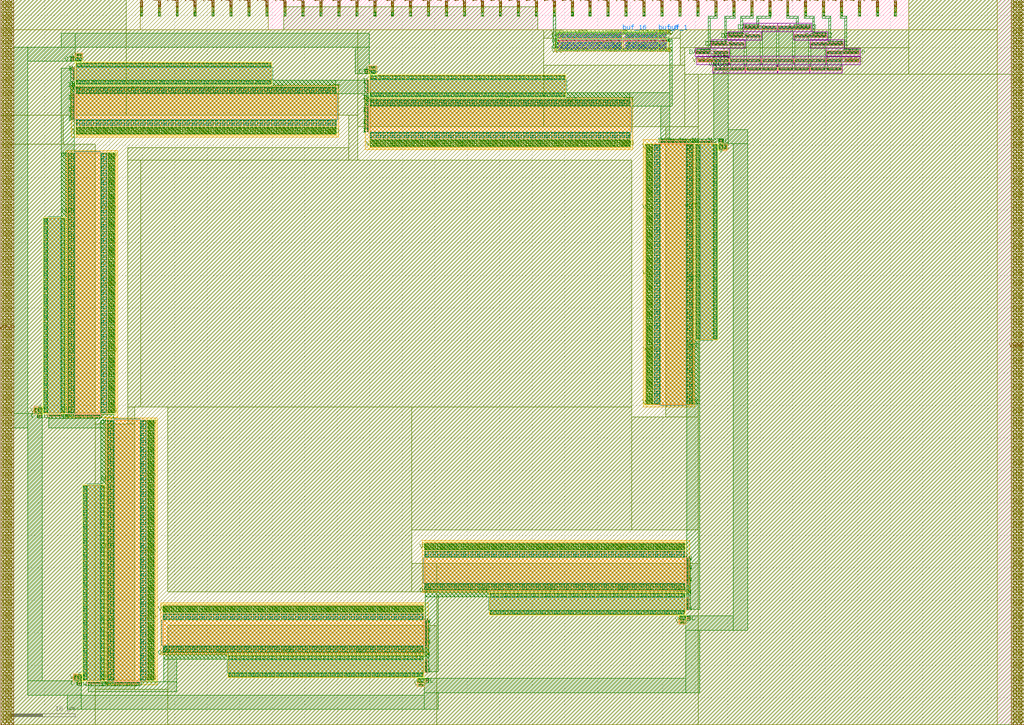
<source format=lef>
  X ç 
   % 0ç 
   % 0 LIB  >A7KÆ§ð9D¸/ ZT ç 
   % 0ç 
   % 0 $$$CONTEXT_INFO$$$ 
  res_poly$4          +  ,PCELL=res_poly +  ,P(w)=##0.35  +  ,,P(type)='sky130_fd_pr__res_high_po_0p35' +  ,P(res_value)=##784.99925 +  ,P(len)=##0.25  +  ,P(gr)=false  +  ,P(area)=##0.0875 +   ,LIB=skywater130    
  res_poly$3          +  ,PCELL=res_poly +  ,P(w)=##0.35  +  ,,P(type)='sky130_fd_pr__res_high_po_0p35' +  ,P(res_value)=##1569.9985 +  ,P(len)=##0.5 +  ,P(gr)=false  +  ,P(area)=##0.175  +   ,LIB=skywater130    
  
pfet$6          +  ,PCELL=pfet +  ,P(w)=##40  +  &,P(type)='sky130_fd_pr__pfet_01v8'  +  ,P(sd_con_col)=#l3  +  ,P(perim)=##88  + 
 ,P(patt)='' + 	 ,P(nf)=#l1  +  ,P(l)=##4 +  ,P(interdig)=true +  ,P(inter_sd_l)=##0.5  +  ,P(grw)=##0.17  +  ,P(gate_con_pos)='top'  +  ,P(con_bet_fin)=true  +  ,P(bulk)='bulk tie' +  ,P(area)=##160  +   ,LIB=skywater130    
  nfet$10           +  ,PCELL=nfet +  ,P(w)=##30  +  &,P(type)='sky130_fd_pr__nfet_01v8'  +  ,P(sd_con_col)=##2  +  ,P(perim)=##64  + 
 ,P(patt)='' + 	 ,P(nf)=#l1  +  ,P(l)=##2 +  ,P(interdig)=true +  ,P(inter_sd_l)=##0.5  +  ,P(grw)=##0.3 +  ,P(gate_con_pos)='top'  +  ,P(con_bet_fin)=true  +  ,P(bulk)='None' +  ,P(area)=##60 +   ,LIB=skywater130    
  nfet          +  ,PCELL=nfet +  ,P(w)=##1 +  &,P(type)='sky130_fd_pr__nfet_01v8'  +  ,P(sd_con_col)=##1  +  ,P(perim)=##2.4 + 
 ,P(patt)='' + 	 ,P(nf)=#l1  +  ,P(l)=##0.2 +  ,P(interdig)=true +  ,P(inter_sd_l)=##0.5  +  ,P(grw)=##0.3 +  ,P(gate_con_pos)='top'  +  ,P(con_bet_fin)=true  +  ,P(bulk)='bulk tie' +  ,P(area)=##0.2  +   ,LIB=skywater130      ç 
   % 0ç 
   % 0 res_poly$4    B   ,ÿÿÿQÿÿ÷ÿÿÿQ  í   ¯  í   ¯ÿÿ÷ÿÿÿQÿÿ÷      D   ,ÿÿÿ   ÿÿÿ  Ï   }  Ï   }   ÿÿÿ         D   ,ÿÿÿÿÿ÷1ÿÿÿÿÿÿi   }ÿÿÿi   }ÿÿ÷1ÿÿÿÿÿ÷1      _   ,ÿÿþòÿÿö´ÿÿþò  	L    	L  ÿÿö´ÿÿþòÿÿö´      C   ,ÿÿÿQ   }ÿÿÿQ  í   ¯  í   ¯   }ÿÿÿQ   }      C   ,ÿÿÿQÿÿ÷ÿÿÿQÿÿÿ   ¯ÿÿÿ   ¯ÿÿ÷ÿÿÿQÿÿ÷      ^   ,ÿÿþãÿÿö¥ÿÿþã  	[    	[  ÿÿö¥ÿÿþãÿÿö¥      C  , ,ÿÿÿ«   Üÿÿÿ«     U     U   Üÿÿÿ«   Ü      C  , ,ÿÿÿ«  Dÿÿÿ«  î   U  î   U  Dÿÿÿ«  D      C  , ,ÿÿÿ«  ¬ÿÿÿ«  V   U  V   U  ¬ÿÿÿ«  ¬      C  , ,ÿÿÿ«  ÿÿÿ«  ¾   U  ¾   U  ÿÿÿ«        C  , ,ÿÿÿ«  |ÿÿÿ«  &   U  &   U  |ÿÿÿ«  |      C  , ,ÿÿÿ«  äÿÿÿ«     U     U  äÿÿÿ«  ä      C  , ,ÿÿÿ«ÿÿ÷wÿÿÿ«ÿÿø!   Uÿÿø!   Uÿÿ÷wÿÿÿ«ÿÿ÷w      C  , ,ÿÿÿ«ÿÿøßÿÿÿ«ÿÿù   Uÿÿù   Uÿÿøßÿÿÿ«ÿÿøß      C  , ,ÿÿÿ«ÿÿúGÿÿÿ«ÿÿúñ   Uÿÿúñ   UÿÿúGÿÿÿ«ÿÿúG      C  , ,ÿÿÿ«ÿÿû¯ÿÿÿ«ÿÿüY   UÿÿüY   Uÿÿû¯ÿÿÿ«ÿÿû¯      C  , ,ÿÿÿ«ÿÿýÿÿÿ«ÿÿýÁ   UÿÿýÁ   Uÿÿýÿÿÿ«ÿÿý      C  , ,ÿÿÿ«ÿÿþÿÿÿ«ÿÿÿ)   Uÿÿÿ)   Uÿÿþÿÿÿ«ÿÿþ      B  , ,ÿÿÿ¡   Íÿÿÿ¡     _     _   Íÿÿÿ¡   Í      B  , ,ÿÿÿ¡ÿÿ÷cÿÿÿ¡ÿÿÿ3   _ÿÿÿ3   _ÿÿ÷cÿÿÿ¡ÿÿ÷c      B   ,ÿÿÿQÿÿÿGÿÿÿQ   ¹   ¯   ¹   ¯ÿÿÿGÿÿÿQÿÿÿG      V   ,ÿÿýÿÿöKÿÿý  	µ  {  	µ  {ÿÿöKÿÿýÿÿöK     ç 
   % 0ç 
   % 0 res_poly$3    B   ,ÿÿÿQÿÿöÿÿÿQ  	j   ¯  	j   ¯ÿÿöÿÿÿQÿÿö      D   ,ÿÿÿ  ÿÿÿ  	L   }  	L   }  ÿÿÿ        D   ,ÿÿÿÿÿö´ÿÿÿÿÿþì   }ÿÿþì   }ÿÿö´ÿÿÿÿÿö´      _   ,ÿÿþòÿÿö7ÿÿþò  	É    	É  ÿÿö7ÿÿþòÿÿö7      C   ,ÿÿÿQ   úÿÿÿQ  	j   ¯  	j   ¯   úÿÿÿQ   ú      C   ,ÿÿÿQÿÿöÿÿÿQÿÿÿ   ¯ÿÿÿ   ¯ÿÿöÿÿÿQÿÿö      ^   ,ÿÿþãÿÿö(ÿÿþã  	Ø    	Ø  ÿÿö(ÿÿþãÿÿö(      C  , ,ÿÿÿ«  Yÿÿÿ«     U     U  Yÿÿÿ«  Y      C  , ,ÿÿÿ«  Áÿÿÿ«  k   U  k   U  Áÿÿÿ«  Á      C  , ,ÿÿÿ«  )ÿÿÿ«  Ó   U  Ó   U  )ÿÿÿ«  )      C  , ,ÿÿÿ«  ÿÿÿ«  ;   U  ;   U  ÿÿÿ«        C  , ,ÿÿÿ«  ùÿÿÿ«  £   U  £   U  ùÿÿÿ«  ù      C  , ,ÿÿÿ«  aÿÿÿ«  	   U  	   U  aÿÿÿ«  a      C  , ,ÿÿÿ«ÿÿöúÿÿÿ«ÿÿ÷¤   Uÿÿ÷¤   Uÿÿöúÿÿÿ«ÿÿöú      C  , ,ÿÿÿ«ÿÿøbÿÿÿ«ÿÿù   Uÿÿù   Uÿÿøbÿÿÿ«ÿÿøb      C  , ,ÿÿÿ«ÿÿùÊÿÿÿ«ÿÿút   Uÿÿút   UÿÿùÊÿÿÿ«ÿÿùÊ      C  , ,ÿÿÿ«ÿÿû2ÿÿÿ«ÿÿûÜ   UÿÿûÜ   Uÿÿû2ÿÿÿ«ÿÿû2      C  , ,ÿÿÿ«ÿÿüÿÿÿ«ÿÿýD   UÿÿýD   Uÿÿüÿÿÿ«ÿÿü      C  , ,ÿÿÿ«ÿÿþÿÿÿ«ÿÿþ¬   Uÿÿþ¬   Uÿÿþÿÿÿ«ÿÿþ      B  , ,ÿÿÿ¡  Jÿÿÿ¡  	   _  	   _  Jÿÿÿ¡  J      B  , ,ÿÿÿ¡ÿÿöæÿÿÿ¡ÿÿþ¶   _ÿÿþ¶   _ÿÿöæÿÿÿ¡ÿÿöæ      B   ,ÿÿÿQÿÿþÊÿÿÿQ  6   ¯  6   ¯ÿÿþÊÿÿÿQÿÿþÊ      V   ,ÿÿýÿÿõÎÿÿý  
2  {  
2  {ÿÿõÎÿÿýÿÿõÎ     ç 
   % 0ç 
   % 0 sky130_fd_sc_hd__buf_16     B  l     i    
7  !  
7  !    /    /  
7  Å  
7  Å    Ó    Ó  
7  i  
7  i    w    w  
7    
7            
7  ±  
7  ±    	¿    	¿  
7  
U  
7  
U   i  	¿   i  	¿    ±    ±   i     i             i  w   i  w    i    i   i  Ó   i  Ó    Å    Å   i  /   i  /    !    !   i     i      B    c   i  c  
7  ù  
7  ù          
7    
7      «    «  
7  A  
7  A    O    O  
7  å  
7  å    ó    ó  
7    
7            
7  -  
7  -    ;    ;  
7  Ñ  
7  Ñ    ß    ß  
7  u  
7  u          
7    
7      '    '  
7  ½  
7  ½    Ë    Ë  
7  a  
7  a    o    o  
7    
7            
7  ©  
7  ©     ·     ·  
7  !M  
7  !M    "[    "[  
7  "ñ  
7  "ñ    #ÿ    #ÿ  
7  $  
7  $    $©    $©    $    $   i  #ÿ   i  #ÿ    "ñ    "ñ   i  "[   i  "[    !M    !M   i   ·   i   ·    ©    ©   i     i             i  o   i  o    a    a   i  Ë   i  Ë    ½    ½   i  '   i  '           i     i      u    u   i  ß   i  ß    Ñ    Ñ   i  ;   i  ;    -    -   i     i             i  ó   i  ó    å    å   i  O   i  O    A    A   i  «   i  «           i     i      ù    ù   i  c   i   	   D   !     à           '       	   D   !     à       
   '  
       _   ,      Ï      A  '  A  '  Ï      Ï      C  ¬    ÿÿÿ«       U   ¯   U   ¯    Y    Y   U  ÷   U  ÷  5  ¡  5  ¡   U  ?   U  ?  5  é  5  é   U  
   U  
  5  1  5  1   U  Ï   U  Ï  5  y  5  y   U     U    5  Á  5  Á   U  _   U  _  5  	  5  	   U  §   U  §  5  Q  5  Q   U  ï   U  ï  5    5     U  7   U  7  5  á  5  á   U  !   U  !  5  ")  5  ")   U  $Ç   U  $Ç  5  %q  5  %q   U  '   U  'ÿÿÿ«    ÿÿÿ«      C  ¬   ¯  ¥   ¯  
K      
K      
õ  '  
õ  '  
K  %q  
K  %q  +  $Ç  +  $Ç  
K  ")  
K  ")  +  !  +  !  
K  á  
K  á  +  7  +  7  
K    
K    +  ï  +  ï  
K  Q  
K  Q  +  §  +  §  
K  	  
K  	  +  _  +  _  
K  Á  
K  Á  +    +    
K  y  
K  y  +  Ï  +  Ï  
K  1  
K  1  +  
  +  
  
K  é  
K  é  +  ?  +  ?  
K  ¡  
K  ¡  +  ÷  +  ÷  
K  Y  
K  Y  ¥   ¯  ¥      C            
    
  ¥    ¥    	¡  M  	¡  M  O  K  O  K  	¡    	¡    O    O    	¡  	Ý  	¡  	Ý  O  1  O  1  û  $Â  û  $Â  3  1  3  1  ß  	Ý  ß  	Ý          ß    ß      K    K  ß  M  ß  M            C    Û   ÿ  Û    %·    %·  ¥  Û  ¥  Û  	¡  %  	¡  %  O  #  O  #  	¡  m  	¡  m  O  k  O  k  	¡  µ  	¡  µ  O  ³  O  ³  	¡  ý  	¡  ý  O  û  O  û  	¡  E  	¡  E  O  C  O  C  	¡    	¡    O    O    	¡   Õ  	¡   Õ  O  "Ó  O  "Ó  	¡  $  	¡  $  O  &   O  &   	8  '3  	8  '3  m  &   m  &   ß  $  ß  $    "Ó    "Ó  ß   Õ  ß   Õ          ß    ß      C    C  ß  E  ß  E    û    û  ß  ý  ß  ý    ³    ³  ß  µ  ß  µ    e    e   ÿ  »   ÿ  »    k    k  ß  m  ß  m           ÿ  s   ÿ  s    #    #  ß  %  ß  %    Õ    Õ   ÿ  Û   ÿ      C   ,   U  3   U  û  	µ  û  	µ  3   U  3      ^   ,      K      ^  '  ^  '  K      K      C  , ,   é  
K   é  
õ  !  
õ  !  
K   é  
K      C  , ,   éÿÿÿ«   é   U  !   U  !ÿÿÿ«   éÿÿÿ«      C  , ,     
K     
õ  ;  
õ  ;  
K     
K      C  , ,   ÿÿÿ«      U  ;   U  ;ÿÿÿ«   ÿÿÿ«      C  , ,  ]  
K  ]  
õ    
õ    
K  ]  
K      C  , ,  ]ÿÿÿ«  ]   U     U  ÿÿÿ«  ]ÿÿÿ«      C  , ,  )  
K  )  
õ  Ó  
õ  Ó  
K  )  
K      C  , ,  )ÿÿÿ«  )   U  Ó   U  Óÿÿÿ«  )ÿÿÿ«      C  , ,  õ  
K  õ  
õ    
õ    
K  õ  
K      C  , ,  õÿÿÿ«  õ   U     U  ÿÿÿ«  õÿÿÿ«      C  , ,  Á  
K  Á  
õ  k  
õ  k  
K  Á  
K      C  , ,  Áÿÿÿ«  Á   U  k   U  kÿÿÿ«  Áÿÿÿ«      C  , ,  	  
K  	  
õ  
7  
õ  
7  
K  	  
K      C  , ,  	ÿÿÿ«  	   U  
7   U  
7ÿÿÿ«  	ÿÿÿ«      C  , ,  Y  
K  Y  
õ    
õ    
K  Y  
K      C  , ,  Yÿÿÿ«  Y   U     U  ÿÿÿ«  Yÿÿÿ«      C  , ,  %  
K  %  
õ  Ï  
õ  Ï  
K  %  
K      C  , ,  %ÿÿÿ«  %   U  Ï   U  Ïÿÿÿ«  %ÿÿÿ«      C  , ,  ñ  
K  ñ  
õ    
õ    
K  ñ  
K      C  , ,  ñÿÿÿ«  ñ   U     U  ÿÿÿ«  ñÿÿÿ«      C  , ,  ½  
K  ½  
õ  g  
õ  g  
K  ½  
K      C  , ,  ½ÿÿÿ«  ½   U  g   U  gÿÿÿ«  ½ÿÿÿ«      C  , ,    
K    
õ  3  
õ  3  
K    
K      C  , ,  ÿÿÿ«     U  3   U  3ÿÿÿ«  ÿÿÿ«      C  , ,  U  
K  U  
õ  ÿ  
õ  ÿ  
K  U  
K      C  , ,  Uÿÿÿ«  U   U  ÿ   U  ÿÿÿÿ«  Uÿÿÿ«      C  , ,  !  
K  !  
õ  Ë  
õ  Ë  
K  !  
K      C  , ,  !ÿÿÿ«  !   U  Ë   U  Ëÿÿÿ«  !ÿÿÿ«      C  , ,  í  
K  í  
õ    
õ    
K  í  
K      C  , ,  íÿÿÿ«  í   U     U  ÿÿÿ«  íÿÿÿ«      C  , ,  ¹  
K  ¹  
õ  c  
õ  c  
K  ¹  
K      C  , ,  ¹ÿÿÿ«  ¹   U  c   U  cÿÿÿ«  ¹ÿÿÿ«      C  , ,    
K    
õ  /  
õ  /  
K    
K      C  , ,  ÿÿÿ«     U  /   U  /ÿÿÿ«  ÿÿÿ«      C  , ,  Q  
K  Q  
õ  û  
õ  û  
K  Q  
K      C  , ,  Qÿÿÿ«  Q   U  û   U  ûÿÿÿ«  Qÿÿÿ«      C  , ,    
K    
õ  Ç  
õ  Ç  
K    
K      C  , ,  ÿÿÿ«     U  Ç   U  Çÿÿÿ«  ÿÿÿ«      C  , ,  "µ  
K  "µ  
õ  #_  
õ  #_  
K  "µ  
K      C  , ,  "µÿÿÿ«  "µ   U  #_   U  #_ÿÿÿ«  "µÿÿÿ«      C  , ,  $  
K  $  
õ  %+  
õ  %+  
K  $  
K      C  , ,  $ÿÿÿ«  $   U  %+   U  %+ÿÿÿ«  $ÿÿÿ«      C  , ,  &M  
K  &M  
õ  &÷  
õ  &÷  
K  &M  
K      C  , ,  &Mÿÿÿ«  &M   U  &÷   U  &÷ÿÿÿ«  &Mÿÿÿ«      B  , ,  k  3  k  Ý    Ý    3  k  3      B  , ,  »  ±  »  	[  e  	[  e  ±  »  ±      B  , ,  »  ]  »    e    e  ]  »  ]      B  , ,  »  	  »  ³  e  ³  e  	  »  	      B  , ,  »    »  9  e  9  e    »        B  , ,  »  ;  »  å  e  å  e  ;  »  ;      B  , ,  ¿  3  ¿  Ý  i  Ý  i  3  ¿  3      B  , ,  _  Ï  _  	y  	  	y  	  Ï  _  Ï      B  , ,  _  {  _  %  	  %  	  {  _  {      B  , ,  _  ;  _  å  	  å  	  ;  _  ;      B  , ,    3    Ý  ½  Ý  ½  3    3      B  , ,    ±    	[  ­  	[  ­  ±    ±      B  , ,    ]      ­    ­  ]    ]      B  , ,    	    ³  ­  ³  ­  	    	      B  , ,        9  ­  9  ­            B  , ,    ;    å  ­  å  ­  ;    ;      B  , ,  g  3  g  Ý    Ý    3  g  3      B  , ,  §  Ï  §  	y  Q  	y  Q  Ï  §  Ï      B  , ,  §  {  §  %  Q  %  Q  {  §  {      B  , ,  §  ;  §  å  Q  å  Q  ;  §  ;      B  , ,  »  3  »  Ý  e  Ý  e  3  »  3      B  , ,    3    Ý  ¹  Ý  ¹  3    3      B  , ,  K  ±  K  	[  õ  	[  õ  ±  K  ±      B  , ,  K  ]  K    õ    õ  ]  K  ]      B  , ,  K  	  K  ³  õ  ³  õ  	  K  	      B  , ,  K    K  9  õ  9  õ    K        B  , ,  K  ;  K  å  õ  å  õ  ;  K  ;      B  , ,  c  3  c  Ý    Ý    3  c  3      B  , ,  ï  Ï  ï  	y    	y    Ï  ï  Ï      B  , ,  ï  {  ï  %    %    {  ï  {      B  , ,  $Ç  ;  $Ç  å  %q  å  %q  ;  $Ç  ;      B  , ,  ï  ;  ï  å    å    ;  ï  ;      B  , ,  ·  3  ·  Ý  a  Ý  a  3  ·  3      B  , ,    ±    	[  =  	[  =  ±    ±      B  , ,    ]      =    =  ]    ]      B  , ,    	    ³  =  ³  =  	    	      B  , ,        9  =  9  =            B  , ,    ;    å  =  å  =  ;    ;      B  , ,    3    Ý  µ  Ý  µ  3    3      B  , ,  7  Ï  7  	y  á  	y  á  Ï  7  Ï      B  , ,  7  {  7  %  á  %  á  {  7  {      B  , ,  7  ;  7  å  á  å  á  ;  7  ;      B  , ,  _  3  _  Ý  	  Ý  	  3  _  3      B  , ,  ³  3  ³  Ý   ]  Ý   ]  3  ³  3      B  , ,  Û  ±  Û  	[     	[     ±  Û  ±      B  , ,  Û  ]  Û            ]  Û  ]      B  , ,  Û  	  Û  ³     ³     	  Û  	      B  , ,  Û    Û  9     9       Û        B  , ,  Û  ;  Û  å     å     ;  Û  ;      B  , ,  !  3  !  Ý  !±  Ý  !±  3  !  3      B  , ,  !  Ï  !  	y  ")  	y  ")  Ï  !  Ï      B  , ,  !  {  !  %  ")  %  ")  {  !  {      B  , ,  !  ;  !  å  ")  å  ")  ;  !  ;      B  , ,  "[  3  "[  Ý  #  Ý  #  3  "[  3      B  , ,  ##  ±  ##  	[  #Í  	[  #Í  ±  ##  ±      B  , ,  ##  ]  ##    #Í    #Í  ]  ##  ]      B  , ,  ##  	  ##  ³  #Í  ³  #Í  	  ##  	      B  , ,  ##    ##  9  #Í  9  #Í    ##        B  , ,  ##  ;  ##  å  #Í  å  #Í  ;  ##  ;      B  , ,  #¯  3  #¯  Ý  $Y  Ý  $Y  3  #¯  3      B  , ,  $Ç  Ï  $Ç  	y  %q  	y  %q  Ï  $Ç  Ï      B  , ,  $Ç  {  $Ç  %  %q  %  %q  {  $Ç  {      B  , ,  ÷  {  ÷  %  ¡  %  ¡  {  ÷  {      B  , ,  ÷  ;  ÷  å  ¡  å  ¡  ;  ÷  ;      B  , ,  «  3  «  Ý  U  Ý  U  3  «  3      B  , ,    ±    	[  E  	[  E  ±    ±      B  , ,  ?  {  ?  %  é  %  é  {  ?  {      B  , ,  ?  ;  ?  å  é  å  é  ;  ?  ;      B  , ,  S  3  S  Ý  ý  Ý  ý  3  S  3      B  , ,  §  3  §  Ý  	Q  Ý  	Q  3  §  3      B  , ,  ã  ±  ã  	[  	  	[  	  ±  ã  ±      B  , ,  ã  ]  ã    	    	  ]  ã  ]      B  , ,  ã  	  ã  ³  	  ³  	  	  ã  	      B  , ,  ã    ã  9  	  9  	    ã        B  , ,  ã  ;  ã  å  	  å  	  ;  ã  ;      B  , ,  
  Ï  
  	y  1  	y  1  Ï  
  Ï      B  , ,  s  ]  s          ]  s  ]      B  , ,  s  	  s  ³    ³    	  s  	      B  , ,  s    s  9    9      s        B  , ,  s  ;  s  å    å    ;  s  ;      B  , ,  Ã  3  Ã  Ý  m  Ý  m  3  Ã  3      B  , ,    Ï    	y  Á  	y  Á  Ï    Ï      B  , ,    {    %  Á  %  Á  {    {      B  , ,    3    Ý  Á  Ý  Á  3    3      B  , ,    ;    å  Á  å  Á  ;    ;      B  , ,    ]      E    E  ]    ]      B  , ,    	    ³  E  ³  E  	    	      B  , ,        9  E  9  E            B  , ,    ;    å  E  å  E  ;    ;      B  , ,  ÿ  3  ÿ  Ý  ©  Ý  ©  3  ÿ  3      B  , ,  ?  Ï  ?  	y  é  	y  é  Ï  ?  Ï      B  , ,  S  ]  S    ý    ý  ]  S  ]      B  , ,  S  	  S  ³  ý  ³  ý  	  S  	      B  , ,  S    S  9  ý  9  ý    S        B  , ,  S  ;  S  å  ý  å  ý  ;  S  ;      B  , ,  W  3  W  Ý    Ý    3  W  3      B  , ,  ÷  Ï  ÷  	y  ¡  	y  ¡  Ï  ÷  Ï      B  , ,   ¯  Ï   ¯  	y  Y  	y  Y  Ï   ¯  Ï      B  , ,   ¯  {   ¯  %  Y  %  Y  {   ¯  {      B  , ,   ¯  '   ¯  Ñ  Y  Ñ  Y  '   ¯  '      B  , ,   ¯     ¯  9  Y  9  Y     ¯        B  , ,   ¯  ;   ¯  å  Y  å  Y  ;   ¯  ;      B  , ,    3    Ý  ­  Ý  ­  3    3      B  , ,  S  ±  S  	[  ý  	[  ý  ±  S  ±      B  , ,  Ï  Ï  Ï  	y  y  	y  y  Ï  Ï  Ï      B  , ,  Ï  {  Ï  %  y  %  y  {  Ï  {      B  , ,  Ï  ;  Ï  å  y  å  y  ;  Ï  ;      B  , ,  o  3  o  Ý    Ý    3  o  3      B  , ,  s  ±  s  	[    	[    ±  s  ±      B  , ,  
  {  
  %  1  %  1  {  
  {      B  , ,  
  ;  
  å  1  å  1  ;  
  ;      B  , ,  Ç  3  Ç  Ý  q  Ý  q  3  Ç  3      B  , ,  +  ±  +  	[  Õ  	[  Õ  ±  +  ±      B  , ,  +  ]  +    Õ    Õ  ]  +  ]      B  , ,  +  	  +  ³  Õ  ³  Õ  	  +  	      B  , ,  +    +  9  Õ  9  Õ    +        B  , ,  +  ;  +  å  Õ  å  Õ  ;  +  ;      B  , ,    3    Ý  Å  Ý  Å  3    3      A   ,     Í     	µ  %  	µ  %  Í     Í      A   ,      ë     u  %  u  %   ë      ë      ]  , ,    ÿÿÿB      ÷  '  ÷  'ÿÿÿB    ÿÿÿB      @   ,ÿÿÿB  ÿÿÿB  ^  (F  ^  (F  ÿÿÿB        D   ,   ÿÿÿ«      U  @   U  @ÿÿÿ«   ÿÿÿ«      D   ,     
K     
õ  @  
õ  @  
K     
K      ì    ,              
   '  
   '                  z   ,   ÿÿÿ«      U  @   U  @ÿÿÿ«   ÿÿÿ«      @   ,     
K     
õ  @  
õ  @  
K     
K      C        @     ¦ A       C        @   O  ¦ A       C        @   &¢  ¦ X       C        @   &¢  ú X       @  ;      @    ë     VNB       @        @    ë  
  VPB       D        @    æ     VGND      D        @    æ  
  VPWR      Q   ,              
   '  
   '                  N  , ,      â      
   '  
   '  â      â      C   ,  ú  Q  ú  û  ¤  û  ¤  Q  ú  Q      C   ,  Æ  Q  Æ  û  p  û  p  Q  Æ  Q      C   ,  &M  ¥  &M  O  &÷  O  &÷  ¥  &M  ¥      C   ,  &M  Q  &M  û  &÷  û  &÷  Q  &M  Q      S  ,    @ BZ                
buf_16     ç 
   % 0ç 
   % 0 sky130_fd_sc_hd__buf_8    B   Ì     i    ÷     ÷             
7  !  
7  !    /    /  
7  Å  
7  Å    Ó    Ó  
7  i  
7  i   i  Ó   i  Ó    Å    Å   i  /   i  /    !    !   i     i      B  ì  w   i  w  
7    
7            
7  ±  
7  ±    	¿    	¿  
7  
U  
7  
U    c    c  
7  ù  
7  ù          
7    
7      «    «  
7  A  
7  A    O    O  
7  å  
7  å    ó    ó  
7    
7     i  ó   i  ó    å    å   i  O   i  O    A    A   i  «   i  «           i     i      ù    ù   i  c   i  c    
U    
U   i  	¿   i  	¿    ±    ±   i     i             i  w   i   	   D   !     à       
     
    	   D   !     à                     _   ,      Ï      A    A    Ï      Ï      C   Ì   ¯   ÿ   ¯          ¥   _  ¥   _  	¡  ©  	¡  ©  O  §  O  §  	¡  ñ  	¡  ñ  O  ;  O  ;  Ý  Í  Ý  Í  3  ;  3  ;  ß  ¡  ß  ¡    ÷    ÷  ß  Y  ß  Y   ÿ   ¯   ÿ      C   ì    ÿÿÿ«       U     U    5  M  5  M   U  K   U  K  5    5     U     U    5  	Ý  5  	Ý   U  Û   U  Û  5  %  5  %   U  #   U  #  5  m  5  m   U  k   U  k  u  µ  u  µ   U     U  ÿÿÿ«    ÿÿÿ«      C   ì  k  Í  k  
K  m  
K  m  +  #  +  #  
K  %  
K  %  +  Û  +  Û  
K  	Ý  
K  	Ý  +    +    
K  E  
K  E  +    +    
K  ý  
K  ý  +  S  +  S  
K      
K      
õ    
õ    
K  µ  
K  µ  Í  k  Í      C    ?   ÿ  ?    Â    Â  ¥  ?  ¥  ?  	¡  é  	¡  é  O  
  O  
  	¡  1  	¡  1  O  Ï  O  Ï  	¡  y  	¡  y  O    O    	¡  Á  	¡  Á   ÿ     ÿ    ß  y  ß  y   ÿ  Ï   ÿ  Ï  ß  1  ß  1   ÿ  
   ÿ  
  ß  é  ß  é   ÿ  ?   ÿ      C   ,     3     û  Ø  û  Ø  3     3      ^   ,      K      ^    ^    K      K      C  , ,     
K     
õ  ;  
õ  ;  
K     
K      C  , ,   ÿÿÿ«      U  ;   U  ;ÿÿÿ«   ÿÿÿ«      C  , ,  ]  
K  ]  
õ    
õ    
K  ]  
K      C  , ,  ]ÿÿÿ«  ]   U     U  ÿÿÿ«  ]ÿÿÿ«      C  , ,  )  
K  )  
õ  Ó  
õ  Ó  
K  )  
K      C  , ,  )ÿÿÿ«  )   U  Ó   U  Óÿÿÿ«  )ÿÿÿ«      C  , ,  õ  
K  õ  
õ    
õ    
K  õ  
K      C  , ,  õÿÿÿ«  õ   U     U  ÿÿÿ«  õÿÿÿ«      C  , ,  Á  
K  Á  
õ  k  
õ  k  
K  Á  
K      C  , ,  Áÿÿÿ«  Á   U  k   U  kÿÿÿ«  Áÿÿÿ«      C  , ,  	  
K  	  
õ  
7  
õ  
7  
K  	  
K      C  , ,  	ÿÿÿ«  	   U  
7   U  
7ÿÿÿ«  	ÿÿÿ«      C  , ,  Y  
K  Y  
õ    
õ    
K  Y  
K      C  , ,  Yÿÿÿ«  Y   U     U  ÿÿÿ«  Yÿÿÿ«      C  , ,  %  
K  %  
õ  Ï  
õ  Ï  
K  %  
K      C  , ,  %ÿÿÿ«  %   U  Ï   U  Ïÿÿÿ«  %ÿÿÿ«      C  , ,  ñ  
K  ñ  
õ    
õ    
K  ñ  
K      C  , ,  ñÿÿÿ«  ñ   U     U  ÿÿÿ«  ñÿÿÿ«      C  , ,  ½  
K  ½  
õ  g  
õ  g  
K  ½  
K      C  , ,  ½ÿÿÿ«  ½   U  g   U  gÿÿÿ«  ½ÿÿÿ«      C  , ,    
K    
õ  3  
õ  3  
K    
K      C  , ,  ÿÿÿ«     U  3   U  3ÿÿÿ«  ÿÿÿ«      C  , ,  U  
K  U  
õ  ÿ  
õ  ÿ  
K  U  
K      C  , ,  Uÿÿÿ«  U   U  ÿ   U  ÿÿÿÿ«  Uÿÿÿ«      B  , ,  »  '  »  Ñ  e  Ñ  e  '  »  '      B  , ,  »  {  »  %  e  %  e  {  »  {      B  , ,  »  '  »  Ñ  e  Ñ  e  '  »  '      B  , ,  +  ;  +  å  Õ  å  Õ  ;  +  ;      B  , ,    3    Ý  )  Ý  )  3    3      B  , ,  Ï    Ï  0  y  0  y    Ï        B  , ,  Ï  Û  Ï    y    y  Û  Ï  Û      B  , ,  +  {  +  %  Õ  %  Õ  {  +  {      B  , ,  
    
  0  1  0  1    
        B  , ,  ã  {  ã  %  	  %  	  {  ã  {      B  , ,  »  {  »  %  e  %  e  {  »  {      B  , ,  s  Ï  s  	y    	y    Ï  s  Ï      B  , ,  s  {  s  %    %    {  s  {      B  , ,  s  ;  s  å    å    ;  s  ;      B  , ,    a    	  Á  	  Á  a    a      B  , ,        0  Á  0  Á            B  , ,   ¯  ±   ¯  	[  Y  	[  Y  ±   ¯  ±      B  , ,   ¯  ]   ¯    Y    Y  ]   ¯  ]      B  , ,   ¯  	   ¯  ³  Y  ³  Y  	   ¯  	      B  , ,   ¯  Û   ¯    Y    Y  Û   ¯  Û      B  , ,   Ü  3   Ü  Ý    Ý    3   Ü  3      B  , ,  0  3  0  Ý  Ú  Ý  Ú  3  0  3      B  , ,  S  Ï  S  	y  ý  	y  ý  Ï  S  Ï      B  , ,  S  {  S  %  ý  %  ý  {  S  {      B  , ,  S  ;  S  å  ý  å  ý  ;  S  ;      B  , ,    3    Ý  .  Ý  .  3    3      B  , ,  ÷  ±  ÷  	[  ¡  	[  ¡  ±  ÷  ±      B  , ,  ÷  ]  ÷    ¡    ¡  ]  ÷  ]      B  , ,  ÷  	  ÷  ³  ¡  ³  ¡  	  ÷  	      B  , ,  ÷  Û  ÷    ¡    ¡  Û  ÷  Û      B  , ,    Ï    	y  E  	y  E  Ï    Ï      B  , ,    {    %  E  %  E  {    {      B  , ,    ;    å  E  å  E  ;    ;      B  , ,  Û  3  Û  Ý    Ý    3  Û  3      B  , ,  ?  a  ?  	  é  	  é  a  ?  a      B  , ,  ?    ?  0  é  0  é    ?        B  , ,    Û      Á    Á  Û    Û      B  , ,  »  Ï  »  	y  e  	y  e  Ï  »  Ï      B  , ,  ?  Û  ?    é    é  Û  ?  Û      B  , ,  /  3  /  Ý  Ù  Ý  Ù  3  /  3      B  , ,  ã  Ï  ã  	y  	  	y  	  Ï  ã  Ï      B  , ,  ã  ;  ã  å  	  å  	  ;  ã  ;      B  , ,  	  3  	  Ý  
-  Ý  
-  3  	  3      B  , ,  
  a  
  	  1  	  1  a  
  a      B  , ,  
  Û  
    1    1  Û  
  Û      B  , ,  
×  3  
×  Ý    Ý    3  
×  3      B  , ,  +  Ï  +  	y  Õ  	y  Õ  Ï  +  Ï      B  , ,  +  3  +  Ý  Õ  Ý  Õ  3  +  3      B  , ,  Ó  3  Ó  Ý  }  Ý  }  3  Ó  3      B  , ,  Ï  a  Ï  	  y  	  y  a  Ï  a      A   ,     Í     	µ    	µ    Í     Í      A   ,      ë     u    u     ë      ë      ]  , ,    ÿÿÿB      ÷    ÷  ÿÿÿB    ÿÿÿB      @   ,ÿÿÿB  ÿÿÿB  ^  N  ^  N  ÿÿÿB        D   ,   ÿÿÿ«      U  @   U  @ÿÿÿ«   ÿÿÿ«      D   ,     
K     
õ  @  
õ  @  
K     
K      ì    ,              
     
                     z   ,   ÿÿÿ«      U  @   U  @ÿÿÿ«   ÿÿÿ«      @   ,     
K     
õ  @  
õ  @  
K     
K      C        @     ¦ A       C        @     R X       C        @     ¦ X       C        @   ·  ¦ A       C        @    æ     VGND      C        @    ë  
  VPWR      C        @     ú X       C        @    ë  ¦ A       @  ;      @    ë     VNB       @        @    ë  
  VPB       D        @    æ     VGND      D        @    ë  
  VPWR      Q   ,              
     
                     N  , ,      â      
     
     â      â      C   ,     Q     û  @  û  @  Q     Q      C   ,  b  Q  b  û    û    Q  b  Q      C   ,  .  Q  .  û  Ø  û  Ø  Q  .  Q      C   ,  Â  ¥  Â  O  l  O  l  ¥  Â  ¥      C   ,  Â  Q  Â  û  l  û  l  Q  Â  Q      C   ,  Â  ý  Â  §  l  §  l  ý  Â  ý      C   ,   ÿÿÿ«      U  @   U  @ÿÿÿ«   ÿÿÿ«      C   ,     
K     
õ  @  
õ  @  
K     
K      S  ,    @ BZ                
buf_8      ç 
   % 0ç 
   % 0 sky130_fd_sc_hd__buf_1    B   l  C   i  C  $  Õ  $  Õ  n  C  n  C  
7  Ù  
7  Ù  n  ã  n  ã  $  Ù  $  Ù   i  C   i      B        i    >  m  >  m  ã     ã     -  m  -  m  T    T    
7  !  
7  !  Ü    Ü    ¶  !  ¶  !   i     i   	   D   !     à           d       	   D   !     à       
   d  
       _   ,      Ï        d    d  Ï      Ï      C   L     ÿ    ø  [  ø  [          	¡    	¡     ÿ     ÿ      C   L    ÿÿÿ«       U     U    Ñ  W  Ñ  W   U  d   U  dÿÿÿ«    ÿÿÿ«      C      ¯   ÿ   ¯  %    %    ÿ   ¥  ÿ   ¥  	¡  Y  	¡  Y  ©  H  ©  H  n  ±  n  ±  $  H  $  H  {  Y  {  Y   ÿ   ¯   ÿ      C   L    S    
K      
K      
õ  d  
õ  d  
K  W  
K  W  S    S      C   ,   i  Ù   i  K  ½  K  ½  Ù   i  Ù      ^   ,            ^  d  ^  d              C  , ,  )ÿÿÿ«  )   U  Ó   U  Óÿÿÿ«  )ÿÿÿ«      C  , ,  )  
K  )  
õ  Ó  
õ  Ó  
K  )  
K      C  , ,  ]ÿÿÿ«  ]   U     U  ÿÿÿ«  ]ÿÿÿ«      C  , ,  ]  
K  ]  
õ    
õ    
K  ]  
K      C  , ,   ÿÿÿ«      U  ;   U  ;ÿÿÿ«   ÿÿÿ«      C  , ,     
K     
õ  ;  
õ  ;  
K     
K      B  , ,    ½    g  µ  g  µ  ½    ½      B  , ,        ¼  µ  ¼  µ            B  , ,    §    	Q  µ  	Q  µ  §    §      B  , ,    t      ±    ±  t    t      B  , ,  ]  '  ]  Ñ    Ñ    '  ]  '      B  , ,  ]  S  ]  ý    ý    S  ]  S      B  , ,  ]  §  ]  	Q    	Q    §  ]  §      B  , ,   ¹  3   ¹  Ý  c  Ý  c  3   ¹  3      B  , ,   ¯  h   ¯    Y    Y  h   ¯  h      B  , ,   ¯  S   ¯  ý  Y  ý  Y  S   ¯  S      B  , ,   ¯  §   ¯  	Q  Y  	Q  Y  §   ¯  §      A   ,      ë     ó  Ý  ó  Ý   ë      ë      A   ,          	µ  Ý  	µ  Ý             ]  , ,    ÿÿÿB      ÷  d  ÷  dÿÿÿB    ÿÿÿB      @   ,ÿÿÿB  ÿÿÿB  ^  "  ^  "  ÿÿÿB        D   ,   ÿÿÿ«      U  E   U  Eÿÿÿ«   ÿÿÿ«      D   ,     
K     
õ  ;  
õ  ;  
K     
K      ì    ,              
   d  
   d                  z   ,   ÿÿÿ«      U  E   U  Eÿÿÿ«   ÿÿÿ«      @   ,     
K     
õ  ;  
õ  ;  
K     
K      C        @    æ  
  VPWR      C        @    æ     VGND      C        @   t  þ X       C        @   t  N X       C        @   t  ¢ X       C        @    æ  ¦ A       @  ;      @    æ     VNB       @        @    æ  
  VPB       D        @    æ     VGND      D        @    æ  
  VPWR      Q   ,              
   d  
   d                  N  , ,      â      
   d  
   d  â      â      C   ,    ©    S  É  S  É  ©    ©      C   ,    ù    £  É  £  É  ù    ù      C   ,    M    ÷  É  ÷  É  M    M      C   ,     Q     û  ;  û  ;  Q     Q      C   ,     
K     
õ  ;  
õ  ;  
K     
K      C   ,   ÿÿÿ«      U  E   U  Eÿÿÿ«   ÿÿÿ«      S  ,    @ BZ                
buf_1      ç 
   % 0ç 
   % 0 
pfet$6    B   ,  üÿÿÿ8  ü        ÿÿÿ8  üÿÿÿ8      B   ,  ü    ü  R    R      ü        A  , ,          @  Æ  @  Æ                D   ,   #   7   #  	  Ù  	  Ù   7   #   7      D   ,  ¿   7  ¿  	  u  	  u   7  ¿   7      D   ,  3  :  3     e     e  :  3  :      _   ,  ò  þ  ò  \  ¦  \  ¦  þ  ò  þ      C   ,   A   #   A    »    »   #   A   #      C   ,  Ý   #  Ý    W    W   #  Ý   #      C   ,    X      y    y  X    X      C   ,  r   #  r    ì    ì   #  r   #      ^   ,ÿÿÿÿÿÿÿÿÿ  ½    ½  ÿÿÿÿÿÿÿÿÿ      C  , ,   A  O3   A  OÝ   ë  OÝ   ë  O3   A  O3      C  , ,  ©  O3  ©  OÝ  S  OÝ  S  O3  ©  O3      C  , ,    O3    OÝ  »  OÝ  »  O3    O3      C  , ,  Ý  O3  Ý  OÝ    OÝ    O3  Ý  O3      C  , ,  E  O3  E  OÝ  ï  OÝ  ï  O3  E  O3      C  , ,  ­  O3  ­  OÝ  W  OÝ  W  O3  ­  O3      C  , ,   A  v   A  w=   ë  w=   ë  v   A  v      C  , ,  ©  v  ©  w=  S  w=  S  v  ©  v      C  , ,    v    w=  »  w=  »  v    v      C  , ,  Ý  v  Ý  w=    w=    v  Ý  v      C  , ,  E  v  E  w=  ï  w=  ï  v  E  v      C  , ,  ­  v  ­  w=  W  w=  W  v  ­  v      C  , ,  w  X  w    !    !  X  w  X      C  , ,  Ý  |3  Ý  |Ý    |Ý    |3  Ý  |3      C  , ,  Ý  }  Ý  ~E    ~E    }  Ý  }      C  , ,  Ý    Ý  ­    ­      Ý        C  , ,  Ý  k  Ý          k  Ý  k      C  , ,  Ý  Ó  Ý  }    }    Ó  Ý  Ó      C  , ,  Ý  ;  Ý  å    å    ;  Ý  ;      C  , ,  Ý  £  Ý  M    M    £  Ý  £      C  , ,  Ý    Ý  µ    µ      Ý        C  , ,  Ý  s  Ý          s  Ý  s      C  , ,  Ý  Û  Ý          Û  Ý  Û      C  , ,  Ý  C  Ý  í    í    C  Ý  C      C  , ,  Ý  «  Ý  U    U    «  Ý  «      C  , ,  Ý    Ý  ½    ½      Ý        C  , ,  Ý  {  Ý  %    %    {  Ý  {      C  , ,  Ý  ã  Ý          ã  Ý  ã      C  , ,  Ý  K  Ý  õ    õ    K  Ý  K      C  , ,  Ý  ³  Ý  ]    ]    ³  Ý  ³      C  , ,  Ý    Ý  Å    Å      Ý        C  , ,  Ý    Ý  -    -      Ý        C  , ,  Ý  ë  Ý          ë  Ý  ë      C  , ,  Ý  S  Ý  ý    ý    S  Ý  S      C  , ,  Ý  »  Ý  e    e    »  Ý  »      C  , ,  Ý  #  Ý  Í    Í    #  Ý  #      C  , ,  Ý  wû  Ý  x¥    x¥    wû  Ý  wû      C  , ,  E  wû  E  x¥  ï  x¥  ï  wû  E  wû      C  , ,  E  yc  E  z  ï  z  ï  yc  E  yc      C  , ,  E  zË  E  {u  ï  {u  ï  zË  E  zË      C  , ,  E  |3  E  |Ý  ï  |Ý  ï  |3  E  |3      C  , ,  E  }  E  ~E  ï  ~E  ï  }  E  }      C  , ,  E    E  ­  ï  ­  ï    E        C  , ,  E  k  E    ï    ï  k  E  k      C  , ,  E  Ó  E  }  ï  }  ï  Ó  E  Ó      C  , ,  E  ;  E  å  ï  å  ï  ;  E  ;      C  , ,  E  £  E  M  ï  M  ï  £  E  £      C  , ,  E    E  µ  ï  µ  ï    E        C  , ,  E  s  E    ï    ï  s  E  s      C  , ,  E  Û  E    ï    ï  Û  E  Û      C  , ,  E  C  E  í  ï  í  ï  C  E  C      C  , ,  E  «  E  U  ï  U  ï  «  E  «      C  , ,  E    E  ½  ï  ½  ï    E        C  , ,  E  {  E  %  ï  %  ï  {  E  {      C  , ,  E  ã  E    ï    ï  ã  E  ã      C  , ,  E  K  E  õ  ï  õ  ï  K  E  K      C  , ,  E  ³  E  ]  ï  ]  ï  ³  E  ³      C  , ,  E    E  Å  ï  Å  ï    E        C  , ,  E    E  -  ï  -  ï    E        C  , ,  E  ë  E    ï    ï  ë  E  ë      C  , ,  E  S  E  ý  ï  ý  ï  S  E  S      C  , ,  E  »  E  e  ï  e  ï  »  E  »      C  , ,  E  #  E  Í  ï  Í  ï  #  E  #      C  , ,  Ý  yc  Ý  z    z    yc  Ý  yc      C  , ,  ­  wû  ­  x¥  W  x¥  W  wû  ­  wû      C  , ,  ­  yc  ­  z  W  z  W  yc  ­  yc      C  , ,  ­  zË  ­  {u  W  {u  W  zË  ­  zË      C  , ,  ­  |3  ­  |Ý  W  |Ý  W  |3  ­  |3      C  , ,  ­  }  ­  ~E  W  ~E  W  }  ­  }      C  , ,  ­    ­  ­  W  ­  W    ­        C  , ,  ­  k  ­    W    W  k  ­  k      C  , ,  ­  Ó  ­  }  W  }  W  Ó  ­  Ó      C  , ,  ­  ;  ­  å  W  å  W  ;  ­  ;      C  , ,  ­  £  ­  M  W  M  W  £  ­  £      C  , ,  ­    ­  µ  W  µ  W    ­        C  , ,  ­  s  ­    W    W  s  ­  s      C  , ,  ­  Û  ­    W    W  Û  ­  Û      C  , ,  ­  C  ­  í  W  í  W  C  ­  C      C  , ,  ­  «  ­  U  W  U  W  «  ­  «      C  , ,  ­    ­  ½  W  ½  W    ­        C  , ,  ­  {  ­  %  W  %  W  {  ­  {      C  , ,  ­  ã  ­    W    W  ã  ­  ã      C  , ,  ­  K  ­  õ  W  õ  W  K  ­  K      C  , ,  ­  ³  ­  ]  W  ]  W  ³  ­  ³      C  , ,  ­    ­  Å  W  Å  W    ­        C  , ,  ­    ­  -  W  -  W    ­        C  , ,  ­  ë  ­    W    W  ë  ­  ë      C  , ,  ­  S  ­  ý  W  ý  W  S  ­  S      C  , ,  ­  »  ­  e  W  e  W  »  ­  »      C  , ,  ­  #  ­  Í  W  Í  W  #  ­  #      C  , ,  Ý  zË  Ý  {u    {u    zË  Ý  zË      C  , ,  ß  X  ß          X  ß  X      C  , ,  G  X  G    ñ    ñ  X  G  X      C  , ,  ¯  X  ¯    Y    Y  X  ¯  X      C  , ,    X      Á    Á  X    X      C  , ,    X      )    )  X    X      C  , ,   A  s   A     ë     ë  s   A  s      C  , ,   A  Û   A     ë     ë  Û   A  Û      C  , ,   A  C   A  í   ë  í   ë  C   A  C      C  , ,   A  «   A  U   ë  U   ë  «   A  «      C  , ,   A     A  ½   ë  ½   ë     A        C  , ,   A  {   A  %   ë  %   ë  {   A  {      C  , ,   A  ã   A     ë     ë  ã   A  ã      C  , ,   A  K   A  õ   ë  õ   ë  K   A  K      C  , ,   A  ³   A  ]   ë  ]   ë  ³   A  ³      C  , ,   A     A  Å   ë  Å   ë     A        C  , ,   A     A  -   ë  -   ë     A        C  , ,   A  ë   A     ë     ë  ë   A  ë      C  , ,   A  S   A  ý   ë  ý   ë  S   A  S      C  , ,   A  »   A  e   ë  e   ë  »   A  »      C  , ,   A  #   A  Í   ë  Í   ë  #   A  #      C  , ,   A  wû   A  x¥   ë  x¥   ë  wû   A  wû      C  , ,  ©  wû  ©  x¥  S  x¥  S  wû  ©  wû      C  , ,  ©  yc  ©  z  S  z  S  yc  ©  yc      C  , ,  ©  zË  ©  {u  S  {u  S  zË  ©  zË      C  , ,  ©  |3  ©  |Ý  S  |Ý  S  |3  ©  |3      C  , ,  ©  }  ©  ~E  S  ~E  S  }  ©  }      C  , ,  ©    ©  ­  S  ­  S    ©        C  , ,  ©  k  ©    S    S  k  ©  k      C  , ,  ©  Ó  ©  }  S  }  S  Ó  ©  Ó      C  , ,  ©  ;  ©  å  S  å  S  ;  ©  ;      C  , ,  ©  £  ©  M  S  M  S  £  ©  £      C  , ,  ©    ©  µ  S  µ  S    ©        C  , ,  ©  s  ©    S    S  s  ©  s      C  , ,  ©  Û  ©    S    S  Û  ©  Û      C  , ,  ©  C  ©  í  S  í  S  C  ©  C      C  , ,  ©  «  ©  U  S  U  S  «  ©  «      C  , ,  ©    ©  ½  S  ½  S    ©        C  , ,  ©  {  ©  %  S  %  S  {  ©  {      C  , ,  ©  ã  ©    S    S  ã  ©  ã      C  , ,  ©  K  ©  õ  S  õ  S  K  ©  K      C  , ,  ©  ³  ©  ]  S  ]  S  ³  ©  ³      C  , ,  ©    ©  Å  S  Å  S    ©        C  , ,  ©    ©  -  S  -  S    ©        C  , ,  ©  ë  ©    S    S  ë  ©  ë      C  , ,  ©  S  ©  ý  S  ý  S  S  ©  S      C  , ,  ©  »  ©  e  S  e  S  »  ©  »      C  , ,  ©  #  ©  Í  S  Í  S  #  ©  #      C  , ,   A  yc   A  z   ë  z   ë  yc   A  yc      C  , ,    wû    x¥  »  x¥  »  wû    wû      C  , ,    yc    z  »  z  »  yc    yc      C  , ,    zË    {u  »  {u  »  zË    zË      C  , ,    |3    |Ý  »  |Ý  »  |3    |3      C  , ,    }    ~E  »  ~E  »  }    }      C  , ,        ­  »  ­  »            C  , ,    k      »    »  k    k      C  , ,    Ó    }  »  }  »  Ó    Ó      C  , ,    ;    å  »  å  »  ;    ;      C  , ,    £    M  »  M  »  £    £      C  , ,        µ  »  µ  »            C  , ,    s      »    »  s    s      C  , ,    Û      »    »  Û    Û      C  , ,    C    í  »  í  »  C    C      C  , ,    «    U  »  U  »  «    «      C  , ,        ½  »  ½  »            C  , ,    {    %  »  %  »  {    {      C  , ,    ã      »    »  ã    ã      C  , ,    K    õ  »  õ  »  K    K      C  , ,    ³    ]  »  ]  »  ³    ³      C  , ,        Å  »  Å  »            C  , ,        -  »  -  »            C  , ,    ë      »    »  ë    ë      C  , ,    S    ý  »  ý  »  S    S      C  , ,    »    e  »  e  »  »    »      C  , ,    #    Í  »  Í  »  #    #      C  , ,   A  zË   A  {u   ë  {u   ë  zË   A  zË      C  , ,   A  |3   A  |Ý   ë  |Ý   ë  |3   A  |3      C  , ,   A  }   A  ~E   ë  ~E   ë  }   A  }      C  , ,  o  X  o          X  o  X      C  , ,  ×  X  ×          X  ×  X      C  , ,  ?  X  ?    é    é  X  ?  X      C  , ,  §  X  §    	Q    	Q  X  §  X      C  , ,  
  X  
    
¹    
¹  X  
  X      C  , ,   A     A  ­   ë  ­   ë     A        C  , ,   A  k   A     ë     ë  k   A  k      C  , ,   A  Ó   A  }   ë  }   ë  Ó   A  Ó      C  , ,   A  ;   A  å   ë  å   ë  ;   A  ;      C  , ,   A  £   A  M   ë  M   ë  £   A  £      C  , ,   A     A  µ   ë  µ   ë     A        C  , ,   A  W£   A  XM   ë  XM   ë  W£   A  W£      C  , ,   A  Y   A  Yµ   ë  Yµ   ë  Y   A  Y      C  , ,   A  Zs   A  [   ë  [   ë  Zs   A  Zs      C  , ,   A  [Û   A  \   ë  \   ë  [Û   A  [Û      C  , ,   A  ]C   A  ]í   ë  ]í   ë  ]C   A  ]C      C  , ,   A  P   A  QE   ë  QE   ë  P   A  P      C  , ,  ©  P  ©  QE  S  QE  S  P  ©  P      C  , ,  ©  R  ©  R­  S  R­  S  R  ©  R      C  , ,  ©  Sk  ©  T  S  T  S  Sk  ©  Sk      C  , ,  ©  TÓ  ©  U}  S  U}  S  TÓ  ©  TÓ      C  , ,   A  R   A  R­   ë  R­   ë  R   A  R      C  , ,    P    QE  »  QE  »  P    P      C  , ,    R    R­  »  R­  »  R    R      C  , ,    Sk    T  »  T  »  Sk    Sk      C  , ,   A  TÓ   A  U}   ë  U}   ë  TÓ   A  TÓ      C  , ,    TÓ    U}  »  U}  »  TÓ    TÓ      C  , ,    V;    Vå  »  Vå  »  V;    V;      C  , ,    W£    XM  »  XM  »  W£    W£      C  , ,    Y    Yµ  »  Yµ  »  Y    Y      C  , ,    Zs    [  »  [  »  Zs    Zs      C  , ,    [Û    \  »  \  »  [Û    [Û      C  , ,    ]C    ]í  »  ]í  »  ]C    ]C      C  , ,    ^«    _U  »  _U  »  ^«    ^«      C  , ,    `    `½  »  `½  »  `    `      C  , ,    a{    b%  »  b%  »  a{    a{      C  , ,    bã    c  »  c  »  bã    bã      C  , ,    dK    dõ  »  dõ  »  dK    dK      C  , ,    e³    f]  »  f]  »  e³    e³      C  , ,    g    gÅ  »  gÅ  »  g    g      C  , ,    h    i-  »  i-  »  h    h      C  , ,    ië    j  »  j  »  ië    ië      C  , ,    kS    ký  »  ký  »  kS    kS      C  , ,    l»    me  »  me  »  l»    l»      C  , ,    n#    nÍ  »  nÍ  »  n#    n#      C  , ,    o    p5  »  p5  »  o    o      C  , ,    pó    q  »  q  »  pó    pó      C  , ,    r[    s  »  s  »  r[    r[      C  , ,    sÃ    tm  »  tm  »  sÃ    sÃ      C  , ,    u+    uÕ  »  uÕ  »  u+    u+      C  , ,  ©  V;  ©  Vå  S  Vå  S  V;  ©  V;      C  , ,  ©  W£  ©  XM  S  XM  S  W£  ©  W£      C  , ,  ©  Y  ©  Yµ  S  Yµ  S  Y  ©  Y      C  , ,   A  V;   A  Vå   ë  Vå   ë  V;   A  V;      C  , ,  ©  Zs  ©  [  S  [  S  Zs  ©  Zs      C  , ,  ©  [Û  ©  \  S  \  S  [Û  ©  [Û      C  , ,  ©  ]C  ©  ]í  S  ]í  S  ]C  ©  ]C      C  , ,  ©  ^«  ©  _U  S  _U  S  ^«  ©  ^«      C  , ,  ©  `  ©  `½  S  `½  S  `  ©  `      C  , ,  ©  a{  ©  b%  S  b%  S  a{  ©  a{      C  , ,  ©  bã  ©  c  S  c  S  bã  ©  bã      C  , ,  ©  dK  ©  dõ  S  dõ  S  dK  ©  dK      C  , ,  ©  e³  ©  f]  S  f]  S  e³  ©  e³      C  , ,  ©  g  ©  gÅ  S  gÅ  S  g  ©  g      C  , ,  ©  h  ©  i-  S  i-  S  h  ©  h      C  , ,  ©  ië  ©  j  S  j  S  ië  ©  ië      C  , ,  ©  kS  ©  ký  S  ký  S  kS  ©  kS      C  , ,  ©  l»  ©  me  S  me  S  l»  ©  l»      C  , ,  ©  n#  ©  nÍ  S  nÍ  S  n#  ©  n#      C  , ,  ©  o  ©  p5  S  p5  S  o  ©  o      C  , ,  ©  pó  ©  q  S  q  S  pó  ©  pó      C  , ,  ©  r[  ©  s  S  s  S  r[  ©  r[      C  , ,  ©  sÃ  ©  tm  S  tm  S  sÃ  ©  sÃ      C  , ,  ©  u+  ©  uÕ  S  uÕ  S  u+  ©  u+      C  , ,   A  ^«   A  _U   ë  _U   ë  ^«   A  ^«      C  , ,   A  `   A  `½   ë  `½   ë  `   A  `      C  , ,   A  a{   A  b%   ë  b%   ë  a{   A  a{      C  , ,   A  bã   A  c   ë  c   ë  bã   A  bã      C  , ,   A  Sk   A  T   ë  T   ë  Sk   A  Sk      C  , ,   A  dK   A  dõ   ë  dõ   ë  dK   A  dK      C  , ,   A  e³   A  f]   ë  f]   ë  e³   A  e³      C  , ,   A  g   A  gÅ   ë  gÅ   ë  g   A  g      C  , ,   A  h   A  i-   ë  i-   ë  h   A  h      C  , ,   A  ië   A  j   ë  j   ë  ië   A  ië      C  , ,   A  kS   A  ký   ë  ký   ë  kS   A  kS      C  , ,   A  l»   A  me   ë  me   ë  l»   A  l»      C  , ,   A  n#   A  nÍ   ë  nÍ   ë  n#   A  n#      C  , ,   A  o   A  p5   ë  p5   ë  o   A  o      C  , ,   A  pó   A  q   ë  q   ë  pó   A  pó      C  , ,   A  r[   A  s   ë  s   ë  r[   A  r[      C  , ,   A  sÃ   A  tm   ë  tm   ë  sÃ   A  sÃ      C  , ,   A  u+   A  uÕ   ë  uÕ   ë  u+   A  u+      C  , ,  Ý  bã  Ý  c    c    bã  Ý  bã      C  , ,  Ý  dK  Ý  dõ    dõ    dK  Ý  dK      C  , ,  Ý  e³  Ý  f]    f]    e³  Ý  e³      C  , ,  Ý  g  Ý  gÅ    gÅ    g  Ý  g      C  , ,  Ý  h  Ý  i-    i-    h  Ý  h      C  , ,  Ý  ië  Ý  j    j    ië  Ý  ië      C  , ,  Ý  kS  Ý  ký    ký    kS  Ý  kS      C  , ,  Ý  l»  Ý  me    me    l»  Ý  l»      C  , ,  Ý  n#  Ý  nÍ    nÍ    n#  Ý  n#      C  , ,  Ý  o  Ý  p5    p5    o  Ý  o      C  , ,  Ý  pó  Ý  q    q    pó  Ý  pó      C  , ,  Ý  r[  Ý  s    s    r[  Ý  r[      C  , ,  Ý  sÃ  Ý  tm    tm    sÃ  Ý  sÃ      C  , ,  Ý  u+  Ý  uÕ    uÕ    u+  Ý  u+      C  , ,  Ý  P  Ý  QE    QE    P  Ý  P      C  , ,  E  P  E  QE  ï  QE  ï  P  E  P      C  , ,  ­  P  ­  QE  W  QE  W  P  ­  P      C  , ,  ­  R  ­  R­  W  R­  W  R  ­  R      C  , ,  ­  Sk  ­  T  W  T  W  Sk  ­  Sk      C  , ,  ­  TÓ  ­  U}  W  U}  W  TÓ  ­  TÓ      C  , ,  ­  V;  ­  Vå  W  Vå  W  V;  ­  V;      C  , ,  ­  W£  ­  XM  W  XM  W  W£  ­  W£      C  , ,  ­  Y  ­  Yµ  W  Yµ  W  Y  ­  Y      C  , ,  ­  Zs  ­  [  W  [  W  Zs  ­  Zs      C  , ,  ­  [Û  ­  \  W  \  W  [Û  ­  [Û      C  , ,  ­  ]C  ­  ]í  W  ]í  W  ]C  ­  ]C      C  , ,  ­  ^«  ­  _U  W  _U  W  ^«  ­  ^«      C  , ,  ­  `  ­  `½  W  `½  W  `  ­  `      C  , ,  ­  a{  ­  b%  W  b%  W  a{  ­  a{      C  , ,  ­  bã  ­  c  W  c  W  bã  ­  bã      C  , ,  ­  dK  ­  dõ  W  dõ  W  dK  ­  dK      C  , ,  ­  e³  ­  f]  W  f]  W  e³  ­  e³      C  , ,  ­  g  ­  gÅ  W  gÅ  W  g  ­  g      C  , ,  ­  h  ­  i-  W  i-  W  h  ­  h      C  , ,  ­  ië  ­  j  W  j  W  ië  ­  ië      C  , ,  ­  kS  ­  ký  W  ký  W  kS  ­  kS      C  , ,  ­  l»  ­  me  W  me  W  l»  ­  l»      C  , ,  ­  n#  ­  nÍ  W  nÍ  W  n#  ­  n#      C  , ,  ­  o  ­  p5  W  p5  W  o  ­  o      C  , ,  ­  pó  ­  q  W  q  W  pó  ­  pó      C  , ,  ­  r[  ­  s  W  s  W  r[  ­  r[      C  , ,  ­  sÃ  ­  tm  W  tm  W  sÃ  ­  sÃ      C  , ,  ­  u+  ­  uÕ  W  uÕ  W  u+  ­  u+      C  , ,  E  R  E  R­  ï  R­  ï  R  E  R      C  , ,  E  Sk  E  T  ï  T  ï  Sk  E  Sk      C  , ,  E  TÓ  E  U}  ï  U}  ï  TÓ  E  TÓ      C  , ,  E  V;  E  Vå  ï  Vå  ï  V;  E  V;      C  , ,  E  W£  E  XM  ï  XM  ï  W£  E  W£      C  , ,  E  Y  E  Yµ  ï  Yµ  ï  Y  E  Y      C  , ,  E  Zs  E  [  ï  [  ï  Zs  E  Zs      C  , ,  E  [Û  E  \  ï  \  ï  [Û  E  [Û      C  , ,  E  ]C  E  ]í  ï  ]í  ï  ]C  E  ]C      C  , ,  E  ^«  E  _U  ï  _U  ï  ^«  E  ^«      C  , ,  E  `  E  `½  ï  `½  ï  `  E  `      C  , ,  E  a{  E  b%  ï  b%  ï  a{  E  a{      C  , ,  E  bã  E  c  ï  c  ï  bã  E  bã      C  , ,  E  dK  E  dõ  ï  dõ  ï  dK  E  dK      C  , ,  E  e³  E  f]  ï  f]  ï  e³  E  e³      C  , ,  E  g  E  gÅ  ï  gÅ  ï  g  E  g      C  , ,  E  h  E  i-  ï  i-  ï  h  E  h      C  , ,  E  ië  E  j  ï  j  ï  ië  E  ië      C  , ,  E  kS  E  ký  ï  ký  ï  kS  E  kS      C  , ,  E  l»  E  me  ï  me  ï  l»  E  l»      C  , ,  E  n#  E  nÍ  ï  nÍ  ï  n#  E  n#      C  , ,  E  o  E  p5  ï  p5  ï  o  E  o      C  , ,  E  pó  E  q  ï  q  ï  pó  E  pó      C  , ,  E  r[  E  s  ï  s  ï  r[  E  r[      C  , ,  E  sÃ  E  tm  ï  tm  ï  sÃ  E  sÃ      C  , ,  E  u+  E  uÕ  ï  uÕ  ï  u+  E  u+      C  , ,  Ý  R  Ý  R­    R­    R  Ý  R      C  , ,  Ý  Sk  Ý  T    T    Sk  Ý  Sk      C  , ,  Ý  TÓ  Ý  U}    U}    TÓ  Ý  TÓ      C  , ,  Ý  V;  Ý  Vå    Vå    V;  Ý  V;      C  , ,  Ý  W£  Ý  XM    XM    W£  Ý  W£      C  , ,  Ý  Y  Ý  Yµ    Yµ    Y  Ý  Y      C  , ,  Ý  Zs  Ý  [    [    Zs  Ý  Zs      C  , ,  Ý  [Û  Ý  \    \    [Û  Ý  [Û      C  , ,  Ý  ]C  Ý  ]í    ]í    ]C  Ý  ]C      C  , ,  Ý  ^«  Ý  _U    _U    ^«  Ý  ^«      C  , ,  Ý  `  Ý  `½    `½    `  Ý  `      C  , ,  Ý  a{  Ý  b%    b%    a{  Ý  a{      C  , ,  Ý  'Ó  Ý  (}    (}    'Ó  Ý  'Ó      C  , ,   A  'Ó   A  (}   ë  (}   ë  'Ó   A  'Ó      C  , ,  E  'Ó  E  (}  ï  (}  ï  'Ó  E  'Ó      C  , ,    'Ó    (}  »  (}  »  'Ó    'Ó      C  , ,  ­  'Ó  ­  (}  W  (}  W  'Ó  ­  'Ó      C  , ,  ©  'Ó  ©  (}  S  (}  S  'Ó  ©  'Ó      C  , ,  Ý  0C  Ý  0í    0í    0C  Ý  0C      C  , ,  Ý  1«  Ý  2U    2U    1«  Ý  1«      C  , ,  Ý  3  Ý  3½    3½    3  Ý  3      C  , ,  Ý  4{  Ý  5%    5%    4{  Ý  4{      C  , ,  Ý  5ã  Ý  6    6    5ã  Ý  5ã      C  , ,  Ý  7K  Ý  7õ    7õ    7K  Ý  7K      C  , ,  Ý  8³  Ý  9]    9]    8³  Ý  8³      C  , ,  Ý  :  Ý  :Å    :Å    :  Ý  :      C  , ,  Ý  ;  Ý  <-    <-    ;  Ý  ;      C  , ,  Ý  <ë  Ý  =    =    <ë  Ý  <ë      C  , ,  Ý  >S  Ý  >ý    >ý    >S  Ý  >S      C  , ,  Ý  ?»  Ý  @e    @e    ?»  Ý  ?»      C  , ,  Ý  A#  Ý  AÍ    AÍ    A#  Ý  A#      C  , ,  Ý  B  Ý  C5    C5    B  Ý  B      C  , ,  Ý  Có  Ý  D    D    Có  Ý  Có      C  , ,  Ý  E[  Ý  F    F    E[  Ý  E[      C  , ,  Ý  FÃ  Ý  Gm    Gm    FÃ  Ý  FÃ      C  , ,  Ý  H+  Ý  HÕ    HÕ    H+  Ý  H+      C  , ,  Ý  I  Ý  J=    J=    I  Ý  I      C  , ,  Ý  Jû  Ý  K¥    K¥    Jû  Ý  Jû      C  , ,  Ý  Lc  Ý  M    M    Lc  Ý  Lc      C  , ,  Ý  MË  Ý  Nu    Nu    MË  Ý  MË      C  , ,  Ý  );  Ý  )å    )å    );  Ý  );      C  , ,  Ý  *£  Ý  +M    +M    *£  Ý  *£      C  , ,  E  );  E  )å  ï  )å  ï  );  E  );      C  , ,  E  *£  E  +M  ï  +M  ï  *£  E  *£      C  , ,  E  ,  E  ,µ  ï  ,µ  ï  ,  E  ,      C  , ,  E  -s  E  .  ï  .  ï  -s  E  -s      C  , ,  E  .Û  E  /  ï  /  ï  .Û  E  .Û      C  , ,  E  0C  E  0í  ï  0í  ï  0C  E  0C      C  , ,  E  1«  E  2U  ï  2U  ï  1«  E  1«      C  , ,  E  3  E  3½  ï  3½  ï  3  E  3      C  , ,  E  4{  E  5%  ï  5%  ï  4{  E  4{      C  , ,  E  5ã  E  6  ï  6  ï  5ã  E  5ã      C  , ,  E  7K  E  7õ  ï  7õ  ï  7K  E  7K      C  , ,  E  8³  E  9]  ï  9]  ï  8³  E  8³      C  , ,  E  :  E  :Å  ï  :Å  ï  :  E  :      C  , ,  E  ;  E  <-  ï  <-  ï  ;  E  ;      C  , ,  E  <ë  E  =  ï  =  ï  <ë  E  <ë      C  , ,  E  >S  E  >ý  ï  >ý  ï  >S  E  >S      C  , ,  E  ?»  E  @e  ï  @e  ï  ?»  E  ?»      C  , ,  E  A#  E  AÍ  ï  AÍ  ï  A#  E  A#      C  , ,  E  B  E  C5  ï  C5  ï  B  E  B      C  , ,  E  Có  E  D  ï  D  ï  Có  E  Có      C  , ,  E  E[  E  F  ï  F  ï  E[  E  E[      C  , ,  E  FÃ  E  Gm  ï  Gm  ï  FÃ  E  FÃ      C  , ,  E  H+  E  HÕ  ï  HÕ  ï  H+  E  H+      C  , ,  E  I  E  J=  ï  J=  ï  I  E  I      C  , ,  E  Jû  E  K¥  ï  K¥  ï  Jû  E  Jû      C  , ,  E  Lc  E  M  ï  M  ï  Lc  E  Lc      C  , ,  E  MË  E  Nu  ï  Nu  ï  MË  E  MË      C  , ,  Ý  ,  Ý  ,µ    ,µ    ,  Ý  ,      C  , ,  Ý  -s  Ý  .    .    -s  Ý  -s      C  , ,  ­  );  ­  )å  W  )å  W  );  ­  );      C  , ,  ­  *£  ­  +M  W  +M  W  *£  ­  *£      C  , ,  ­  ,  ­  ,µ  W  ,µ  W  ,  ­  ,      C  , ,  ­  -s  ­  .  W  .  W  -s  ­  -s      C  , ,  ­  .Û  ­  /  W  /  W  .Û  ­  .Û      C  , ,  ­  0C  ­  0í  W  0í  W  0C  ­  0C      C  , ,  ­  1«  ­  2U  W  2U  W  1«  ­  1«      C  , ,  ­  3  ­  3½  W  3½  W  3  ­  3      C  , ,  ­  4{  ­  5%  W  5%  W  4{  ­  4{      C  , ,  ­  5ã  ­  6  W  6  W  5ã  ­  5ã      C  , ,  ­  7K  ­  7õ  W  7õ  W  7K  ­  7K      C  , ,  ­  8³  ­  9]  W  9]  W  8³  ­  8³      C  , ,  ­  :  ­  :Å  W  :Å  W  :  ­  :      C  , ,  ­  ;  ­  <-  W  <-  W  ;  ­  ;      C  , ,  ­  <ë  ­  =  W  =  W  <ë  ­  <ë      C  , ,  ­  >S  ­  >ý  W  >ý  W  >S  ­  >S      C  , ,  ­  ?»  ­  @e  W  @e  W  ?»  ­  ?»      C  , ,  ­  A#  ­  AÍ  W  AÍ  W  A#  ­  A#      C  , ,  ­  B  ­  C5  W  C5  W  B  ­  B      C  , ,  ­  Có  ­  D  W  D  W  Có  ­  Có      C  , ,  ­  E[  ­  F  W  F  W  E[  ­  E[      C  , ,  ­  FÃ  ­  Gm  W  Gm  W  FÃ  ­  FÃ      C  , ,  ­  H+  ­  HÕ  W  HÕ  W  H+  ­  H+      C  , ,  ­  I  ­  J=  W  J=  W  I  ­  I      C  , ,  ­  Jû  ­  K¥  W  K¥  W  Jû  ­  Jû      C  , ,  ­  Lc  ­  M  W  M  W  Lc  ­  Lc      C  , ,  ­  MË  ­  Nu  W  Nu  W  MË  ­  MË      C  , ,  Ý  .Û  Ý  /    /    .Û  Ý  .Û      C  , ,    *£    +M  »  +M  »  *£    *£      C  , ,    ,    ,µ  »  ,µ  »  ,    ,      C  , ,    -s    .  »  .  »  -s    -s      C  , ,    .Û    /  »  /  »  .Û    .Û      C  , ,    0C    0í  »  0í  »  0C    0C      C  , ,    1«    2U  »  2U  »  1«    1«      C  , ,    3    3½  »  3½  »  3    3      C  , ,    4{    5%  »  5%  »  4{    4{      C  , ,    5ã    6  »  6  »  5ã    5ã      C  , ,    7K    7õ  »  7õ  »  7K    7K      C  , ,    8³    9]  »  9]  »  8³    8³      C  , ,    :    :Å  »  :Å  »  :    :      C  , ,    ;    <-  »  <-  »  ;    ;      C  , ,    <ë    =  »  =  »  <ë    <ë      C  , ,    >S    >ý  »  >ý  »  >S    >S      C  , ,    ?»    @e  »  @e  »  ?»    ?»      C  , ,    A#    AÍ  »  AÍ  »  A#    A#      C  , ,    B    C5  »  C5  »  B    B      C  , ,    Có    D  »  D  »  Có    Có      C  , ,    E[    F  »  F  »  E[    E[      C  , ,    FÃ    Gm  »  Gm  »  FÃ    FÃ      C  , ,    H+    HÕ  »  HÕ  »  H+    H+      C  , ,    I    J=  »  J=  »  I    I      C  , ,   A  );   A  )å   ë  )å   ë  );   A  );      C  , ,   A  *£   A  +M   ë  +M   ë  *£   A  *£      C  , ,   A  ,   A  ,µ   ë  ,µ   ë  ,   A  ,      C  , ,   A  -s   A  .   ë  .   ë  -s   A  -s      C  , ,   A  .Û   A  /   ë  /   ë  .Û   A  .Û      C  , ,   A  0C   A  0í   ë  0í   ë  0C   A  0C      C  , ,   A  1«   A  2U   ë  2U   ë  1«   A  1«      C  , ,   A  3   A  3½   ë  3½   ë  3   A  3      C  , ,   A  4{   A  5%   ë  5%   ë  4{   A  4{      C  , ,   A  5ã   A  6   ë  6   ë  5ã   A  5ã      C  , ,   A  7K   A  7õ   ë  7õ   ë  7K   A  7K      C  , ,   A  8³   A  9]   ë  9]   ë  8³   A  8³      C  , ,   A  :   A  :Å   ë  :Å   ë  :   A  :      C  , ,   A  ;   A  <-   ë  <-   ë  ;   A  ;      C  , ,   A  <ë   A  =   ë  =   ë  <ë   A  <ë      C  , ,   A  >S   A  >ý   ë  >ý   ë  >S   A  >S      C  , ,   A  ?»   A  @e   ë  @e   ë  ?»   A  ?»      C  , ,   A  A#   A  AÍ   ë  AÍ   ë  A#   A  A#      C  , ,   A  B   A  C5   ë  C5   ë  B   A  B      C  , ,   A  Có   A  D   ë  D   ë  Có   A  Có      C  , ,   A  E[   A  F   ë  F   ë  E[   A  E[      C  , ,   A  FÃ   A  Gm   ë  Gm   ë  FÃ   A  FÃ      C  , ,   A  H+   A  HÕ   ë  HÕ   ë  H+   A  H+      C  , ,  ©  MË  ©  Nu  S  Nu  S  MË  ©  MË      C  , ,   A  MË   A  Nu   ë  Nu   ë  MË   A  MË      C  , ,   A  I   A  J=   ë  J=   ë  I   A  I      C  , ,   A  Jû   A  K¥   ë  K¥   ë  Jû   A  Jû      C  , ,  ©  Lc  ©  M  S  M  S  Lc  ©  Lc      C  , ,    Jû    K¥  »  K¥  »  Jû    Jû      C  , ,    Lc    M  »  M  »  Lc    Lc      C  , ,    MË    Nu  »  Nu  »  MË    MË      C  , ,   A  Lc   A  M   ë  M   ë  Lc   A  Lc      C  , ,    );    )å  »  )å  »  );    );      C  , ,  ©  );  ©  )å  S  )å  S  );  ©  );      C  , ,  ©  *£  ©  +M  S  +M  S  *£  ©  *£      C  , ,  ©  ,  ©  ,µ  S  ,µ  S  ,  ©  ,      C  , ,  ©  -s  ©  .  S  .  S  -s  ©  -s      C  , ,  ©  .Û  ©  /  S  /  S  .Û  ©  .Û      C  , ,  ©  0C  ©  0í  S  0í  S  0C  ©  0C      C  , ,  ©  1«  ©  2U  S  2U  S  1«  ©  1«      C  , ,  ©  3  ©  3½  S  3½  S  3  ©  3      C  , ,  ©  4{  ©  5%  S  5%  S  4{  ©  4{      C  , ,  ©  5ã  ©  6  S  6  S  5ã  ©  5ã      C  , ,  ©  7K  ©  7õ  S  7õ  S  7K  ©  7K      C  , ,  ©  8³  ©  9]  S  9]  S  8³  ©  8³      C  , ,  ©  :  ©  :Å  S  :Å  S  :  ©  :      C  , ,  ©  ;  ©  <-  S  <-  S  ;  ©  ;      C  , ,  ©  <ë  ©  =  S  =  S  <ë  ©  <ë      C  , ,  ©  >S  ©  >ý  S  >ý  S  >S  ©  >S      C  , ,  ©  ?»  ©  @e  S  @e  S  ?»  ©  ?»      C  , ,  ©  A#  ©  AÍ  S  AÍ  S  A#  ©  A#      C  , ,  ©  B  ©  C5  S  C5  S  B  ©  B      C  , ,  ©  Có  ©  D  S  D  S  Có  ©  Có      C  , ,  ©  E[  ©  F  S  F  S  E[  ©  E[      C  , ,  ©  FÃ  ©  Gm  S  Gm  S  FÃ  ©  FÃ      C  , ,  ©  H+  ©  HÕ  S  HÕ  S  H+  ©  H+      C  , ,  ©  I  ©  J=  S  J=  S  I  ©  I      C  , ,  ©  Jû  ©  K¥  S  K¥  S  Jû  ©  Jû      C  , ,   A  #   A  $E   ë  $E   ë  #   A  #      C  , ,     s      »    »   s     s      C  , ,    Û      »    »  Û    Û      C  , ,    C    í  »  í  »  C    C      C  , ,    «    U  »  U  »  «    «      C  , ,        ½  »  ½  »            C  , ,    {    %  »  %  »  {    {      C  , ,    ã    	  »  	  »  ã    ã      C  , ,    
K    
õ  »  
õ  »  
K    
K      C  , ,    ³    ]  »  ]  »  ³    ³      C  , ,        Å  »  Å  »            C  , ,        -  »  -  »            C  , ,    ë      »    »  ë    ë      C  , ,    S    ý  »  ý  »  S    S      C  , ,    »    e  »  e  »  »    »      C  , ,    #    Í  »  Í  »  #    #      C  , ,        5  »  5  »            C  , ,    ó      »    »  ó    ó      C  , ,    [      »    »  [    [      C  , ,    Ã    m  »  m  »  Ã    Ã      C  , ,    +    Õ  »  Õ  »  +    +      C  , ,        =  »  =  »            C  , ,    û    ¥  »  ¥  »  û    û      C  , ,    c       »     »  c    c      C  , ,     Ë    !u  »  !u  »   Ë     Ë      C  , ,    "3    "Ý  »  "Ý  »  "3    "3      C  , ,    #    $E  »  $E  »  #    #      C  , ,    %    %­  »  %­  »  %    %      C  , ,    &k    '  »  '  »  &k    &k      C  , ,   A  %   A  %­   ë  %­   ë  %   A  %      C  , ,  ©   s  ©    S    S   s  ©   s      C  , ,  ©  Û  ©    S    S  Û  ©  Û      C  , ,  ©  C  ©  í  S  í  S  C  ©  C      C  , ,  ©  «  ©  U  S  U  S  «  ©  «      C  , ,  ©    ©  ½  S  ½  S    ©        C  , ,  ©  {  ©  %  S  %  S  {  ©  {      C  , ,  ©  ã  ©  	  S  	  S  ã  ©  ã      C  , ,  ©  
K  ©  
õ  S  
õ  S  
K  ©  
K      C  , ,  ©  ³  ©  ]  S  ]  S  ³  ©  ³      C  , ,  ©    ©  Å  S  Å  S    ©        C  , ,  ©    ©  -  S  -  S    ©        C  , ,  ©  ë  ©    S    S  ë  ©  ë      C  , ,  ©  S  ©  ý  S  ý  S  S  ©  S      C  , ,  ©  »  ©  e  S  e  S  »  ©  »      C  , ,  ©  #  ©  Í  S  Í  S  #  ©  #      C  , ,  ©    ©  5  S  5  S    ©        C  , ,  ©  ó  ©    S    S  ó  ©  ó      C  , ,  ©  [  ©    S    S  [  ©  [      C  , ,  ©  Ã  ©  m  S  m  S  Ã  ©  Ã      C  , ,  ©  +  ©  Õ  S  Õ  S  +  ©  +      C  , ,  ©    ©  =  S  =  S    ©        C  , ,  ©  û  ©  ¥  S  ¥  S  û  ©  û      C  , ,  ©  c  ©     S     S  c  ©  c      C  , ,  ©   Ë  ©  !u  S  !u  S   Ë  ©   Ë      C  , ,  ©  "3  ©  "Ý  S  "Ý  S  "3  ©  "3      C  , ,  ©  #  ©  $E  S  $E  S  #  ©  #      C  , ,  ©  %  ©  %­  S  %­  S  %  ©  %      C  , ,  ©  &k  ©  '  S  '  S  &k  ©  &k      C  , ,   A  &k   A  '   ë  '   ë  &k   A  &k      C  , ,   A   s   A     ë     ë   s   A   s      C  , ,   A  Û   A     ë     ë  Û   A  Û      C  , ,   A  C   A  í   ë  í   ë  C   A  C      C  , ,   A  «   A  U   ë  U   ë  «   A  «      C  , ,   A     A  ½   ë  ½   ë     A        C  , ,   A  {   A  %   ë  %   ë  {   A  {      C  , ,   A  ã   A  	   ë  	   ë  ã   A  ã      C  , ,   A  
K   A  
õ   ë  
õ   ë  
K   A  
K      C  , ,   A  ³   A  ]   ë  ]   ë  ³   A  ³      C  , ,   A     A  Å   ë  Å   ë     A        C  , ,   A     A  -   ë  -   ë     A        C  , ,   A  ë   A     ë     ë  ë   A  ë      C  , ,   A  S   A  ý   ë  ý   ë  S   A  S      C  , ,   A  »   A  e   ë  e   ë  »   A  »      C  , ,   A  #   A  Í   ë  Í   ë  #   A  #      C  , ,   A     A  5   ë  5   ë     A        C  , ,   A  ó   A     ë     ë  ó   A  ó      C  , ,   A  [   A     ë     ë  [   A  [      C  , ,   A  Ã   A  m   ë  m   ë  Ã   A  Ã      C  , ,   A  +   A  Õ   ë  Õ   ë  +   A  +      C  , ,   A     A  =   ë  =   ë     A        C  , ,   A  û   A  ¥   ë  ¥   ë  û   A  û      C  , ,   A  c   A      ë      ë  c   A  c      C  , ,   A   Ë   A  !u   ë  !u   ë   Ë   A   Ë      C  , ,   A  "3   A  "Ý   ë  "Ý   ë  "3   A  "3      C  , ,  E  #  E  $E  ï  $E  ï  #  E  #      C  , ,  E  %  E  %­  ï  %­  ï  %  E  %      C  , ,  E  &k  E  '  ï  '  ï  &k  E  &k      C  , ,  Ý  ë  Ý          ë  Ý  ë      C  , ,  Ý  S  Ý  ý    ý    S  Ý  S      C  , ,  Ý  »  Ý  e    e    »  Ý  »      C  , ,  Ý  #  Ý  Í    Í    #  Ý  #      C  , ,  Ý    Ý  5    5      Ý        C  , ,  Ý  ó  Ý          ó  Ý  ó      C  , ,  Ý  [  Ý          [  Ý  [      C  , ,  Ý  Ã  Ý  m    m    Ã  Ý  Ã      C  , ,  Ý  +  Ý  Õ    Õ    +  Ý  +      C  , ,  Ý    Ý  =    =      Ý        C  , ,  Ý  û  Ý  ¥    ¥    û  Ý  û      C  , ,  Ý  c  Ý            c  Ý  c      C  , ,  Ý   Ë  Ý  !u    !u     Ë  Ý   Ë      C  , ,  Ý  "3  Ý  "Ý    "Ý    "3  Ý  "3      C  , ,  Ý  #  Ý  $E    $E    #  Ý  #      C  , ,  Ý  %  Ý  %­    %­    %  Ý  %      C  , ,  Ý  &k  Ý  '    '    &k  Ý  &k      C  , ,  Ý  ³  Ý  ]    ]    ³  Ý  ³      C  , ,  Ý    Ý  Å    Å      Ý        C  , ,  Ý    Ý  -    -      Ý        C  , ,  E   s  E    ï    ï   s  E   s      C  , ,  E  Û  E    ï    ï  Û  E  Û      C  , ,  E  C  E  í  ï  í  ï  C  E  C      C  , ,  E  «  E  U  ï  U  ï  «  E  «      C  , ,  E    E  ½  ï  ½  ï    E        C  , ,  E  {  E  %  ï  %  ï  {  E  {      C  , ,  E  ã  E  	  ï  	  ï  ã  E  ã      C  , ,  E  
K  E  
õ  ï  
õ  ï  
K  E  
K      C  , ,  E  ³  E  ]  ï  ]  ï  ³  E  ³      C  , ,  E    E  Å  ï  Å  ï    E        C  , ,  E    E  -  ï  -  ï    E        C  , ,  E  ë  E    ï    ï  ë  E  ë      C  , ,  E  S  E  ý  ï  ý  ï  S  E  S      C  , ,  E  »  E  e  ï  e  ï  »  E  »      C  , ,  E  #  E  Í  ï  Í  ï  #  E  #      C  , ,  ­   s  ­    W    W   s  ­   s      C  , ,  ­  Û  ­    W    W  Û  ­  Û      C  , ,  ­  C  ­  í  W  í  W  C  ­  C      C  , ,  ­  «  ­  U  W  U  W  «  ­  «      C  , ,  ­    ­  ½  W  ½  W    ­        C  , ,  ­  {  ­  %  W  %  W  {  ­  {      C  , ,  ­  ã  ­  	  W  	  W  ã  ­  ã      C  , ,  ­  
K  ­  
õ  W  
õ  W  
K  ­  
K      C  , ,  ­  ³  ­  ]  W  ]  W  ³  ­  ³      C  , ,  ­    ­  Å  W  Å  W    ­        C  , ,  ­    ­  -  W  -  W    ­        C  , ,  ­  ë  ­    W    W  ë  ­  ë      C  , ,  ­  S  ­  ý  W  ý  W  S  ­  S      C  , ,  ­  »  ­  e  W  e  W  »  ­  »      C  , ,  ­  #  ­  Í  W  Í  W  #  ­  #      C  , ,  ­    ­  5  W  5  W    ­        C  , ,  ­  ó  ­    W    W  ó  ­  ó      C  , ,  ­  [  ­    W    W  [  ­  [      C  , ,  ­  Ã  ­  m  W  m  W  Ã  ­  Ã      C  , ,  ­  +  ­  Õ  W  Õ  W  +  ­  +      C  , ,  ­    ­  =  W  =  W    ­        C  , ,  ­  û  ­  ¥  W  ¥  W  û  ­  û      C  , ,  ­  c  ­     W     W  c  ­  c      C  , ,  ­   Ë  ­  !u  W  !u  W   Ë  ­   Ë      C  , ,  ­  "3  ­  "Ý  W  "Ý  W  "3  ­  "3      C  , ,  ­  #  ­  $E  W  $E  W  #  ­  #      C  , ,  ­  %  ­  %­  W  %­  W  %  ­  %      C  , ,  ­  &k  ­  '  W  '  W  &k  ­  &k      C  , ,  E    E  5  ï  5  ï    E        C  , ,  E  ó  E    ï    ï  ó  E  ó      C  , ,  E  [  E    ï    ï  [  E  [      C  , ,  E  Ã  E  m  ï  m  ï  Ã  E  Ã      C  , ,  E  +  E  Õ  ï  Õ  ï  +  E  +      C  , ,  E    E  =  ï  =  ï    E        C  , ,  E  û  E  ¥  ï  ¥  ï  û  E  û      C  , ,  E  c  E     ï     ï  c  E  c      C  , ,  E   Ë  E  !u  ï  !u  ï   Ë  E   Ë      C  , ,  E  "3  E  "Ý  ï  "Ý  ï  "3  E  "3      C  , ,  Ý   s  Ý           s  Ý   s      C  , ,  Ý  Û  Ý          Û  Ý  Û      C  , ,  Ý  C  Ý  í    í    C  Ý  C      C  , ,  Ý  «  Ý  U    U    «  Ý  «      C  , ,  Ý    Ý  ½    ½      Ý        C  , ,  Ý  {  Ý  %    %    {  Ý  {      C  , ,  Ý  ã  Ý  	    	    ã  Ý  ã      C  , ,  Ý  
K  Ý  
õ    
õ    
K  Ý  
K      B  , ,   A  O3   A  OÝ   ë  OÝ   ë  O3   A  O3      B  , ,  ©  O3  ©  OÝ  S  OÝ  S  O3  ©  O3      B  , ,    O3    OÝ  »  OÝ  »  O3    O3      B  , ,  Ý  O3  Ý  OÝ    OÝ    O3  Ý  O3      B  , ,  E  O3  E  OÝ  ï  OÝ  ï  O3  E  O3      B  , ,  ­  O3  ­  OÝ  W  OÝ  W  O3  ­  O3      B  , ,  r  O3  r  OÝ    OÝ    O3  r  O3      B  , ,  Ú  O3  Ú  OÝ    OÝ    O3  Ú  O3      B  , ,  B  O3  B  OÝ  ì  OÝ  ì  O3  B  O3      B  , ,   A  v   A  w=   ë  w=   ë  v   A  v      B  , ,  ©  v  ©  w=  S  w=  S  v  ©  v      B  , ,    v    w=  »  w=  »  v    v      B  , ,  Ý  v  Ý  w=    w=    v  Ý  v      B  , ,  E  v  E  w=  ï  w=  ï  v  E  v      B  , ,  ­  v  ­  w=  W  w=  W  v  ­  v      B  , ,  r  v  r  w=    w=    v  r  v      B  , ,  Ú  v  Ú  w=    w=    v  Ú  v      B  , ,  B  v  B  w=  ì  w=  ì  v  B  v      B  , ,  Ý  C  Ý  í    í    C  Ý  C      B  , ,  E  C  E  í  ï  í  ï  C  E  C      B  , ,  ­  C  ­  í  W  í  W  C  ­  C      B  , ,  r  C  r  í    í    C  r  C      B  , ,  Ú  C  Ú  í    í    C  Ú  C      B  , ,  B  C  B  í  ì  í  ì  C  B  C      B  , ,  E  K  E  õ  ï  õ  ï  K  E  K      B  , ,  E  ³  E  ]  ï  ]  ï  ³  E  ³      B  , ,  E    E  Å  ï  Å  ï    E        B  , ,  E    E  -  ï  -  ï    E        B  , ,  E  ë  E    ï    ï  ë  E  ë      B  , ,  E  S  E  ý  ï  ý  ï  S  E  S      B  , ,  E  »  E  e  ï  e  ï  »  E  »      B  , ,  E  #  E  Í  ï  Í  ï  #  E  #      B  , ,  E  «  E  U  ï  U  ï  «  E  «      B  , ,  ­  «  ­  U  W  U  W  «  ­  «      B  , ,  ­    ­  ½  W  ½  W    ­        B  , ,  ­  {  ­  %  W  %  W  {  ­  {      B  , ,  ­  ã  ­    W    W  ã  ­  ã      B  , ,  ­  K  ­  õ  W  õ  W  K  ­  K      B  , ,  ­  ³  ­  ]  W  ]  W  ³  ­  ³      B  , ,  ­    ­  Å  W  Å  W    ­        B  , ,  ­    ­  -  W  -  W    ­        B  , ,  ­  ë  ­    W    W  ë  ­  ë      B  , ,  ­  S  ­  ý  W  ý  W  S  ­  S      B  , ,  ­  »  ­  e  W  e  W  »  ­  »      B  , ,  ­  #  ­  Í  W  Í  W  #  ­  #      B  , ,  E    E  ½  ï  ½  ï    E        B  , ,  r  «  r  U    U    «  r  «      B  , ,  r    r  ½    ½      r        B  , ,  r  {  r  %    %    {  r  {      B  , ,  r  ã  r          ã  r  ã      B  , ,  r  K  r  õ    õ    K  r  K      B  , ,  r  ³  r  ]    ]    ³  r  ³      B  , ,  r    r  Å    Å      r        B  , ,  r    r  -    -      r        B  , ,  r  ë  r          ë  r  ë      B  , ,  r  S  r  ý    ý    S  r  S      B  , ,  r  »  r  e    e    »  r  »      B  , ,  r  #  r  Í    Í    #  r  #      B  , ,  E  {  E  %  ï  %  ï  {  E  {      B  , ,  Ú  «  Ú  U    U    «  Ú  «      B  , ,  Ú    Ú  ½    ½      Ú        B  , ,  Ú  {  Ú  %    %    {  Ú  {      B  , ,  Ú  ã  Ú          ã  Ú  ã      B  , ,  Ú  K  Ú  õ    õ    K  Ú  K      B  , ,  Ú  ³  Ú  ]    ]    ³  Ú  ³      B  , ,  Ú    Ú  Å    Å      Ú        B  , ,  Ú    Ú  -    -      Ú        B  , ,  Ú  ë  Ú          ë  Ú  ë      B  , ,  Ú  S  Ú  ý    ý    S  Ú  S      B  , ,  Ú  »  Ú  e    e    »  Ú  »      B  , ,  Ú  #  Ú  Í    Í    #  Ú  #      B  , ,  E  ã  E    ï    ï  ã  E  ã      B  , ,  B  «  B  U  ì  U  ì  «  B  «      B  , ,  B    B  ½  ì  ½  ì    B        B  , ,  B  {  B  %  ì  %  ì  {  B  {      B  , ,  B  ã  B    ì    ì  ã  B  ã      B  , ,  B  K  B  õ  ì  õ  ì  K  B  K      B  , ,  B  ³  B  ]  ì  ]  ì  ³  B  ³      B  , ,  B    B  Å  ì  Å  ì    B        B  , ,  B    B  -  ì  -  ì    B        B  , ,  B  ë  B    ì    ì  ë  B  ë      B  , ,  B  S  B  ý  ì  ý  ì  S  B  S      B  , ,  B  »  B  e  ì  e  ì  »  B  »      B  , ,  B  #  B  Í  ì  Í  ì  #  B  #      B  , ,  Ý  S  Ý  ý    ý    S  Ý  S      B  , ,  Ý  »  Ý  e    e    »  Ý  »      B  , ,  Ý  #  Ý  Í    Í    #  Ý  #      B  , ,  Ý  «  Ý  U    U    «  Ý  «      B  , ,  Ý    Ý  ½    ½      Ý        B  , ,  G  X  G    ñ    ñ  X  G  X      B  , ,  ¯  X  ¯    Y    Y  X  ¯  X      B  , ,    X      Á    Á  X    X      B  , ,    X      )    )  X    X      B  , ,  Ý  {  Ý  %    %    {  Ý  {      B  , ,  Ý  ã  Ý          ã  Ý  ã      B  , ,  Ý  K  Ý  õ    õ    K  Ý  K      B  , ,  Ý  ³  Ý  ]    ]    ³  Ý  ³      B  , ,  Ý    Ý  Å    Å      Ý        B  , ,  Ý    Ý  -    -      Ý        B  , ,  Ý  ë  Ý          ë  Ý  ë      B  , ,  Ý  k  Ý          k  Ý  k      B  , ,  Ý  Ó  Ý  }    }    Ó  Ý  Ó      B  , ,  Ý  ;  Ý  å    å    ;  Ý  ;      B  , ,  Ý  £  Ý  M    M    £  Ý  £      B  , ,  Ý  wû  Ý  x¥    x¥    wû  Ý  wû      B  , ,  Ý    Ý  µ    µ      Ý        B  , ,  Ý  s  Ý          s  Ý  s      B  , ,  Ý  zË  Ý  {u    {u    zË  Ý  zË      B  , ,  Ý  Û  Ý          Û  Ý  Û      B  , ,  Ý    Ý  ­    ­      Ý        B  , ,  Ý  |3  Ý  |Ý    |Ý    |3  Ý  |3      B  , ,  Ý  yc  Ý  z    z    yc  Ý  yc      B  , ,  Ý  }  Ý  ~E    ~E    }  Ý  }      B  , ,  ­  Ó  ­  }  W  }  W  Ó  ­  Ó      B  , ,  ­  ;  ­  å  W  å  W  ;  ­  ;      B  , ,  ­  £  ­  M  W  M  W  £  ­  £      B  , ,  ­    ­  µ  W  µ  W    ­        B  , ,  ­  s  ­    W    W  s  ­  s      B  , ,  ­  Û  ­    W    W  Û  ­  Û      B  , ,  E  yc  E  z  ï  z  ï  yc  E  yc      B  , ,  E  zË  E  {u  ï  {u  ï  zË  E  zË      B  , ,  E  |3  E  |Ý  ï  |Ý  ï  |3  E  |3      B  , ,  E  }  E  ~E  ï  ~E  ï  }  E  }      B  , ,  E    E  ­  ï  ­  ï    E        B  , ,  E  k  E    ï    ï  k  E  k      B  , ,  Ú  wû  Ú  x¥    x¥    wû  Ú  wû      B  , ,  Ú  yc  Ú  z    z    yc  Ú  yc      B  , ,  Ú  zË  Ú  {u    {u    zË  Ú  zË      B  , ,  Ú  |3  Ú  |Ý    |Ý    |3  Ú  |3      B  , ,  Ú  }  Ú  ~E    ~E    }  Ú  }      B  , ,  Ú    Ú  ­    ­      Ú        B  , ,  Ú  k  Ú          k  Ú  k      B  , ,  Ú  Ó  Ú  }    }    Ó  Ú  Ó      B  , ,  Ú  ;  Ú  å    å    ;  Ú  ;      B  , ,  Ú  £  Ú  M    M    £  Ú  £      B  , ,  Ú    Ú  µ    µ      Ú        B  , ,  Ú  s  Ú          s  Ú  s      B  , ,  Ú  Û  Ú          Û  Ú  Û      B  , ,  E  Ó  E  }  ï  }  ï  Ó  E  Ó      B  , ,  E  ;  E  å  ï  å  ï  ;  E  ;      B  , ,  E  £  E  M  ï  M  ï  £  E  £      B  , ,  E    E  µ  ï  µ  ï    E        B  , ,  E  s  E    ï    ï  s  E  s      B  , ,  E  Û  E    ï    ï  Û  E  Û      B  , ,  E  wû  E  x¥  ï  x¥  ï  wû  E  wû      B  , ,  ­  wû  ­  x¥  W  x¥  W  wû  ­  wû      B  , ,  ­  yc  ­  z  W  z  W  yc  ­  yc      B  , ,  ­  zË  ­  {u  W  {u  W  zË  ­  zË      B  , ,  ­  |3  ­  |Ý  W  |Ý  W  |3  ­  |3      B  , ,  ­  }  ­  ~E  W  ~E  W  }  ­  }      B  , ,  r  wû  r  x¥    x¥    wû  r  wû      B  , ,  r  yc  r  z    z    yc  r  yc      B  , ,  B  wû  B  x¥  ì  x¥  ì  wû  B  wû      B  , ,  B  yc  B  z  ì  z  ì  yc  B  yc      B  , ,  B  zË  B  {u  ì  {u  ì  zË  B  zË      B  , ,  B  |3  B  |Ý  ì  |Ý  ì  |3  B  |3      B  , ,  B  }  B  ~E  ì  ~E  ì  }  B  }      B  , ,  B    B  ­  ì  ­  ì    B        B  , ,  B  k  B    ì    ì  k  B  k      B  , ,  B  Ó  B  }  ì  }  ì  Ó  B  Ó      B  , ,  B  ;  B  å  ì  å  ì  ;  B  ;      B  , ,  B  £  B  M  ì  M  ì  £  B  £      B  , ,  B    B  µ  ì  µ  ì    B        B  , ,  B  s  B    ì    ì  s  B  s      B  , ,  B  Û  B    ì    ì  Û  B  Û      B  , ,  r  zË  r  {u    {u    zË  r  zË      B  , ,  r  |3  r  |Ý    |Ý    |3  r  |3      B  , ,  r  }  r  ~E    ~E    }  r  }      B  , ,  r    r  ­    ­      r        B  , ,  r  k  r          k  r  k      B  , ,  r  Ó  r  }    }    Ó  r  Ó      B  , ,  r  ;  r  å    å    ;  r  ;      B  , ,  r  £  r  M    M    £  r  £      B  , ,  r    r  µ    µ      r        B  , ,  r  s  r          s  r  s      B  , ,  r  Û  r          Û  r  Û      B  , ,  ­    ­  ­  W  ­  W    ­        B  , ,  ­  k  ­    W    W  k  ­  k      B  , ,   A     A  ­   ë  ­   ë     A        B  , ,   A  k   A     ë     ë  k   A  k      B  , ,   A  Ó   A  }   ë  }   ë  Ó   A  Ó      B  , ,   A  ;   A  å   ë  å   ë  ;   A  ;      B  , ,   A  £   A  M   ë  M   ë  £   A  £      B  , ,   A     A  µ   ë  µ   ë     A        B  , ,   A  s   A     ë     ë  s   A  s      B  , ,   A  Û   A     ë     ë  Û   A  Û      B  , ,   A  C   A  í   ë  í   ë  C   A  C      B  , ,   A  «   A  U   ë  U   ë  «   A  «      B  , ,   A     A  ½   ë  ½   ë     A        B  , ,   A  {   A  %   ë  %   ë  {   A  {      B  , ,   A  ã   A     ë     ë  ã   A  ã      B  , ,   A  K   A  õ   ë  õ   ë  K   A  K      B  , ,   A  ³   A  ]   ë  ]   ë  ³   A  ³      B  , ,   A     A  Å   ë  Å   ë     A        B  , ,   A     A  -   ë  -   ë     A        B  , ,   A  ë   A     ë     ë  ë   A  ë      B  , ,   A  S   A  ý   ë  ý   ë  S   A  S      B  , ,   A  »   A  e   ë  e   ë  »   A  »      B  , ,   A  #   A  Í   ë  Í   ë  #   A  #      B  , ,   A  wû   A  x¥   ë  x¥   ë  wû   A  wû      B  , ,  ©  wû  ©  x¥  S  x¥  S  wû  ©  wû      B  , ,  ©  yc  ©  z  S  z  S  yc  ©  yc      B  , ,  ©  zË  ©  {u  S  {u  S  zË  ©  zË      B  , ,  ©  |3  ©  |Ý  S  |Ý  S  |3  ©  |3      B  , ,  ©  }  ©  ~E  S  ~E  S  }  ©  }      B  , ,  ©    ©  ­  S  ­  S    ©        B  , ,  ©  k  ©    S    S  k  ©  k      B  , ,  ©  Ó  ©  }  S  }  S  Ó  ©  Ó      B  , ,  ©  ;  ©  å  S  å  S  ;  ©  ;      B  , ,  ©  £  ©  M  S  M  S  £  ©  £      B  , ,  ©    ©  µ  S  µ  S    ©        B  , ,  ©  s  ©    S    S  s  ©  s      B  , ,  ©  Û  ©    S    S  Û  ©  Û      B  , ,  ©  C  ©  í  S  í  S  C  ©  C      B  , ,  ©  «  ©  U  S  U  S  «  ©  «      B  , ,  ©    ©  ½  S  ½  S    ©        B  , ,  ©  {  ©  %  S  %  S  {  ©  {      B  , ,  ©  ã  ©    S    S  ã  ©  ã      B  , ,  ©  K  ©  õ  S  õ  S  K  ©  K      B  , ,  ©  ³  ©  ]  S  ]  S  ³  ©  ³      B  , ,  ©    ©  Å  S  Å  S    ©        B  , ,  ©    ©  -  S  -  S    ©        B  , ,  ©  ë  ©    S    S  ë  ©  ë      B  , ,  ©  S  ©  ý  S  ý  S  S  ©  S      B  , ,  ©  »  ©  e  S  e  S  »  ©  »      B  , ,  ©  #  ©  Í  S  Í  S  #  ©  #      B  , ,   A  yc   A  z   ë  z   ë  yc   A  yc      B  , ,    wû    x¥  »  x¥  »  wû    wû      B  , ,    yc    z  »  z  »  yc    yc      B  , ,    zË    {u  »  {u  »  zË    zË      B  , ,    |3    |Ý  »  |Ý  »  |3    |3      B  , ,    }    ~E  »  ~E  »  }    }      B  , ,        ­  »  ­  »            B  , ,    k      »    »  k    k      B  , ,    Ó    }  »  }  »  Ó    Ó      B  , ,    ;    å  »  å  »  ;    ;      B  , ,    £    M  »  M  »  £    £      B  , ,        µ  »  µ  »            B  , ,    s      »    »  s    s      B  , ,    Û      »    »  Û    Û      B  , ,    C    í  »  í  »  C    C      B  , ,    «    U  »  U  »  «    «      B  , ,        ½  »  ½  »            B  , ,    {    %  »  %  »  {    {      B  , ,    ã      »    »  ã    ã      B  , ,    K    õ  »  õ  »  K    K      B  , ,    ³    ]  »  ]  »  ³    ³      B  , ,        Å  »  Å  »            B  , ,        -  »  -  »            B  , ,    ë      »    »  ë    ë      B  , ,    S    ý  »  ý  »  S    S      B  , ,    »    e  »  e  »  »    »      B  , ,    #    Í  »  Í  »  #    #      B  , ,   A  zË   A  {u   ë  {u   ë  zË   A  zË      B  , ,   A  |3   A  |Ý   ë  |Ý   ë  |3   A  |3      B  , ,   A  }   A  ~E   ë  ~E   ë  }   A  }      B  , ,  o  X  o          X  o  X      B  , ,  ×  X  ×          X  ×  X      B  , ,  ?  X  ?    é    é  X  ?  X      B  , ,  §  X  §    	Q    	Q  X  §  X      B  , ,  
  X  
    
¹    
¹  X  
  X      B  , ,  w  X  w    !    !  X  w  X      B  , ,  ß  X  ß          X  ß  X      B  , ,  ©  W£  ©  XM  S  XM  S  W£  ©  W£      B  , ,  ©  Y  ©  Yµ  S  Yµ  S  Y  ©  Y      B  , ,   A  R   A  R­   ë  R­   ë  R   A  R      B  , ,    P    QE  »  QE  »  P    P      B  , ,    R    R­  »  R­  »  R    R      B  , ,    Sk    T  »  T  »  Sk    Sk      B  , ,    TÓ    U}  »  U}  »  TÓ    TÓ      B  , ,    V;    Vå  »  Vå  »  V;    V;      B  , ,    W£    XM  »  XM  »  W£    W£      B  , ,   A  TÓ   A  U}   ë  U}   ë  TÓ   A  TÓ      B  , ,    Y    Yµ  »  Yµ  »  Y    Y      B  , ,    Zs    [  »  [  »  Zs    Zs      B  , ,    [Û    \  »  \  »  [Û    [Û      B  , ,    ]C    ]í  »  ]í  »  ]C    ]C      B  , ,    ^«    _U  »  _U  »  ^«    ^«      B  , ,    `    `½  »  `½  »  `    `      B  , ,    a{    b%  »  b%  »  a{    a{      B  , ,    bã    c  »  c  »  bã    bã      B  , ,    dK    dõ  »  dõ  »  dK    dK      B  , ,    e³    f]  »  f]  »  e³    e³      B  , ,    g    gÅ  »  gÅ  »  g    g      B  , ,    h    i-  »  i-  »  h    h      B  , ,    ië    j  »  j  »  ië    ië      B  , ,    kS    ký  »  ký  »  kS    kS      B  , ,    l»    me  »  me  »  l»    l»      B  , ,   A  Y   A  Yµ   ë  Yµ   ë  Y   A  Y      B  , ,    n#    nÍ  »  nÍ  »  n#    n#      B  , ,    o    p5  »  p5  »  o    o      B  , ,    pó    q  »  q  »  pó    pó      B  , ,    r[    s  »  s  »  r[    r[      B  , ,    sÃ    tm  »  tm  »  sÃ    sÃ      B  , ,    u+    uÕ  »  uÕ  »  u+    u+      B  , ,  ©  Zs  ©  [  S  [  S  Zs  ©  Zs      B  , ,  ©  [Û  ©  \  S  \  S  [Û  ©  [Û      B  , ,  ©  ]C  ©  ]í  S  ]í  S  ]C  ©  ]C      B  , ,  ©  ^«  ©  _U  S  _U  S  ^«  ©  ^«      B  , ,  ©  `  ©  `½  S  `½  S  `  ©  `      B  , ,  ©  a{  ©  b%  S  b%  S  a{  ©  a{      B  , ,   A  V;   A  Vå   ë  Vå   ë  V;   A  V;      B  , ,  ©  bã  ©  c  S  c  S  bã  ©  bã      B  , ,  ©  dK  ©  dõ  S  dõ  S  dK  ©  dK      B  , ,  ©  e³  ©  f]  S  f]  S  e³  ©  e³      B  , ,  ©  g  ©  gÅ  S  gÅ  S  g  ©  g      B  , ,  ©  h  ©  i-  S  i-  S  h  ©  h      B  , ,  ©  ië  ©  j  S  j  S  ië  ©  ië      B  , ,  ©  kS  ©  ký  S  ký  S  kS  ©  kS      B  , ,  ©  l»  ©  me  S  me  S  l»  ©  l»      B  , ,  ©  n#  ©  nÍ  S  nÍ  S  n#  ©  n#      B  , ,  ©  o  ©  p5  S  p5  S  o  ©  o      B  , ,  ©  pó  ©  q  S  q  S  pó  ©  pó      B  , ,  ©  r[  ©  s  S  s  S  r[  ©  r[      B  , ,  ©  sÃ  ©  tm  S  tm  S  sÃ  ©  sÃ      B  , ,  ©  u+  ©  uÕ  S  uÕ  S  u+  ©  u+      B  , ,   A  Zs   A  [   ë  [   ë  Zs   A  Zs      B  , ,   A  g   A  gÅ   ë  gÅ   ë  g   A  g      B  , ,   A  h   A  i-   ë  i-   ë  h   A  h      B  , ,   A  ië   A  j   ë  j   ë  ië   A  ië      B  , ,   A  kS   A  ký   ë  ký   ë  kS   A  kS      B  , ,   A  l»   A  me   ë  me   ë  l»   A  l»      B  , ,   A  n#   A  nÍ   ë  nÍ   ë  n#   A  n#      B  , ,   A  o   A  p5   ë  p5   ë  o   A  o      B  , ,   A  Sk   A  T   ë  T   ë  Sk   A  Sk      B  , ,   A  pó   A  q   ë  q   ë  pó   A  pó      B  , ,   A  r[   A  s   ë  s   ë  r[   A  r[      B  , ,   A  sÃ   A  tm   ë  tm   ë  sÃ   A  sÃ      B  , ,   A  u+   A  uÕ   ë  uÕ   ë  u+   A  u+      B  , ,   A  [Û   A  \   ë  \   ë  [Û   A  [Û      B  , ,   A  ]C   A  ]í   ë  ]í   ë  ]C   A  ]C      B  , ,   A  ^«   A  _U   ë  _U   ë  ^«   A  ^«      B  , ,   A  `   A  `½   ë  `½   ë  `   A  `      B  , ,   A  a{   A  b%   ë  b%   ë  a{   A  a{      B  , ,   A  bã   A  c   ë  c   ë  bã   A  bã      B  , ,   A  dK   A  dõ   ë  dõ   ë  dK   A  dK      B  , ,   A  e³   A  f]   ë  f]   ë  e³   A  e³      B  , ,   A  P   A  QE   ë  QE   ë  P   A  P      B  , ,  ©  P  ©  QE  S  QE  S  P  ©  P      B  , ,  ©  R  ©  R­  S  R­  S  R  ©  R      B  , ,  ©  Sk  ©  T  S  T  S  Sk  ©  Sk      B  , ,   A  W£   A  XM   ë  XM   ë  W£   A  W£      B  , ,  ©  TÓ  ©  U}  S  U}  S  TÓ  ©  TÓ      B  , ,  ©  V;  ©  Vå  S  Vå  S  V;  ©  V;      B  , ,  r  bã  r  c    c    bã  r  bã      B  , ,  Ú  bã  Ú  c    c    bã  Ú  bã      B  , ,  ­  bã  ­  c  W  c  W  bã  ­  bã      B  , ,  E  bã  E  c  ï  c  ï  bã  E  bã      B  , ,  B  bã  B  c  ì  c  ì  bã  B  bã      B  , ,  Ý  bã  Ý  c    c    bã  Ý  bã      B  , ,  r  kS  r  ký    ký    kS  r  kS      B  , ,  r  l»  r  me    me    l»  r  l»      B  , ,  r  n#  r  nÍ    nÍ    n#  r  n#      B  , ,  r  o  r  p5    p5    o  r  o      B  , ,  r  pó  r  q    q    pó  r  pó      B  , ,  r  r[  r  s    s    r[  r  r[      B  , ,  r  sÃ  r  tm    tm    sÃ  r  sÃ      B  , ,  r  u+  r  uÕ    uÕ    u+  r  u+      B  , ,  r  dK  r  dõ    dõ    dK  r  dK      B  , ,  Ú  dK  Ú  dõ    dõ    dK  Ú  dK      B  , ,  Ú  e³  Ú  f]    f]    e³  Ú  e³      B  , ,  Ú  g  Ú  gÅ    gÅ    g  Ú  g      B  , ,  Ú  h  Ú  i-    i-    h  Ú  h      B  , ,  Ú  ië  Ú  j    j    ië  Ú  ië      B  , ,  Ú  kS  Ú  ký    ký    kS  Ú  kS      B  , ,  Ú  l»  Ú  me    me    l»  Ú  l»      B  , ,  Ú  n#  Ú  nÍ    nÍ    n#  Ú  n#      B  , ,  Ú  o  Ú  p5    p5    o  Ú  o      B  , ,  Ú  pó  Ú  q    q    pó  Ú  pó      B  , ,  Ú  r[  Ú  s    s    r[  Ú  r[      B  , ,  Ú  sÃ  Ú  tm    tm    sÃ  Ú  sÃ      B  , ,  Ú  u+  Ú  uÕ    uÕ    u+  Ú  u+      B  , ,  r  e³  r  f]    f]    e³  r  e³      B  , ,  ­  dK  ­  dõ  W  dõ  W  dK  ­  dK      B  , ,  ­  e³  ­  f]  W  f]  W  e³  ­  e³      B  , ,  ­  g  ­  gÅ  W  gÅ  W  g  ­  g      B  , ,  ­  h  ­  i-  W  i-  W  h  ­  h      B  , ,  ­  ië  ­  j  W  j  W  ië  ­  ië      B  , ,  ­  kS  ­  ký  W  ký  W  kS  ­  kS      B  , ,  ­  l»  ­  me  W  me  W  l»  ­  l»      B  , ,  ­  n#  ­  nÍ  W  nÍ  W  n#  ­  n#      B  , ,  ­  o  ­  p5  W  p5  W  o  ­  o      B  , ,  ­  pó  ­  q  W  q  W  pó  ­  pó      B  , ,  ­  r[  ­  s  W  s  W  r[  ­  r[      B  , ,  ­  sÃ  ­  tm  W  tm  W  sÃ  ­  sÃ      B  , ,  ­  u+  ­  uÕ  W  uÕ  W  u+  ­  u+      B  , ,  r  g  r  gÅ    gÅ    g  r  g      B  , ,  E  dK  E  dõ  ï  dõ  ï  dK  E  dK      B  , ,  r  h  r  i-    i-    h  r  h      B  , ,  B  dK  B  dõ  ì  dõ  ì  dK  B  dK      B  , ,  B  e³  B  f]  ì  f]  ì  e³  B  e³      B  , ,  B  g  B  gÅ  ì  gÅ  ì  g  B  g      B  , ,  B  h  B  i-  ì  i-  ì  h  B  h      B  , ,  B  ië  B  j  ì  j  ì  ië  B  ië      B  , ,  B  kS  B  ký  ì  ký  ì  kS  B  kS      B  , ,  B  l»  B  me  ì  me  ì  l»  B  l»      B  , ,  B  n#  B  nÍ  ì  nÍ  ì  n#  B  n#      B  , ,  B  o  B  p5  ì  p5  ì  o  B  o      B  , ,  B  pó  B  q  ì  q  ì  pó  B  pó      B  , ,  B  r[  B  s  ì  s  ì  r[  B  r[      B  , ,  B  sÃ  B  tm  ì  tm  ì  sÃ  B  sÃ      B  , ,  B  u+  B  uÕ  ì  uÕ  ì  u+  B  u+      B  , ,  E  e³  E  f]  ï  f]  ï  e³  E  e³      B  , ,  E  g  E  gÅ  ï  gÅ  ï  g  E  g      B  , ,  E  h  E  i-  ï  i-  ï  h  E  h      B  , ,  E  ië  E  j  ï  j  ï  ië  E  ië      B  , ,  E  kS  E  ký  ï  ký  ï  kS  E  kS      B  , ,  E  l»  E  me  ï  me  ï  l»  E  l»      B  , ,  E  n#  E  nÍ  ï  nÍ  ï  n#  E  n#      B  , ,  E  o  E  p5  ï  p5  ï  o  E  o      B  , ,  E  pó  E  q  ï  q  ï  pó  E  pó      B  , ,  E  r[  E  s  ï  s  ï  r[  E  r[      B  , ,  E  sÃ  E  tm  ï  tm  ï  sÃ  E  sÃ      B  , ,  E  u+  E  uÕ  ï  uÕ  ï  u+  E  u+      B  , ,  r  ië  r  j    j    ië  r  ië      B  , ,  Ý  kS  Ý  ký    ký    kS  Ý  kS      B  , ,  Ý  l»  Ý  me    me    l»  Ý  l»      B  , ,  Ý  n#  Ý  nÍ    nÍ    n#  Ý  n#      B  , ,  Ý  o  Ý  p5    p5    o  Ý  o      B  , ,  Ý  pó  Ý  q    q    pó  Ý  pó      B  , ,  Ý  r[  Ý  s    s    r[  Ý  r[      B  , ,  Ý  sÃ  Ý  tm    tm    sÃ  Ý  sÃ      B  , ,  Ý  u+  Ý  uÕ    uÕ    u+  Ý  u+      B  , ,  Ý  dK  Ý  dõ    dõ    dK  Ý  dK      B  , ,  Ý  e³  Ý  f]    f]    e³  Ý  e³      B  , ,  Ý  g  Ý  gÅ    gÅ    g  Ý  g      B  , ,  Ý  h  Ý  i-    i-    h  Ý  h      B  , ,  Ý  ië  Ý  j    j    ië  Ý  ië      B  , ,  Ý  R  Ý  R­    R­    R  Ý  R      B  , ,  Ý  Sk  Ý  T    T    Sk  Ý  Sk      B  , ,  Ý  TÓ  Ý  U}    U}    TÓ  Ý  TÓ      B  , ,  Ý  V;  Ý  Vå    Vå    V;  Ý  V;      B  , ,  Ý  W£  Ý  XM    XM    W£  Ý  W£      B  , ,  Ý  Y  Ý  Yµ    Yµ    Y  Ý  Y      B  , ,  Ý  Zs  Ý  [    [    Zs  Ý  Zs      B  , ,  Ý  [Û  Ý  \    \    [Û  Ý  [Û      B  , ,  Ý  ]C  Ý  ]í    ]í    ]C  Ý  ]C      B  , ,  Ý  ^«  Ý  _U    _U    ^«  Ý  ^«      B  , ,  Ý  `  Ý  `½    `½    `  Ý  `      B  , ,  Ý  a{  Ý  b%    b%    a{  Ý  a{      B  , ,  Ý  P  Ý  QE    QE    P  Ý  P      B  , ,  E  V;  E  Vå  ï  Vå  ï  V;  E  V;      B  , ,  E  W£  E  XM  ï  XM  ï  W£  E  W£      B  , ,  E  Y  E  Yµ  ï  Yµ  ï  Y  E  Y      B  , ,  E  Zs  E  [  ï  [  ï  Zs  E  Zs      B  , ,  E  [Û  E  \  ï  \  ï  [Û  E  [Û      B  , ,  E  ]C  E  ]í  ï  ]í  ï  ]C  E  ]C      B  , ,  E  ^«  E  _U  ï  _U  ï  ^«  E  ^«      B  , ,  E  `  E  `½  ï  `½  ï  `  E  `      B  , ,  E  a{  E  b%  ï  b%  ï  a{  E  a{      B  , ,  Ú  TÓ  Ú  U}    U}    TÓ  Ú  TÓ      B  , ,  Ú  V;  Ú  Vå    Vå    V;  Ú  V;      B  , ,  B  P  B  QE  ì  QE  ì  P  B  P      B  , ,  B  R  B  R­  ì  R­  ì  R  B  R      B  , ,  B  Sk  B  T  ì  T  ì  Sk  B  Sk      B  , ,  B  TÓ  B  U}  ì  U}  ì  TÓ  B  TÓ      B  , ,  B  V;  B  Vå  ì  Vå  ì  V;  B  V;      B  , ,  B  W£  B  XM  ì  XM  ì  W£  B  W£      B  , ,  B  Y  B  Yµ  ì  Yµ  ì  Y  B  Y      B  , ,  B  Zs  B  [  ì  [  ì  Zs  B  Zs      B  , ,  B  [Û  B  \  ì  \  ì  [Û  B  [Û      B  , ,  B  ]C  B  ]í  ì  ]í  ì  ]C  B  ]C      B  , ,  B  ^«  B  _U  ì  _U  ì  ^«  B  ^«      B  , ,  B  `  B  `½  ì  `½  ì  `  B  `      B  , ,  B  a{  B  b%  ì  b%  ì  a{  B  a{      B  , ,  Ú  W£  Ú  XM    XM    W£  Ú  W£      B  , ,  Ú  Y  Ú  Yµ    Yµ    Y  Ú  Y      B  , ,  Ú  Zs  Ú  [    [    Zs  Ú  Zs      B  , ,  Ú  [Û  Ú  \    \    [Û  Ú  [Û      B  , ,  Ú  ]C  Ú  ]í    ]í    ]C  Ú  ]C      B  , ,  Ú  ^«  Ú  _U    _U    ^«  Ú  ^«      B  , ,  Ú  `  Ú  `½    `½    `  Ú  `      B  , ,  Ú  a{  Ú  b%    b%    a{  Ú  a{      B  , ,  r  [Û  r  \    \    [Û  r  [Û      B  , ,  r  ]C  r  ]í    ]í    ]C  r  ]C      B  , ,  r  ^«  r  _U    _U    ^«  r  ^«      B  , ,  r  `  r  `½    `½    `  r  `      B  , ,  r  a{  r  b%    b%    a{  r  a{      B  , ,  r  Sk  r  T    T    Sk  r  Sk      B  , ,  r  TÓ  r  U}    U}    TÓ  r  TÓ      B  , ,  r  V;  r  Vå    Vå    V;  r  V;      B  , ,  r  W£  r  XM    XM    W£  r  W£      B  , ,  r  Y  r  Yµ    Yµ    Y  r  Y      B  , ,  r  Zs  r  [    [    Zs  r  Zs      B  , ,  E  P  E  QE  ï  QE  ï  P  E  P      B  , ,  ­  P  ­  QE  W  QE  W  P  ­  P      B  , ,  ­  R  ­  R­  W  R­  W  R  ­  R      B  , ,  ­  Sk  ­  T  W  T  W  Sk  ­  Sk      B  , ,  ­  TÓ  ­  U}  W  U}  W  TÓ  ­  TÓ      B  , ,  ­  V;  ­  Vå  W  Vå  W  V;  ­  V;      B  , ,  ­  W£  ­  XM  W  XM  W  W£  ­  W£      B  , ,  ­  Y  ­  Yµ  W  Yµ  W  Y  ­  Y      B  , ,  ­  Zs  ­  [  W  [  W  Zs  ­  Zs      B  , ,  ­  [Û  ­  \  W  \  W  [Û  ­  [Û      B  , ,  ­  ]C  ­  ]í  W  ]í  W  ]C  ­  ]C      B  , ,  ­  ^«  ­  _U  W  _U  W  ^«  ­  ^«      B  , ,  ­  `  ­  `½  W  `½  W  `  ­  `      B  , ,  ­  a{  ­  b%  W  b%  W  a{  ­  a{      B  , ,  Ú  P  Ú  QE    QE    P  Ú  P      B  , ,  Ú  R  Ú  R­    R­    R  Ú  R      B  , ,  Ú  Sk  Ú  T    T    Sk  Ú  Sk      B  , ,  E  R  E  R­  ï  R­  ï  R  E  R      B  , ,  E  Sk  E  T  ï  T  ï  Sk  E  Sk      B  , ,  E  TÓ  E  U}  ï  U}  ï  TÓ  E  TÓ      B  , ,  r  P  r  QE    QE    P  r  P      B  , ,  r  R  r  R­    R­    R  r  R      B  , ,    'Ó    (}  »  (}  »  'Ó    'Ó      B  , ,  ­  'Ó  ­  (}  W  (}  W  'Ó  ­  'Ó      B  , ,  ©  'Ó  ©  (}  S  (}  S  'Ó  ©  'Ó      B  , ,  r  'Ó  r  (}    (}    'Ó  r  'Ó      B  , ,  Ý  'Ó  Ý  (}    (}    'Ó  Ý  'Ó      B  , ,  Ú  'Ó  Ú  (}    (}    'Ó  Ú  'Ó      B  , ,   A  'Ó   A  (}   ë  (}   ë  'Ó   A  'Ó      B  , ,  B  'Ó  B  (}  ì  (}  ì  'Ó  B  'Ó      B  , ,  E  'Ó  E  (}  ï  (}  ï  'Ó  E  'Ó      B  , ,  ­  ;  ­  <-  W  <-  W  ;  ­  ;      B  , ,  r  ;  r  <-    <-    ;  r  ;      B  , ,  Ý  ;  Ý  <-    <-    ;  Ý  ;      B  , ,  Ú  ;  Ú  <-    <-    ;  Ú  ;      B  , ,  B  ;  B  <-  ì  <-  ì  ;  B  ;      B  , ,  E  ;  E  <-  ï  <-  ï  ;  E  ;      B  , ,  ­  Có  ­  D  W  D  W  Có  ­  Có      B  , ,  ­  E[  ­  F  W  F  W  E[  ­  E[      B  , ,  ­  FÃ  ­  Gm  W  Gm  W  FÃ  ­  FÃ      B  , ,  ­  H+  ­  HÕ  W  HÕ  W  H+  ­  H+      B  , ,  ­  I  ­  J=  W  J=  W  I  ­  I      B  , ,  ­  Jû  ­  K¥  W  K¥  W  Jû  ­  Jû      B  , ,  ­  Lc  ­  M  W  M  W  Lc  ­  Lc      B  , ,  ­  MË  ­  Nu  W  Nu  W  MË  ­  MË      B  , ,  ­  <ë  ­  =  W  =  W  <ë  ­  <ë      B  , ,  r  <ë  r  =    =    <ë  r  <ë      B  , ,  r  >S  r  >ý    >ý    >S  r  >S      B  , ,  r  ?»  r  @e    @e    ?»  r  ?»      B  , ,  r  A#  r  AÍ    AÍ    A#  r  A#      B  , ,  r  B  r  C5    C5    B  r  B      B  , ,  r  Có  r  D    D    Có  r  Có      B  , ,  r  E[  r  F    F    E[  r  E[      B  , ,  r  FÃ  r  Gm    Gm    FÃ  r  FÃ      B  , ,  r  H+  r  HÕ    HÕ    H+  r  H+      B  , ,  r  I  r  J=    J=    I  r  I      B  , ,  r  Jû  r  K¥    K¥    Jû  r  Jû      B  , ,  r  Lc  r  M    M    Lc  r  Lc      B  , ,  r  MË  r  Nu    Nu    MË  r  MË      B  , ,  ­  >S  ­  >ý  W  >ý  W  >S  ­  >S      B  , ,  ­  ?»  ­  @e  W  @e  W  ?»  ­  ?»      B  , ,  Ú  <ë  Ú  =    =    <ë  Ú  <ë      B  , ,  Ú  >S  Ú  >ý    >ý    >S  Ú  >S      B  , ,  Ú  ?»  Ú  @e    @e    ?»  Ú  ?»      B  , ,  Ú  A#  Ú  AÍ    AÍ    A#  Ú  A#      B  , ,  Ú  B  Ú  C5    C5    B  Ú  B      B  , ,  Ú  Có  Ú  D    D    Có  Ú  Có      B  , ,  Ú  E[  Ú  F    F    E[  Ú  E[      B  , ,  Ú  FÃ  Ú  Gm    Gm    FÃ  Ú  FÃ      B  , ,  Ú  H+  Ú  HÕ    HÕ    H+  Ú  H+      B  , ,  Ú  I  Ú  J=    J=    I  Ú  I      B  , ,  Ú  Jû  Ú  K¥    K¥    Jû  Ú  Jû      B  , ,  Ú  Lc  Ú  M    M    Lc  Ú  Lc      B  , ,  Ú  MË  Ú  Nu    Nu    MË  Ú  MË      B  , ,  ­  A#  ­  AÍ  W  AÍ  W  A#  ­  A#      B  , ,  B  <ë  B  =  ì  =  ì  <ë  B  <ë      B  , ,  B  >S  B  >ý  ì  >ý  ì  >S  B  >S      B  , ,  B  ?»  B  @e  ì  @e  ì  ?»  B  ?»      B  , ,  B  A#  B  AÍ  ì  AÍ  ì  A#  B  A#      B  , ,  B  B  B  C5  ì  C5  ì  B  B  B      B  , ,  B  Có  B  D  ì  D  ì  Có  B  Có      B  , ,  B  E[  B  F  ì  F  ì  E[  B  E[      B  , ,  B  FÃ  B  Gm  ì  Gm  ì  FÃ  B  FÃ      B  , ,  B  H+  B  HÕ  ì  HÕ  ì  H+  B  H+      B  , ,  B  I  B  J=  ì  J=  ì  I  B  I      B  , ,  B  Jû  B  K¥  ì  K¥  ì  Jû  B  Jû      B  , ,  B  Lc  B  M  ì  M  ì  Lc  B  Lc      B  , ,  B  MË  B  Nu  ì  Nu  ì  MË  B  MË      B  , ,  ­  B  ­  C5  W  C5  W  B  ­  B      B  , ,  E  <ë  E  =  ï  =  ï  <ë  E  <ë      B  , ,  E  >S  E  >ý  ï  >ý  ï  >S  E  >S      B  , ,  E  ?»  E  @e  ï  @e  ï  ?»  E  ?»      B  , ,  E  A#  E  AÍ  ï  AÍ  ï  A#  E  A#      B  , ,  E  B  E  C5  ï  C5  ï  B  E  B      B  , ,  E  Có  E  D  ï  D  ï  Có  E  Có      B  , ,  E  E[  E  F  ï  F  ï  E[  E  E[      B  , ,  E  FÃ  E  Gm  ï  Gm  ï  FÃ  E  FÃ      B  , ,  E  H+  E  HÕ  ï  HÕ  ï  H+  E  H+      B  , ,  E  I  E  J=  ï  J=  ï  I  E  I      B  , ,  E  Jû  E  K¥  ï  K¥  ï  Jû  E  Jû      B  , ,  E  Lc  E  M  ï  M  ï  Lc  E  Lc      B  , ,  E  MË  E  Nu  ï  Nu  ï  MË  E  MË      B  , ,  Ý  A#  Ý  AÍ    AÍ    A#  Ý  A#      B  , ,  Ý  B  Ý  C5    C5    B  Ý  B      B  , ,  Ý  Có  Ý  D    D    Có  Ý  Có      B  , ,  Ý  E[  Ý  F    F    E[  Ý  E[      B  , ,  Ý  FÃ  Ý  Gm    Gm    FÃ  Ý  FÃ      B  , ,  Ý  H+  Ý  HÕ    HÕ    H+  Ý  H+      B  , ,  Ý  I  Ý  J=    J=    I  Ý  I      B  , ,  Ý  Jû  Ý  K¥    K¥    Jû  Ý  Jû      B  , ,  Ý  Lc  Ý  M    M    Lc  Ý  Lc      B  , ,  Ý  MË  Ý  Nu    Nu    MË  Ý  MË      B  , ,  Ý  <ë  Ý  =    =    <ë  Ý  <ë      B  , ,  Ý  >S  Ý  >ý    >ý    >S  Ý  >S      B  , ,  Ý  ?»  Ý  @e    @e    ?»  Ý  ?»      B  , ,  Ý  .Û  Ý  /    /    .Û  Ý  .Û      B  , ,  Ý  0C  Ý  0í    0í    0C  Ý  0C      B  , ,  Ý  1«  Ý  2U    2U    1«  Ý  1«      B  , ,  Ý  3  Ý  3½    3½    3  Ý  3      B  , ,  Ý  4{  Ý  5%    5%    4{  Ý  4{      B  , ,  Ý  5ã  Ý  6    6    5ã  Ý  5ã      B  , ,  Ý  7K  Ý  7õ    7õ    7K  Ý  7K      B  , ,  Ý  8³  Ý  9]    9]    8³  Ý  8³      B  , ,  Ý  :  Ý  :Å    :Å    :  Ý  :      B  , ,  Ý  );  Ý  )å    )å    );  Ý  );      B  , ,  Ý  *£  Ý  +M    +M    *£  Ý  *£      B  , ,  Ý  ,  Ý  ,µ    ,µ    ,  Ý  ,      B  , ,  Ý  -s  Ý  .    .    -s  Ý  -s      B  , ,  ­  3  ­  3½  W  3½  W  3  ­  3      B  , ,  ­  4{  ­  5%  W  5%  W  4{  ­  4{      B  , ,  ­  );  ­  )å  W  )å  W  );  ­  );      B  , ,  ­  *£  ­  +M  W  +M  W  *£  ­  *£      B  , ,  r  );  r  )å    )å    );  r  );      B  , ,  r  *£  r  +M    +M    *£  r  *£      B  , ,  r  ,  r  ,µ    ,µ    ,  r  ,      B  , ,  r  -s  r  .    .    -s  r  -s      B  , ,  ­  .Û  ­  /  W  /  W  .Û  ­  .Û      B  , ,  ­  0C  ­  0í  W  0í  W  0C  ­  0C      B  , ,  B  );  B  )å  ì  )å  ì  );  B  );      B  , ,  B  *£  B  +M  ì  +M  ì  *£  B  *£      B  , ,  B  ,  B  ,µ  ì  ,µ  ì  ,  B  ,      B  , ,  B  -s  B  .  ì  .  ì  -s  B  -s      B  , ,  B  .Û  B  /  ì  /  ì  .Û  B  .Û      B  , ,  B  0C  B  0í  ì  0í  ì  0C  B  0C      B  , ,  B  1«  B  2U  ì  2U  ì  1«  B  1«      B  , ,  B  3  B  3½  ì  3½  ì  3  B  3      B  , ,  B  4{  B  5%  ì  5%  ì  4{  B  4{      B  , ,  B  5ã  B  6  ì  6  ì  5ã  B  5ã      B  , ,  B  7K  B  7õ  ì  7õ  ì  7K  B  7K      B  , ,  B  8³  B  9]  ì  9]  ì  8³  B  8³      B  , ,  B  :  B  :Å  ì  :Å  ì  :  B  :      B  , ,  r  .Û  r  /    /    .Û  r  .Û      B  , ,  r  0C  r  0í    0í    0C  r  0C      B  , ,  ­  ,  ­  ,µ  W  ,µ  W  ,  ­  ,      B  , ,  r  1«  r  2U    2U    1«  r  1«      B  , ,  r  3  r  3½    3½    3  r  3      B  , ,  r  4{  r  5%    5%    4{  r  4{      B  , ,  r  5ã  r  6    6    5ã  r  5ã      B  , ,  r  7K  r  7õ    7õ    7K  r  7K      B  , ,  ­  -s  ­  .  W  .  W  -s  ­  -s      B  , ,  Ú  );  Ú  )å    )å    );  Ú  );      B  , ,  Ú  *£  Ú  +M    +M    *£  Ú  *£      B  , ,  Ú  ,  Ú  ,µ    ,µ    ,  Ú  ,      B  , ,  Ú  -s  Ú  .    .    -s  Ú  -s      B  , ,  Ú  .Û  Ú  /    /    .Û  Ú  .Û      B  , ,  ­  1«  ­  2U  W  2U  W  1«  ­  1«      B  , ,  E  );  E  )å  ï  )å  ï  );  E  );      B  , ,  E  *£  E  +M  ï  +M  ï  *£  E  *£      B  , ,  E  ,  E  ,µ  ï  ,µ  ï  ,  E  ,      B  , ,  E  -s  E  .  ï  .  ï  -s  E  -s      B  , ,  E  .Û  E  /  ï  /  ï  .Û  E  .Û      B  , ,  E  0C  E  0í  ï  0í  ï  0C  E  0C      B  , ,  E  1«  E  2U  ï  2U  ï  1«  E  1«      B  , ,  E  3  E  3½  ï  3½  ï  3  E  3      B  , ,  E  4{  E  5%  ï  5%  ï  4{  E  4{      B  , ,  E  5ã  E  6  ï  6  ï  5ã  E  5ã      B  , ,  E  7K  E  7õ  ï  7õ  ï  7K  E  7K      B  , ,  E  8³  E  9]  ï  9]  ï  8³  E  8³      B  , ,  E  :  E  :Å  ï  :Å  ï  :  E  :      B  , ,  Ú  0C  Ú  0í    0í    0C  Ú  0C      B  , ,  Ú  1«  Ú  2U    2U    1«  Ú  1«      B  , ,  Ú  3  Ú  3½    3½    3  Ú  3      B  , ,  Ú  4{  Ú  5%    5%    4{  Ú  4{      B  , ,  Ú  5ã  Ú  6    6    5ã  Ú  5ã      B  , ,  Ú  7K  Ú  7õ    7õ    7K  Ú  7K      B  , ,  Ú  8³  Ú  9]    9]    8³  Ú  8³      B  , ,  Ú  :  Ú  :Å    :Å    :  Ú  :      B  , ,  r  8³  r  9]    9]    8³  r  8³      B  , ,  r  :  r  :Å    :Å    :  r  :      B  , ,  ­  5ã  ­  6  W  6  W  5ã  ­  5ã      B  , ,  ­  7K  ­  7õ  W  7õ  W  7K  ­  7K      B  , ,  ­  8³  ­  9]  W  9]  W  8³  ­  8³      B  , ,  ­  :  ­  :Å  W  :Å  W  :  ­  :      B  , ,   A  );   A  )å   ë  )å   ë  );   A  );      B  , ,   A  *£   A  +M   ë  +M   ë  *£   A  *£      B  , ,   A  ,   A  ,µ   ë  ,µ   ë  ,   A  ,      B  , ,   A  -s   A  .   ë  .   ë  -s   A  -s      B  , ,   A  .Û   A  /   ë  /   ë  .Û   A  .Û      B  , ,   A  0C   A  0í   ë  0í   ë  0C   A  0C      B  , ,   A  1«   A  2U   ë  2U   ë  1«   A  1«      B  , ,   A  3   A  3½   ë  3½   ë  3   A  3      B  , ,   A  4{   A  5%   ë  5%   ë  4{   A  4{      B  , ,   A  5ã   A  6   ë  6   ë  5ã   A  5ã      B  , ,   A  7K   A  7õ   ë  7õ   ë  7K   A  7K      B  , ,   A  8³   A  9]   ë  9]   ë  8³   A  8³      B  , ,   A  :   A  :Å   ë  :Å   ë  :   A  :      B  , ,   A  ;   A  <-   ë  <-   ë  ;   A  ;      B  , ,   A  <ë   A  =   ë  =   ë  <ë   A  <ë      B  , ,   A  >S   A  >ý   ë  >ý   ë  >S   A  >S      B  , ,   A  ?»   A  @e   ë  @e   ë  ?»   A  ?»      B  , ,   A  A#   A  AÍ   ë  AÍ   ë  A#   A  A#      B  , ,   A  B   A  C5   ë  C5   ë  B   A  B      B  , ,   A  Có   A  D   ë  D   ë  Có   A  Có      B  , ,   A  E[   A  F   ë  F   ë  E[   A  E[      B  , ,   A  FÃ   A  Gm   ë  Gm   ë  FÃ   A  FÃ      B  , ,   A  H+   A  HÕ   ë  HÕ   ë  H+   A  H+      B  , ,  ©  .Û  ©  /  S  /  S  .Û  ©  .Û      B  , ,  ©  0C  ©  0í  S  0í  S  0C  ©  0C      B  , ,  ©  1«  ©  2U  S  2U  S  1«  ©  1«      B  , ,  ©  3  ©  3½  S  3½  S  3  ©  3      B  , ,  ©  4{  ©  5%  S  5%  S  4{  ©  4{      B  , ,  ©  5ã  ©  6  S  6  S  5ã  ©  5ã      B  , ,  ©  7K  ©  7õ  S  7õ  S  7K  ©  7K      B  , ,  ©  8³  ©  9]  S  9]  S  8³  ©  8³      B  , ,  ©  :  ©  :Å  S  :Å  S  :  ©  :      B  , ,  ©  ;  ©  <-  S  <-  S  ;  ©  ;      B  , ,  ©  <ë  ©  =  S  =  S  <ë  ©  <ë      B  , ,  ©  >S  ©  >ý  S  >ý  S  >S  ©  >S      B  , ,  ©  ?»  ©  @e  S  @e  S  ?»  ©  ?»      B  , ,  ©  A#  ©  AÍ  S  AÍ  S  A#  ©  A#      B  , ,  ©  B  ©  C5  S  C5  S  B  ©  B      B  , ,  ©  Có  ©  D  S  D  S  Có  ©  Có      B  , ,  ©  E[  ©  F  S  F  S  E[  ©  E[      B  , ,  ©  FÃ  ©  Gm  S  Gm  S  FÃ  ©  FÃ      B  , ,  ©  H+  ©  HÕ  S  HÕ  S  H+  ©  H+      B  , ,  ©  I  ©  J=  S  J=  S  I  ©  I      B  , ,  ©  Jû  ©  K¥  S  K¥  S  Jû  ©  Jû      B  , ,    0C    0í  »  0í  »  0C    0C      B  , ,    1«    2U  »  2U  »  1«    1«      B  , ,    3    3½  »  3½  »  3    3      B  , ,  ©  Lc  ©  M  S  M  S  Lc  ©  Lc      B  , ,  ©  MË  ©  Nu  S  Nu  S  MË  ©  MË      B  , ,   A  MË   A  Nu   ë  Nu   ë  MË   A  MË      B  , ,    4{    5%  »  5%  »  4{    4{      B  , ,    5ã    6  »  6  »  5ã    5ã      B  , ,    7K    7õ  »  7õ  »  7K    7K      B  , ,    8³    9]  »  9]  »  8³    8³      B  , ,    :    :Å  »  :Å  »  :    :      B  , ,    ;    <-  »  <-  »  ;    ;      B  , ,    <ë    =  »  =  »  <ë    <ë      B  , ,    >S    >ý  »  >ý  »  >S    >S      B  , ,    ?»    @e  »  @e  »  ?»    ?»      B  , ,    A#    AÍ  »  AÍ  »  A#    A#      B  , ,    B    C5  »  C5  »  B    B      B  , ,    Có    D  »  D  »  Có    Có      B  , ,    E[    F  »  F  »  E[    E[      B  , ,    FÃ    Gm  »  Gm  »  FÃ    FÃ      B  , ,    H+    HÕ  »  HÕ  »  H+    H+      B  , ,    I    J=  »  J=  »  I    I      B  , ,    );    )å  »  )å  »  );    );      B  , ,    *£    +M  »  +M  »  *£    *£      B  , ,    ,    ,µ  »  ,µ  »  ,    ,      B  , ,    -s    .  »  .  »  -s    -s      B  , ,    Jû    K¥  »  K¥  »  Jû    Jû      B  , ,    Lc    M  »  M  »  Lc    Lc      B  , ,    MË    Nu  »  Nu  »  MË    MË      B  , ,   A  Lc   A  M   ë  M   ë  Lc   A  Lc      B  , ,    .Û    /  »  /  »  .Û    .Û      B  , ,  ©  );  ©  )å  S  )å  S  );  ©  );      B  , ,  ©  *£  ©  +M  S  +M  S  *£  ©  *£      B  , ,  ©  ,  ©  ,µ  S  ,µ  S  ,  ©  ,      B  , ,  ©  -s  ©  .  S  .  S  -s  ©  -s      B  , ,   A  I   A  J=   ë  J=   ë  I   A  I      B  , ,   A  Jû   A  K¥   ë  K¥   ë  Jû   A  Jû      B  , ,    "3    "Ý  »  "Ý  »  "3    "3      B  , ,    #    $E  »  $E  »  #    #      B  , ,    %    %­  »  %­  »  %    %      B  , ,    &k    '  »  '  »  &k    &k      B  , ,        ½  »  ½  »            B  , ,    {    %  »  %  »  {    {      B  , ,    ã    	  »  	  »  ã    ã      B  , ,    
K    
õ  »  
õ  »  
K    
K      B  , ,    ³    ]  »  ]  »  ³    ³      B  , ,        Å  »  Å  »            B  , ,        -  »  -  »            B  , ,    ë      »    »  ë    ë      B  , ,    S    ý  »  ý  »  S    S      B  , ,  ©   s  ©    S    S   s  ©   s      B  , ,  ©  Û  ©    S    S  Û  ©  Û      B  , ,  ©  C  ©  í  S  í  S  C  ©  C      B  , ,  ©  «  ©  U  S  U  S  «  ©  «      B  , ,  ©    ©  ½  S  ½  S    ©        B  , ,  ©  {  ©  %  S  %  S  {  ©  {      B  , ,  ©  ã  ©  	  S  	  S  ã  ©  ã      B  , ,  ©  
K  ©  
õ  S  
õ  S  
K  ©  
K      B  , ,  ©  ³  ©  ]  S  ]  S  ³  ©  ³      B  , ,   A   s   A     ë     ë   s   A   s      B  , ,   A  Û   A     ë     ë  Û   A  Û      B  , ,   A  C   A  í   ë  í   ë  C   A  C      B  , ,   A  «   A  U   ë  U   ë  «   A  «      B  , ,  ©    ©  Å  S  Å  S    ©        B  , ,  ©    ©  -  S  -  S    ©        B  , ,  ©  ë  ©    S    S  ë  ©  ë      B  , ,  ©  S  ©  ý  S  ý  S  S  ©  S      B  , ,  ©  »  ©  e  S  e  S  »  ©  »      B  , ,  ©  #  ©  Í  S  Í  S  #  ©  #      B  , ,  ©    ©  5  S  5  S    ©        B  , ,  ©  ó  ©    S    S  ó  ©  ó      B  , ,  ©  [  ©    S    S  [  ©  [      B  , ,  ©  Ã  ©  m  S  m  S  Ã  ©  Ã      B  , ,  ©  +  ©  Õ  S  Õ  S  +  ©  +      B  , ,  ©    ©  =  S  =  S    ©        B  , ,  ©  û  ©  ¥  S  ¥  S  û  ©  û      B  , ,  ©  c  ©     S     S  c  ©  c      B  , ,  ©   Ë  ©  !u  S  !u  S   Ë  ©   Ë      B  , ,  ©  "3  ©  "Ý  S  "Ý  S  "3  ©  "3      B  , ,  ©  #  ©  $E  S  $E  S  #  ©  #      B  , ,  ©  %  ©  %­  S  %­  S  %  ©  %      B  , ,  ©  &k  ©  '  S  '  S  &k  ©  &k      B  , ,    »    e  »  e  »  »    »      B  , ,    #    Í  »  Í  »  #    #      B  , ,        5  »  5  »            B  , ,    ó      »    »  ó    ó      B  , ,    [      »    »  [    [      B  , ,    Ã    m  »  m  »  Ã    Ã      B  , ,    +    Õ  »  Õ  »  +    +      B  , ,        =  »  =  »            B  , ,    û    ¥  »  ¥  »  û    û      B  , ,   A     A  ½   ë  ½   ë     A        B  , ,   A  {   A  %   ë  %   ë  {   A  {      B  , ,   A  ã   A  	   ë  	   ë  ã   A  ã      B  , ,   A  
K   A  
õ   ë  
õ   ë  
K   A  
K      B  , ,   A  ³   A  ]   ë  ]   ë  ³   A  ³      B  , ,   A     A  Å   ë  Å   ë     A        B  , ,   A     A  -   ë  -   ë     A        B  , ,   A  ë   A     ë     ë  ë   A  ë      B  , ,   A  S   A  ý   ë  ý   ë  S   A  S      B  , ,   A  »   A  e   ë  e   ë  »   A  »      B  , ,   A  #   A  Í   ë  Í   ë  #   A  #      B  , ,   A     A  5   ë  5   ë     A        B  , ,   A  ó   A     ë     ë  ó   A  ó      B  , ,   A  [   A     ë     ë  [   A  [      B  , ,   A  Ã   A  m   ë  m   ë  Ã   A  Ã      B  , ,   A  +   A  Õ   ë  Õ   ë  +   A  +      B  , ,   A     A  =   ë  =   ë     A        B  , ,   A  û   A  ¥   ë  ¥   ë  û   A  û      B  , ,   A  c   A      ë      ë  c   A  c      B  , ,   A   Ë   A  !u   ë  !u   ë   Ë   A   Ë      B  , ,   A  "3   A  "Ý   ë  "Ý   ë  "3   A  "3      B  , ,   A  #   A  $E   ë  $E   ë  #   A  #      B  , ,   A  %   A  %­   ë  %­   ë  %   A  %      B  , ,   A  &k   A  '   ë  '   ë  &k   A  &k      B  , ,    c       »     »  c    c      B  , ,     Ë    !u  »  !u  »   Ë     Ë      B  , ,     s      »    »   s     s      B  , ,    Û      »    »  Û    Û      B  , ,    C    í  »  í  »  C    C      B  , ,    «    U  »  U  »  «    «      B  , ,  Ý  #  Ý  Í    Í    #  Ý  #      B  , ,  r  #  r  Í    Í    #  r  #      B  , ,  B  #  B  Í  ì  Í  ì  #  B  #      B  , ,  Ú  #  Ú  Í    Í    #  Ú  #      B  , ,  E  #  E  Í  ï  Í  ï  #  E  #      B  , ,  ­  #  ­  Í  W  Í  W  #  ­  #      B  , ,  r  Ã  r  m    m    Ã  r  Ã      B  , ,  ­  &k  ­  '  W  '  W  &k  ­  &k      B  , ,  B    B  5  ì  5  ì    B        B  , ,  B  ó  B    ì    ì  ó  B  ó      B  , ,  B  [  B    ì    ì  [  B  [      B  , ,  B  Ã  B  m  ì  m  ì  Ã  B  Ã      B  , ,  B  +  B  Õ  ì  Õ  ì  +  B  +      B  , ,  B    B  =  ì  =  ì    B        B  , ,  B  û  B  ¥  ì  ¥  ì  û  B  û      B  , ,  B  c  B     ì     ì  c  B  c      B  , ,  B   Ë  B  !u  ì  !u  ì   Ë  B   Ë      B  , ,  B  "3  B  "Ý  ì  "Ý  ì  "3  B  "3      B  , ,  B  #  B  $E  ì  $E  ì  #  B  #      B  , ,  B  %  B  %­  ì  %­  ì  %  B  %      B  , ,  B  &k  B  '  ì  '  ì  &k  B  &k      B  , ,  r  +  r  Õ    Õ    +  r  +      B  , ,  r    r  =    =      r        B  , ,  r  û  r  ¥    ¥    û  r  û      B  , ,  r  c  r            c  r  c      B  , ,  r   Ë  r  !u    !u     Ë  r   Ë      B  , ,  r  "3  r  "Ý    "Ý    "3  r  "3      B  , ,  r  #  r  $E    $E    #  r  #      B  , ,  r  %  r  %­    %­    %  r  %      B  , ,  r    r  5    5      r        B  , ,  Ú    Ú  5    5      Ú        B  , ,  Ú  ó  Ú          ó  Ú  ó      B  , ,  Ú  [  Ú          [  Ú  [      B  , ,  Ú  Ã  Ú  m    m    Ã  Ú  Ã      B  , ,  Ú  +  Ú  Õ    Õ    +  Ú  +      B  , ,  r  ó  r          ó  r  ó      B  , ,  E    E  5  ï  5  ï    E        B  , ,  E  ó  E    ï    ï  ó  E  ó      B  , ,  E  [  E    ï    ï  [  E  [      B  , ,  E  Ã  E  m  ï  m  ï  Ã  E  Ã      B  , ,  E  +  E  Õ  ï  Õ  ï  +  E  +      B  , ,  E    E  =  ï  =  ï    E        B  , ,  E  û  E  ¥  ï  ¥  ï  û  E  û      B  , ,  E  c  E     ï     ï  c  E  c      B  , ,  E   Ë  E  !u  ï  !u  ï   Ë  E   Ë      B  , ,  E  "3  E  "Ý  ï  "Ý  ï  "3  E  "3      B  , ,  E  #  E  $E  ï  $E  ï  #  E  #      B  , ,  E  %  E  %­  ï  %­  ï  %  E  %      B  , ,  E  &k  E  '  ï  '  ï  &k  E  &k      B  , ,  Ú    Ú  =    =      Ú        B  , ,  Ú  û  Ú  ¥    ¥    û  Ú  û      B  , ,  Ú  c  Ú            c  Ú  c      B  , ,  Ú   Ë  Ú  !u    !u     Ë  Ú   Ë      B  , ,  Ú  "3  Ú  "Ý    "Ý    "3  Ú  "3      B  , ,  Ú  #  Ú  $E    $E    #  Ú  #      B  , ,  Ú  %  Ú  %­    %­    %  Ú  %      B  , ,  Ú  &k  Ú  '    '    &k  Ú  &k      B  , ,  r  &k  r  '    '    &k  r  &k      B  , ,  r  [  r          [  r  [      B  , ,  ­    ­  5  W  5  W    ­        B  , ,  ­  ó  ­    W    W  ó  ­  ó      B  , ,  ­  [  ­    W    W  [  ­  [      B  , ,  ­  Ã  ­  m  W  m  W  Ã  ­  Ã      B  , ,  ­  +  ­  Õ  W  Õ  W  +  ­  +      B  , ,  ­    ­  =  W  =  W    ­        B  , ,  ­  û  ­  ¥  W  ¥  W  û  ­  û      B  , ,  ­  c  ­     W     W  c  ­  c      B  , ,  ­   Ë  ­  !u  W  !u  W   Ë  ­   Ë      B  , ,  ­  "3  ­  "Ý  W  "Ý  W  "3  ­  "3      B  , ,  ­  #  ­  $E  W  $E  W  #  ­  #      B  , ,  ­  %  ­  %­  W  %­  W  %  ­  %      B  , ,  Ý  +  Ý  Õ    Õ    +  Ý  +      B  , ,  Ý    Ý  =    =      Ý        B  , ,  Ý  û  Ý  ¥    ¥    û  Ý  û      B  , ,  Ý  c  Ý            c  Ý  c      B  , ,  Ý   Ë  Ý  !u    !u     Ë  Ý   Ë      B  , ,  Ý  "3  Ý  "Ý    "Ý    "3  Ý  "3      B  , ,  Ý  #  Ý  $E    $E    #  Ý  #      B  , ,  Ý  %  Ý  %­    %­    %  Ý  %      B  , ,  Ý  &k  Ý  '    '    &k  Ý  &k      B  , ,  Ý    Ý  5    5      Ý        B  , ,  Ý  ó  Ý          ó  Ý  ó      B  , ,  Ý  [  Ý          [  Ý  [      B  , ,  Ý  Ã  Ý  m    m    Ã  Ý  Ã      B  , ,  Ý  
K  Ý  
õ    
õ    
K  Ý  
K      B  , ,  Ý    Ý  -    -      Ý        B  , ,  Ý  ë  Ý          ë  Ý  ë      B  , ,  Ý  S  Ý  ý    ý    S  Ý  S      B  , ,  Ý  »  Ý  e    e    »  Ý  »      B  , ,  Ý  ³  Ý  ]    ]    ³  Ý  ³      B  , ,  Ý    Ý  Å    Å      Ý        B  , ,  Ý   s  Ý           s  Ý   s      B  , ,  Ý  Û  Ý          Û  Ý  Û      B  , ,  Ý  C  Ý  í    í    C  Ý  C      B  , ,  Ý  «  Ý  U    U    «  Ý  «      B  , ,  Ý    Ý  ½    ½      Ý        B  , ,  Ý  {  Ý  %    %    {  Ý  {      B  , ,  Ý  ã  Ý  	    	    ã  Ý  ã      B  , ,  Ú  {  Ú  %    %    {  Ú  {      B  , ,  Ú  ã  Ú  	    	    ã  Ú  ã      B  , ,  Ú  
K  Ú  
õ    
õ    
K  Ú  
K      B  , ,  Ú  ³  Ú  ]    ]    ³  Ú  ³      B  , ,  Ú    Ú  Å    Å      Ú        B  , ,  Ú    Ú  -    -      Ú        B  , ,  Ú  ë  Ú          ë  Ú  ë      B  , ,  Ú  S  Ú  ý    ý    S  Ú  S      B  , ,  Ú  »  Ú  e    e    »  Ú  »      B  , ,  E  ã  E  	  ï  	  ï  ã  E  ã      B  , ,  B   s  B    ì    ì   s  B   s      B  , ,  B  Û  B    ì    ì  Û  B  Û      B  , ,  B  C  B  í  ì  í  ì  C  B  C      B  , ,  B  «  B  U  ì  U  ì  «  B  «      B  , ,  B    B  ½  ì  ½  ì    B        B  , ,  E  
K  E  
õ  ï  
õ  ï  
K  E  
K      B  , ,  E  ³  E  ]  ï  ]  ï  ³  E  ³      B  , ,  E    E  Å  ï  Å  ï    E        B  , ,  E    E  -  ï  -  ï    E        B  , ,  E  ë  E    ï    ï  ë  E  ë      B  , ,  E  S  E  ý  ï  ý  ï  S  E  S      B  , ,  E  »  E  e  ï  e  ï  »  E  »      B  , ,  B  {  B  %  ì  %  ì  {  B  {      B  , ,  B  ã  B  	  ì  	  ì  ã  B  ã      B  , ,  B  
K  B  
õ  ì  
õ  ì  
K  B  
K      B  , ,  B  ³  B  ]  ì  ]  ì  ³  B  ³      B  , ,  B    B  Å  ì  Å  ì    B        B  , ,  B    B  -  ì  -  ì    B        B  , ,  B  ë  B    ì    ì  ë  B  ë      B  , ,  B  S  B  ý  ì  ý  ì  S  B  S      B  , ,  B  »  B  e  ì  e  ì  »  B  »      B  , ,  r  «  r  U    U    «  r  «      B  , ,  r    r  ½    ½      r        B  , ,  r  {  r  %    %    {  r  {      B  , ,  r  ã  r  	    	    ã  r  ã      B  , ,  r  
K  r  
õ    
õ    
K  r  
K      B  , ,  r  ³  r  ]    ]    ³  r  ³      B  , ,  r    r  Å    Å      r        B  , ,  r    r  -    -      r        B  , ,  r  ë  r          ë  r  ë      B  , ,  r  S  r  ý    ý    S  r  S      B  , ,  r  »  r  e    e    »  r  »      B  , ,  ­   s  ­    W    W   s  ­   s      B  , ,  ­  Û  ­    W    W  Û  ­  Û      B  , ,  r   s  r           s  r   s      B  , ,  ­  C  ­  í  W  í  W  C  ­  C      B  , ,  ­  «  ­  U  W  U  W  «  ­  «      B  , ,  ­    ­  ½  W  ½  W    ­        B  , ,  ­  {  ­  %  W  %  W  {  ­  {      B  , ,  ­  ã  ­  	  W  	  W  ã  ­  ã      B  , ,  ­  
K  ­  
õ  W  
õ  W  
K  ­  
K      B  , ,  ­  ³  ­  ]  W  ]  W  ³  ­  ³      B  , ,  ­    ­  Å  W  Å  W    ­        B  , ,  ­    ­  -  W  -  W    ­        B  , ,  ­  ë  ­    W    W  ë  ­  ë      B  , ,  ­  S  ­  ý  W  ý  W  S  ­  S      B  , ,  ­  »  ­  e  W  e  W  »  ­  »      B  , ,  r  Û  r          Û  r  Û      B  , ,  r  C  r  í    í    C  r  C      B  , ,  E   s  E    ï    ï   s  E   s      B  , ,  E  Û  E    ï    ï  Û  E  Û      B  , ,  E  C  E  í  ï  í  ï  C  E  C      B  , ,  E  «  E  U  ï  U  ï  «  E  «      B  , ,  E    E  ½  ï  ½  ï    E        B  , ,  E  {  E  %  ï  %  ï  {  E  {      B  , ,  Ú   s  Ú           s  Ú   s      B  , ,  Ú  Û  Ú          Û  Ú  Û      B  , ,  Ú  C  Ú  í    í    C  Ú  C      B  , ,  Ú  «  Ú  U    U    «  Ú  «      B  , ,  Ú    Ú  ½    ½      Ú        A   ,              @    @                    ]  , ,  ÿÿÿ    ½  D  ½  Dÿÿÿ  ÿÿÿ      @   ,ÿÿþÏÿÿþÿÿþÏ    ÷    ÷ÿÿþÿÿþÏÿÿþ     ç 
   % 0ç 
   % 0 nfet$10     B   ,  ÿÿÿ8    uø  
d  uø  
dÿÿÿ8  ÿÿÿ8      B   ,    uø    wB  
d  wB  
d  uø    uø      D   ,   #   _   #  tÑ  q  tÑ  q   _   #   _      D   ,  
   _  
  tÑ  Õ  tÑ  Õ   _  
   _      D   ,    v*    w  	Ý  w  	Ý  v*    v*      _   ,    uî    wL  
n  wL  
n  uî    uî      C   ,   A   K   A  tå  S  tå  S   K   A   K      C   ,  
¥   K  
¥  tå  ·  tå  ·   K  
¥   K      C   ,    vH    vò  	ñ  vò  	ñ  vH    vH      C  , ,   A  ;«   A  <U   ë  <U   ë  ;«   A  ;«      C  , ,  ©  ;«  ©  <U  S  <U  S  ;«  ©  ;«      C  , ,  
¥  ;«  
¥  <U  O  <U  O  ;«  
¥  ;«      C  , ,    ;«    <U  ·  <U  ·  ;«    ;«      C  , ,   A  Y3   A  YÝ   ë  YÝ   ë  Y3   A  Y3      C  , ,  ©  Y3  ©  YÝ  S  YÝ  S  Y3  ©  Y3      C  , ,  
¥  Y3  
¥  YÝ  O  YÝ  O  Y3  
¥  Y3      C  , ,    Y3    YÝ  ·  YÝ  ·  Y3    Y3      C  , ,   A  ^Ó   A  _}   ë  _}   ë  ^Ó   A  ^Ó      C  , ,   A  `;   A  `å   ë  `å   ë  `;   A  `;      C  , ,   A  a£   A  bM   ë  bM   ë  a£   A  a£      C  , ,   A  c   A  cµ   ë  cµ   ë  c   A  c      C  , ,   A  ds   A  e   ë  e   ë  ds   A  ds      C  , ,   A  eÛ   A  f   ë  f   ë  eÛ   A  eÛ      C  , ,   A  gC   A  gí   ë  gí   ë  gC   A  gC      C  , ,   A  h«   A  iU   ë  iU   ë  h«   A  h«      C  , ,   A  j   A  j½   ë  j½   ë  j   A  j      C  , ,   A  k{   A  l%   ë  l%   ë  k{   A  k{      C  , ,   A  lã   A  m   ë  m   ë  lã   A  lã      C  , ,   A  nK   A  nõ   ë  nõ   ë  nK   A  nK      C  , ,   A  o³   A  p]   ë  p]   ë  o³   A  o³      C  , ,   A  q   A  qÅ   ë  qÅ   ë  q   A  q      C  , ,   A  r   A  s-   ë  s-   ë  r   A  r      C  , ,   A  së   A  t   ë  t   ë  së   A  së      C  , ,   A  Z   A  [E   ë  [E   ë  Z   A  Z      C  , ,  ©  Z  ©  [E  S  [E  S  Z  ©  Z      C  , ,  ©  \  ©  \­  S  \­  S  \  ©  \      C  , ,  ©  ]k  ©  ^  S  ^  S  ]k  ©  ]k      C  , ,  ©  ^Ó  ©  _}  S  _}  S  ^Ó  ©  ^Ó      C  , ,  ©  `;  ©  `å  S  `å  S  `;  ©  `;      C  , ,  ©  a£  ©  bM  S  bM  S  a£  ©  a£      C  , ,  ©  c  ©  cµ  S  cµ  S  c  ©  c      C  , ,  ©  ds  ©  e  S  e  S  ds  ©  ds      C  , ,  ©  eÛ  ©  f  S  f  S  eÛ  ©  eÛ      C  , ,  ©  gC  ©  gí  S  gí  S  gC  ©  gC      C  , ,  ©  h«  ©  iU  S  iU  S  h«  ©  h«      C  , ,  ©  j  ©  j½  S  j½  S  j  ©  j      C  , ,  ©  k{  ©  l%  S  l%  S  k{  ©  k{      C  , ,  ©  lã  ©  m  S  m  S  lã  ©  lã      C  , ,  ©  nK  ©  nõ  S  nõ  S  nK  ©  nK      C  , ,  ©  o³  ©  p]  S  p]  S  o³  ©  o³      C  , ,  ©  q  ©  qÅ  S  qÅ  S  q  ©  q      C  , ,  ©  r  ©  s-  S  s-  S  r  ©  r      C  , ,  ©  së  ©  t  S  t  S  së  ©  së      C  , ,   A  \   A  \­   ë  \­   ë  \   A  \      C  , ,  
¥  Z  
¥  [E  O  [E  O  Z  
¥  Z      C  , ,  
¥  \  
¥  \­  O  \­  O  \  
¥  \      C  , ,  
¥  ]k  
¥  ^  O  ^  O  ]k  
¥  ]k      C  , ,  
¥  ^Ó  
¥  _}  O  _}  O  ^Ó  
¥  ^Ó      C  , ,  
¥  `;  
¥  `å  O  `å  O  `;  
¥  `;      C  , ,  
¥  a£  
¥  bM  O  bM  O  a£  
¥  a£      C  , ,  
¥  c  
¥  cµ  O  cµ  O  c  
¥  c      C  , ,  
¥  ds  
¥  e  O  e  O  ds  
¥  ds      C  , ,  
¥  eÛ  
¥  f  O  f  O  eÛ  
¥  eÛ      C  , ,  
¥  gC  
¥  gí  O  gí  O  gC  
¥  gC      C  , ,  
¥  h«  
¥  iU  O  iU  O  h«  
¥  h«      C  , ,  
¥  j  
¥  j½  O  j½  O  j  
¥  j      C  , ,  
¥  k{  
¥  l%  O  l%  O  k{  
¥  k{      C  , ,  
¥  lã  
¥  m  O  m  O  lã  
¥  lã      C  , ,  
¥  nK  
¥  nõ  O  nõ  O  nK  
¥  nK      C  , ,  
¥  o³  
¥  p]  O  p]  O  o³  
¥  o³      C  , ,  
¥  q  
¥  qÅ  O  qÅ  O  q  
¥  q      C  , ,  
¥  r  
¥  s-  O  s-  O  r  
¥  r      C  , ,  
¥  së  
¥  t  O  t  O  së  
¥  së      C  , ,   A  ]k   A  ^   ë  ^   ë  ]k   A  ]k      C  , ,    Z    [E  ·  [E  ·  Z    Z      C  , ,    \    \­  ·  \­  ·  \    \      C  , ,    ]k    ^  ·  ^  ·  ]k    ]k      C  , ,    ^Ó    _}  ·  _}  ·  ^Ó    ^Ó      C  , ,    `;    `å  ·  `å  ·  `;    `;      C  , ,    a£    bM  ·  bM  ·  a£    a£      C  , ,    c    cµ  ·  cµ  ·  c    c      C  , ,    ds    e  ·  e  ·  ds    ds      C  , ,    eÛ    f  ·  f  ·  eÛ    eÛ      C  , ,    gC    gí  ·  gí  ·  gC    gC      C  , ,    h«    iU  ·  iU  ·  h«    h«      C  , ,    j    j½  ·  j½  ·  j    j      C  , ,    k{    l%  ·  l%  ·  k{    k{      C  , ,    lã    m  ·  m  ·  lã    lã      C  , ,    nK    nõ  ·  nõ  ·  nK    nK      C  , ,    o³    p]  ·  p]  ·  o³    o³      C  , ,    q    qÅ  ·  qÅ  ·  q    q      C  , ,    r    s-  ·  s-  ·  r    r      C  , ,    së    t  ·  t  ·  së    së      C  , ,  W  vH  W  vò    vò    vH  W  vH      C  , ,  ¿  vH  ¿  vò  i  vò  i  vH  ¿  vH      C  , ,  '  vH  '  vò  Ñ  vò  Ñ  vH  '  vH      C  , ,    vH    vò  9  vò  9  vH    vH      C  , ,  ÷  vH  ÷  vò  	¡  vò  	¡  vH  ÷  vH      C  , ,  
¥  E  
¥  F-  O  F-  O  E  
¥  E      C  , ,  
¥  Fë  
¥  G  O  G  O  Fë  
¥  Fë      C  , ,  
¥  HS  
¥  Hý  O  Hý  O  HS  
¥  HS      C  , ,  
¥  I»  
¥  Je  O  Je  O  I»  
¥  I»      C  , ,  
¥  K#  
¥  KÍ  O  KÍ  O  K#  
¥  K#      C  , ,  
¥  L  
¥  M5  O  M5  O  L  
¥  L      C  , ,  
¥  Mó  
¥  N  O  N  O  Mó  
¥  Mó      C  , ,  
¥  O[  
¥  P  O  P  O  O[  
¥  O[      C  , ,  
¥  PÃ  
¥  Qm  O  Qm  O  PÃ  
¥  PÃ      C  , ,  
¥  R+  
¥  RÕ  O  RÕ  O  R+  
¥  R+      C  , ,  
¥  S  
¥  T=  O  T=  O  S  
¥  S      C  , ,  
¥  Tû  
¥  U¥  O  U¥  O  Tû  
¥  Tû      C  , ,  
¥  Vc  
¥  W  O  W  O  Vc  
¥  Vc      C  , ,  
¥  WË  
¥  Xu  O  Xu  O  WË  
¥  WË      C  , ,  ©  ?ã  ©  @  S  @  S  ?ã  ©  ?ã      C  , ,  ©  AK  ©  Aõ  S  Aõ  S  AK  ©  AK      C  , ,  ©  B³  ©  C]  S  C]  S  B³  ©  B³      C  , ,  ©  D  ©  DÅ  S  DÅ  S  D  ©  D      C  , ,  ©  E  ©  F-  S  F-  S  E  ©  E      C  , ,  ©  Fë  ©  G  S  G  S  Fë  ©  Fë      C  , ,  ©  HS  ©  Hý  S  Hý  S  HS  ©  HS      C  , ,  ©  I»  ©  Je  S  Je  S  I»  ©  I»      C  , ,  ©  K#  ©  KÍ  S  KÍ  S  K#  ©  K#      C  , ,  ©  L  ©  M5  S  M5  S  L  ©  L      C  , ,  ©  Mó  ©  N  S  N  S  Mó  ©  Mó      C  , ,  ©  O[  ©  P  S  P  S  O[  ©  O[      C  , ,  ©  PÃ  ©  Qm  S  Qm  S  PÃ  ©  PÃ      C  , ,  ©  R+  ©  RÕ  S  RÕ  S  R+  ©  R+      C  , ,  ©  S  ©  T=  S  T=  S  S  ©  S      C  , ,  ©  Tû  ©  U¥  S  U¥  S  Tû  ©  Tû      C  , ,  ©  Vc  ©  W  S  W  S  Vc  ©  Vc      C  , ,  ©  WË  ©  Xu  S  Xu  S  WË  ©  WË      C  , ,   A  E   A  F-   ë  F-   ë  E   A  E      C  , ,   A  Fë   A  G   ë  G   ë  Fë   A  Fë      C  , ,   A  ?ã   A  @   ë  @   ë  ?ã   A  ?ã      C  , ,    =    =½  ·  =½  ·  =    =      C  , ,    >{    ?%  ·  ?%  ·  >{    >{      C  , ,    ?ã    @  ·  @  ·  ?ã    ?ã      C  , ,    AK    Aõ  ·  Aõ  ·  AK    AK      C  , ,    B³    C]  ·  C]  ·  B³    B³      C  , ,    D    DÅ  ·  DÅ  ·  D    D      C  , ,    E    F-  ·  F-  ·  E    E      C  , ,    Fë    G  ·  G  ·  Fë    Fë      C  , ,    HS    Hý  ·  Hý  ·  HS    HS      C  , ,    I»    Je  ·  Je  ·  I»    I»      C  , ,    K#    KÍ  ·  KÍ  ·  K#    K#      C  , ,    L    M5  ·  M5  ·  L    L      C  , ,    Mó    N  ·  N  ·  Mó    Mó      C  , ,    O[    P  ·  P  ·  O[    O[      C  , ,    PÃ    Qm  ·  Qm  ·  PÃ    PÃ      C  , ,    R+    RÕ  ·  RÕ  ·  R+    R+      C  , ,    S    T=  ·  T=  ·  S    S      C  , ,    Tû    U¥  ·  U¥  ·  Tû    Tû      C  , ,    Vc    W  ·  W  ·  Vc    Vc      C  , ,    WË    Xu  ·  Xu  ·  WË    WË      C  , ,   A  HS   A  Hý   ë  Hý   ë  HS   A  HS      C  , ,   A  I»   A  Je   ë  Je   ë  I»   A  I»      C  , ,   A  K#   A  KÍ   ë  KÍ   ë  K#   A  K#      C  , ,   A  L   A  M5   ë  M5   ë  L   A  L      C  , ,   A  Mó   A  N   ë  N   ë  Mó   A  Mó      C  , ,   A  O[   A  P   ë  P   ë  O[   A  O[      C  , ,   A  PÃ   A  Qm   ë  Qm   ë  PÃ   A  PÃ      C  , ,   A  R+   A  RÕ   ë  RÕ   ë  R+   A  R+      C  , ,   A  S   A  T=   ë  T=   ë  S   A  S      C  , ,   A  Tû   A  U¥   ë  U¥   ë  Tû   A  Tû      C  , ,   A  Vc   A  W   ë  W   ë  Vc   A  Vc      C  , ,   A  WË   A  Xu   ë  Xu   ë  WË   A  WË      C  , ,   A  AK   A  Aõ   ë  Aõ   ë  AK   A  AK      C  , ,   A  B³   A  C]   ë  C]   ë  B³   A  B³      C  , ,   A  D   A  DÅ   ë  DÅ   ë  D   A  D      C  , ,   A  =   A  =½   ë  =½   ë  =   A  =      C  , ,  ©  =  ©  =½  S  =½  S  =  ©  =      C  , ,  ©  >{  ©  ?%  S  ?%  S  >{  ©  >{      C  , ,   A  >{   A  ?%   ë  ?%   ë  >{   A  >{      C  , ,  
¥  =  
¥  =½  O  =½  O  =  
¥  =      C  , ,  
¥  >{  
¥  ?%  O  ?%  O  >{  
¥  >{      C  , ,  
¥  ?ã  
¥  @  O  @  O  ?ã  
¥  ?ã      C  , ,  
¥  AK  
¥  Aõ  O  Aõ  O  AK  
¥  AK      C  , ,  
¥  B³  
¥  C]  O  C]  O  B³  
¥  B³      C  , ,  
¥  D  
¥  DÅ  O  DÅ  O  D  
¥  D      C  , ,  
¥  #  
¥  Í  O  Í  O  #  
¥  #      C  , ,  ©  #  ©  Í  S  Í  S  #  ©  #      C  , ,    #    Í  ·  Í  ·  #    #      C  , ,   A  #   A  Í   ë  Í   ë  #   A  #      C  , ,  
¥  #Ã  
¥  $m  O  $m  O  #Ã  
¥  #Ã      C  , ,  
¥  %+  
¥  %Õ  O  %Õ  O  %+  
¥  %+      C  , ,  
¥  &  
¥  '=  O  '=  O  &  
¥  &      C  , ,  
¥  'û  
¥  (¥  O  (¥  O  'û  
¥  'û      C  , ,  
¥  )c  
¥  *  O  *  O  )c  
¥  )c      C  , ,  
¥  *Ë  
¥  +u  O  +u  O  *Ë  
¥  *Ë      C  , ,  
¥  ,3  
¥  ,Ý  O  ,Ý  O  ,3  
¥  ,3      C  , ,  
¥  -  
¥  .E  O  .E  O  -  
¥  -      C  , ,  
¥  /  
¥  /­  O  /­  O  /  
¥  /      C  , ,  
¥  0k  
¥  1  O  1  O  0k  
¥  0k      C  , ,  
¥  1Ó  
¥  2}  O  2}  O  1Ó  
¥  1Ó      C  , ,  
¥  3;  
¥  3å  O  3å  O  3;  
¥  3;      C  , ,  
¥  4£  
¥  5M  O  5M  O  4£  
¥  4£      C  , ,  
¥  6  
¥  6µ  O  6µ  O  6  
¥  6      C  , ,  
¥  7s  
¥  8  O  8  O  7s  
¥  7s      C  , ,  
¥  8Û  
¥  9  O  9  O  8Û  
¥  8Û      C  , ,  
¥  :C  
¥  :í  O  :í  O  :C  
¥  :C      C  , ,   A  8Û   A  9   ë  9   ë  8Û   A  8Û      C  , ,  
¥    
¥   5  O   5  O    
¥        C  , ,  ©    ©   5  S   5  S    ©        C  , ,  ©   ó  ©  !  S  !  S   ó  ©   ó      C  , ,  ©  "[  ©  #  S  #  S  "[  ©  "[      C  , ,  ©  #Ã  ©  $m  S  $m  S  #Ã  ©  #Ã      C  , ,  ©  %+  ©  %Õ  S  %Õ  S  %+  ©  %+      C  , ,  ©  &  ©  '=  S  '=  S  &  ©  &      C  , ,  ©  'û  ©  (¥  S  (¥  S  'û  ©  'û      C  , ,  ©  )c  ©  *  S  *  S  )c  ©  )c      C  , ,  ©  *Ë  ©  +u  S  +u  S  *Ë  ©  *Ë      C  , ,  ©  ,3  ©  ,Ý  S  ,Ý  S  ,3  ©  ,3      C  , ,  ©  -  ©  .E  S  .E  S  -  ©  -      C  , ,  ©  /  ©  /­  S  /­  S  /  ©  /      C  , ,  ©  0k  ©  1  S  1  S  0k  ©  0k      C  , ,  ©  1Ó  ©  2}  S  2}  S  1Ó  ©  1Ó      C  , ,  ©  3;  ©  3å  S  3å  S  3;  ©  3;      C  , ,  ©  4£  ©  5M  S  5M  S  4£  ©  4£      C  , ,  ©  6  ©  6µ  S  6µ  S  6  ©  6      C  , ,  ©  7s  ©  8  S  8  S  7s  ©  7s      C  , ,  
¥   ó  
¥  !  O  !  O   ó  
¥   ó      C  , ,         5  ·   5  ·            C  , ,     ó    !  ·  !  ·   ó     ó      C  , ,    "[    #  ·  #  ·  "[    "[      C  , ,    #Ã    $m  ·  $m  ·  #Ã    #Ã      C  , ,    %+    %Õ  ·  %Õ  ·  %+    %+      C  , ,    &    '=  ·  '=  ·  &    &      C  , ,    'û    (¥  ·  (¥  ·  'û    'û      C  , ,    )c    *  ·  *  ·  )c    )c      C  , ,    *Ë    +u  ·  +u  ·  *Ë    *Ë      C  , ,    ,3    ,Ý  ·  ,Ý  ·  ,3    ,3      C  , ,    -    .E  ·  .E  ·  -    -      C  , ,    /    /­  ·  /­  ·  /    /      C  , ,    0k    1  ·  1  ·  0k    0k      C  , ,    1Ó    2}  ·  2}  ·  1Ó    1Ó      C  , ,    3;    3å  ·  3å  ·  3;    3;      C  , ,    4£    5M  ·  5M  ·  4£    4£      C  , ,    6    6µ  ·  6µ  ·  6    6      C  , ,    7s    8  ·  8  ·  7s    7s      C  , ,    8Û    9  ·  9  ·  8Û    8Û      C  , ,    :C    :í  ·  :í  ·  :C    :C      C  , ,  ©  8Û  ©  9  S  9  S  8Û  ©  8Û      C  , ,  ©  :C  ©  :í  S  :í  S  :C  ©  :C      C  , ,   A  :C   A  :í   ë  :í   ë  :C   A  :C      C  , ,  
¥  "[  
¥  #  O  #  O  "[  
¥  "[      C  , ,   A     A   5   ë   5   ë     A        C  , ,   A   ó   A  !   ë  !   ë   ó   A   ó      C  , ,   A  "[   A  #   ë  #   ë  "[   A  "[      C  , ,   A  #Ã   A  $m   ë  $m   ë  #Ã   A  #Ã      C  , ,   A  %+   A  %Õ   ë  %Õ   ë  %+   A  %+      C  , ,   A  &   A  '=   ë  '=   ë  &   A  &      C  , ,   A  'û   A  (¥   ë  (¥   ë  'û   A  'û      C  , ,   A  )c   A  *   ë  *   ë  )c   A  )c      C  , ,   A  *Ë   A  +u   ë  +u   ë  *Ë   A  *Ë      C  , ,   A  ,3   A  ,Ý   ë  ,Ý   ë  ,3   A  ,3      C  , ,   A  -   A  .E   ë  .E   ë  -   A  -      C  , ,   A  /   A  /­   ë  /­   ë  /   A  /      C  , ,   A  0k   A  1   ë  1   ë  0k   A  0k      C  , ,   A  1Ó   A  2}   ë  2}   ë  1Ó   A  1Ó      C  , ,   A  3;   A  3å   ë  3å   ë  3;   A  3;      C  , ,   A  4£   A  5M   ë  5M   ë  4£   A  4£      C  , ,   A  6   A  6µ   ë  6µ   ë  6   A  6      C  , ,   A  7s   A  8   ë  8   ë  7s   A  7s      C  , ,    ;    å  ·  å  ·  ;    ;      C  , ,    £    M  ·  M  ·  £    £      C  , ,    	    	µ  ·  	µ  ·  	    	      C  , ,    
s      ·    ·  
s    
s      C  , ,    Û      ·    ·  Û    Û      C  , ,    C    í  ·  í  ·  C    C      C  , ,    «    U  ·  U  ·  «    «      C  , ,        ½  ·  ½  ·            C  , ,    {    %  ·  %  ·  {    {      C  , ,    ã      ·    ·  ã    ã      C  , ,    K    õ  ·  õ  ·  K    K      C  , ,    ³    ]  ·  ]  ·  ³    ³      C  , ,        Å  ·  Å  ·            C  , ,        -  ·  -  ·            C  , ,    ë      ·    ·  ë    ë      C  , ,    S    ý  ·  ý  ·  S    S      C  , ,    »    e  ·  e  ·  »    »      C  , ,  ©    ©  ­  S  ­  S    ©        C  , ,  ©  k  ©    S    S  k  ©  k      C  , ,  ©  Ó  ©  }  S  }  S  Ó  ©  Ó      C  , ,  ©  ;  ©  å  S  å  S  ;  ©  ;      C  , ,  ©  £  ©  M  S  M  S  £  ©  £      C  , ,  ©  	  ©  	µ  S  	µ  S  	  ©  	      C  , ,  ©  
s  ©    S    S  
s  ©  
s      C  , ,  ©  Û  ©    S    S  Û  ©  Û      C  , ,  ©  C  ©  í  S  í  S  C  ©  C      C  , ,  ©  «  ©  U  S  U  S  «  ©  «      C  , ,  ©    ©  ½  S  ½  S    ©        C  , ,  ©  {  ©  %  S  %  S  {  ©  {      C  , ,  ©  ã  ©    S    S  ã  ©  ã      C  , ,  ©  K  ©  õ  S  õ  S  K  ©  K      C  , ,  ©  ³  ©  ]  S  ]  S  ³  ©  ³      C  , ,  ©    ©  Å  S  Å  S    ©        C  , ,  ©    ©  -  S  -  S    ©        C  , ,  ©  ë  ©    S    S  ë  ©  ë      C  , ,  ©  S  ©  ý  S  ý  S  S  ©  S      C  , ,  ©  »  ©  e  S  e  S  »  ©  »      C  , ,  
¥  
s  
¥    O    O  
s  
¥  
s      C  , ,  
¥  Û  
¥    O    O  Û  
¥  Û      C  , ,  
¥  C  
¥  í  O  í  O  C  
¥  C      C  , ,  
¥  «  
¥  U  O  U  O  «  
¥  «      C  , ,   A      A  E   ë  E   ë      A         C  , ,   A     A  ­   ë  ­   ë     A        C  , ,   A  k   A     ë     ë  k   A  k      C  , ,   A  Ó   A  }   ë  }   ë  Ó   A  Ó      C  , ,   A  ;   A  å   ë  å   ë  ;   A  ;      C  , ,   A  £   A  M   ë  M   ë  £   A  £      C  , ,   A  	   A  	µ   ë  	µ   ë  	   A  	      C  , ,   A  
s   A     ë     ë  
s   A  
s      C  , ,   A  Û   A     ë     ë  Û   A  Û      C  , ,   A  C   A  í   ë  í   ë  C   A  C      C  , ,   A  «   A  U   ë  U   ë  «   A  «      C  , ,   A     A  ½   ë  ½   ë     A        C  , ,   A  {   A  %   ë  %   ë  {   A  {      C  , ,   A  ã   A     ë     ë  ã   A  ã      C  , ,   A  K   A  õ   ë  õ   ë  K   A  K      C  , ,   A  ³   A  ]   ë  ]   ë  ³   A  ³      C  , ,   A     A  Å   ë  Å   ë     A        C  , ,   A     A  -   ë  -   ë     A        C  , ,   A  ë   A     ë     ë  ë   A  ë      C  , ,   A  S   A  ý   ë  ý   ë  S   A  S      C  , ,   A  »   A  e   ë  e   ë  »   A  »      C  , ,  
¥    
¥  ½  O  ½  O    
¥        C  , ,  
¥  {  
¥  %  O  %  O  {  
¥  {      C  , ,  
¥  ã  
¥    O    O  ã  
¥  ã      C  , ,  
¥  K  
¥  õ  O  õ  O  K  
¥  K      C  , ,  
¥  ³  
¥  ]  O  ]  O  ³  
¥  ³      C  , ,  
¥    
¥  Å  O  Å  O    
¥        C  , ,  
¥    
¥  -  O  -  O    
¥        C  , ,  
¥  ë  
¥    O    O  ë  
¥  ë      C  , ,  
¥  S  
¥  ý  O  ý  O  S  
¥  S      C  , ,  
¥  »  
¥  e  O  e  O  »  
¥  »      C  , ,  
¥  Ó  
¥  }  O  }  O  Ó  
¥  Ó      C  , ,  
¥  ;  
¥  å  O  å  O  ;  
¥  ;      C  , ,  
¥  £  
¥  M  O  M  O  £  
¥  £      C  , ,  
¥  	  
¥  	µ  O  	µ  O  	  
¥  	      C  , ,  ©     ©  E  S  E  S     ©         C  , ,         E  ·  E  ·              C  , ,        ­  ·  ­  ·            C  , ,    k      ·    ·  k    k      C  , ,    Ó    }  ·  }  ·  Ó    Ó      C  , ,  
¥     
¥  E  O  E  O     
¥         C  , ,  
¥    
¥  ­  O  ­  O    
¥        C  , ,  
¥  k  
¥    O    O  k  
¥  k      B  , ,   A  ;«   A  <U   ë  <U   ë  ;«   A  ;«      B  , ,  ©  ;«  ©  <U  S  <U  S  ;«  ©  ;«      B  , ,  
¥  ;«  
¥  <U  O  <U  O  ;«  
¥  ;«      B  , ,    ;«    <U  ·  <U  ·  ;«    ;«      B  , ,   A  Y3   A  YÝ   ë  YÝ   ë  Y3   A  Y3      B  , ,  ©  Y3  ©  YÝ  S  YÝ  S  Y3  ©  Y3      B  , ,  
¥  Y3  
¥  YÝ  O  YÝ  O  Y3  
¥  Y3      B  , ,    Y3    YÝ  ·  YÝ  ·  Y3    Y3      B  , ,   A  ^Ó   A  _}   ë  _}   ë  ^Ó   A  ^Ó      B  , ,   A  `;   A  `å   ë  `å   ë  `;   A  `;      B  , ,   A  a£   A  bM   ë  bM   ë  a£   A  a£      B  , ,   A  c   A  cµ   ë  cµ   ë  c   A  c      B  , ,   A  ds   A  e   ë  e   ë  ds   A  ds      B  , ,   A  eÛ   A  f   ë  f   ë  eÛ   A  eÛ      B  , ,   A  gC   A  gí   ë  gí   ë  gC   A  gC      B  , ,   A  h«   A  iU   ë  iU   ë  h«   A  h«      B  , ,   A  j   A  j½   ë  j½   ë  j   A  j      B  , ,   A  k{   A  l%   ë  l%   ë  k{   A  k{      B  , ,   A  lã   A  m   ë  m   ë  lã   A  lã      B  , ,   A  nK   A  nõ   ë  nõ   ë  nK   A  nK      B  , ,   A  o³   A  p]   ë  p]   ë  o³   A  o³      B  , ,   A  q   A  qÅ   ë  qÅ   ë  q   A  q      B  , ,   A  r   A  s-   ë  s-   ë  r   A  r      B  , ,   A  së   A  t   ë  t   ë  së   A  së      B  , ,   A  Z   A  [E   ë  [E   ë  Z   A  Z      B  , ,  ©  Z  ©  [E  S  [E  S  Z  ©  Z      B  , ,  ©  \  ©  \­  S  \­  S  \  ©  \      B  , ,  ©  ]k  ©  ^  S  ^  S  ]k  ©  ]k      B  , ,  ©  ^Ó  ©  _}  S  _}  S  ^Ó  ©  ^Ó      B  , ,  ©  `;  ©  `å  S  `å  S  `;  ©  `;      B  , ,  ©  a£  ©  bM  S  bM  S  a£  ©  a£      B  , ,  ©  c  ©  cµ  S  cµ  S  c  ©  c      B  , ,  ©  ds  ©  e  S  e  S  ds  ©  ds      B  , ,  ©  eÛ  ©  f  S  f  S  eÛ  ©  eÛ      B  , ,  ©  gC  ©  gí  S  gí  S  gC  ©  gC      B  , ,  ©  h«  ©  iU  S  iU  S  h«  ©  h«      B  , ,  ©  j  ©  j½  S  j½  S  j  ©  j      B  , ,  ©  k{  ©  l%  S  l%  S  k{  ©  k{      B  , ,  ©  lã  ©  m  S  m  S  lã  ©  lã      B  , ,  ©  nK  ©  nõ  S  nõ  S  nK  ©  nK      B  , ,  ©  o³  ©  p]  S  p]  S  o³  ©  o³      B  , ,  ©  q  ©  qÅ  S  qÅ  S  q  ©  q      B  , ,  ©  r  ©  s-  S  s-  S  r  ©  r      B  , ,  ©  së  ©  t  S  t  S  së  ©  së      B  , ,   A  \   A  \­   ë  \­   ë  \   A  \      B  , ,  
¥  Z  
¥  [E  O  [E  O  Z  
¥  Z      B  , ,  
¥  \  
¥  \­  O  \­  O  \  
¥  \      B  , ,  
¥  ]k  
¥  ^  O  ^  O  ]k  
¥  ]k      B  , ,  
¥  ^Ó  
¥  _}  O  _}  O  ^Ó  
¥  ^Ó      B  , ,  
¥  `;  
¥  `å  O  `å  O  `;  
¥  `;      B  , ,  
¥  a£  
¥  bM  O  bM  O  a£  
¥  a£      B  , ,  
¥  c  
¥  cµ  O  cµ  O  c  
¥  c      B  , ,  
¥  ds  
¥  e  O  e  O  ds  
¥  ds      B  , ,  
¥  eÛ  
¥  f  O  f  O  eÛ  
¥  eÛ      B  , ,  
¥  gC  
¥  gí  O  gí  O  gC  
¥  gC      B  , ,  
¥  h«  
¥  iU  O  iU  O  h«  
¥  h«      B  , ,  
¥  j  
¥  j½  O  j½  O  j  
¥  j      B  , ,  
¥  k{  
¥  l%  O  l%  O  k{  
¥  k{      B  , ,  
¥  lã  
¥  m  O  m  O  lã  
¥  lã      B  , ,  
¥  nK  
¥  nõ  O  nõ  O  nK  
¥  nK      B  , ,  
¥  o³  
¥  p]  O  p]  O  o³  
¥  o³      B  , ,  
¥  q  
¥  qÅ  O  qÅ  O  q  
¥  q      B  , ,  
¥  r  
¥  s-  O  s-  O  r  
¥  r      B  , ,  
¥  së  
¥  t  O  t  O  së  
¥  së      B  , ,   A  ]k   A  ^   ë  ^   ë  ]k   A  ]k      B  , ,    Z    [E  ·  [E  ·  Z    Z      B  , ,    \    \­  ·  \­  ·  \    \      B  , ,    ]k    ^  ·  ^  ·  ]k    ]k      B  , ,    ^Ó    _}  ·  _}  ·  ^Ó    ^Ó      B  , ,    `;    `å  ·  `å  ·  `;    `;      B  , ,    a£    bM  ·  bM  ·  a£    a£      B  , ,    c    cµ  ·  cµ  ·  c    c      B  , ,    ds    e  ·  e  ·  ds    ds      B  , ,    eÛ    f  ·  f  ·  eÛ    eÛ      B  , ,    gC    gí  ·  gí  ·  gC    gC      B  , ,    h«    iU  ·  iU  ·  h«    h«      B  , ,    j    j½  ·  j½  ·  j    j      B  , ,    k{    l%  ·  l%  ·  k{    k{      B  , ,    lã    m  ·  m  ·  lã    lã      B  , ,    nK    nõ  ·  nõ  ·  nK    nK      B  , ,    o³    p]  ·  p]  ·  o³    o³      B  , ,    q    qÅ  ·  qÅ  ·  q    q      B  , ,    r    s-  ·  s-  ·  r    r      B  , ,    së    t  ·  t  ·  së    së      B  , ,  W  vH  W  vò    vò    vH  W  vH      B  , ,  ¿  vH  ¿  vò  i  vò  i  vH  ¿  vH      B  , ,  '  vH  '  vò  Ñ  vò  Ñ  vH  '  vH      B  , ,    vH    vò  9  vò  9  vH    vH      B  , ,  ÷  vH  ÷  vò  	¡  vò  	¡  vH  ÷  vH      B  , ,  
¥  E  
¥  F-  O  F-  O  E  
¥  E      B  , ,  
¥  Fë  
¥  G  O  G  O  Fë  
¥  Fë      B  , ,  
¥  HS  
¥  Hý  O  Hý  O  HS  
¥  HS      B  , ,  
¥  I»  
¥  Je  O  Je  O  I»  
¥  I»      B  , ,  
¥  K#  
¥  KÍ  O  KÍ  O  K#  
¥  K#      B  , ,  
¥  L  
¥  M5  O  M5  O  L  
¥  L      B  , ,  
¥  Mó  
¥  N  O  N  O  Mó  
¥  Mó      B  , ,  
¥  O[  
¥  P  O  P  O  O[  
¥  O[      B  , ,  
¥  PÃ  
¥  Qm  O  Qm  O  PÃ  
¥  PÃ      B  , ,  
¥  R+  
¥  RÕ  O  RÕ  O  R+  
¥  R+      B  , ,  
¥  S  
¥  T=  O  T=  O  S  
¥  S      B  , ,  
¥  Tû  
¥  U¥  O  U¥  O  Tû  
¥  Tû      B  , ,  
¥  Vc  
¥  W  O  W  O  Vc  
¥  Vc      B  , ,  
¥  WË  
¥  Xu  O  Xu  O  WË  
¥  WË      B  , ,  ©  ?ã  ©  @  S  @  S  ?ã  ©  ?ã      B  , ,  ©  AK  ©  Aõ  S  Aõ  S  AK  ©  AK      B  , ,  ©  B³  ©  C]  S  C]  S  B³  ©  B³      B  , ,  ©  D  ©  DÅ  S  DÅ  S  D  ©  D      B  , ,  ©  E  ©  F-  S  F-  S  E  ©  E      B  , ,  ©  Fë  ©  G  S  G  S  Fë  ©  Fë      B  , ,  ©  HS  ©  Hý  S  Hý  S  HS  ©  HS      B  , ,  ©  I»  ©  Je  S  Je  S  I»  ©  I»      B  , ,  ©  K#  ©  KÍ  S  KÍ  S  K#  ©  K#      B  , ,  ©  L  ©  M5  S  M5  S  L  ©  L      B  , ,  ©  Mó  ©  N  S  N  S  Mó  ©  Mó      B  , ,  ©  O[  ©  P  S  P  S  O[  ©  O[      B  , ,  ©  PÃ  ©  Qm  S  Qm  S  PÃ  ©  PÃ      B  , ,  ©  R+  ©  RÕ  S  RÕ  S  R+  ©  R+      B  , ,  ©  S  ©  T=  S  T=  S  S  ©  S      B  , ,  ©  Tû  ©  U¥  S  U¥  S  Tû  ©  Tû      B  , ,  ©  Vc  ©  W  S  W  S  Vc  ©  Vc      B  , ,  ©  WË  ©  Xu  S  Xu  S  WË  ©  WË      B  , ,   A  E   A  F-   ë  F-   ë  E   A  E      B  , ,   A  Fë   A  G   ë  G   ë  Fë   A  Fë      B  , ,   A  ?ã   A  @   ë  @   ë  ?ã   A  ?ã      B  , ,    =    =½  ·  =½  ·  =    =      B  , ,    >{    ?%  ·  ?%  ·  >{    >{      B  , ,    ?ã    @  ·  @  ·  ?ã    ?ã      B  , ,    AK    Aõ  ·  Aõ  ·  AK    AK      B  , ,    B³    C]  ·  C]  ·  B³    B³      B  , ,    D    DÅ  ·  DÅ  ·  D    D      B  , ,    E    F-  ·  F-  ·  E    E      B  , ,    Fë    G  ·  G  ·  Fë    Fë      B  , ,    HS    Hý  ·  Hý  ·  HS    HS      B  , ,    I»    Je  ·  Je  ·  I»    I»      B  , ,    K#    KÍ  ·  KÍ  ·  K#    K#      B  , ,    L    M5  ·  M5  ·  L    L      B  , ,    Mó    N  ·  N  ·  Mó    Mó      B  , ,    O[    P  ·  P  ·  O[    O[      B  , ,    PÃ    Qm  ·  Qm  ·  PÃ    PÃ      B  , ,    R+    RÕ  ·  RÕ  ·  R+    R+      B  , ,    S    T=  ·  T=  ·  S    S      B  , ,    Tû    U¥  ·  U¥  ·  Tû    Tû      B  , ,    Vc    W  ·  W  ·  Vc    Vc      B  , ,    WË    Xu  ·  Xu  ·  WË    WË      B  , ,   A  HS   A  Hý   ë  Hý   ë  HS   A  HS      B  , ,   A  I»   A  Je   ë  Je   ë  I»   A  I»      B  , ,   A  K#   A  KÍ   ë  KÍ   ë  K#   A  K#      B  , ,   A  L   A  M5   ë  M5   ë  L   A  L      B  , ,   A  Mó   A  N   ë  N   ë  Mó   A  Mó      B  , ,   A  O[   A  P   ë  P   ë  O[   A  O[      B  , ,   A  PÃ   A  Qm   ë  Qm   ë  PÃ   A  PÃ      B  , ,   A  R+   A  RÕ   ë  RÕ   ë  R+   A  R+      B  , ,   A  S   A  T=   ë  T=   ë  S   A  S      B  , ,   A  Tû   A  U¥   ë  U¥   ë  Tû   A  Tû      B  , ,   A  Vc   A  W   ë  W   ë  Vc   A  Vc      B  , ,   A  WË   A  Xu   ë  Xu   ë  WË   A  WË      B  , ,   A  AK   A  Aõ   ë  Aõ   ë  AK   A  AK      B  , ,   A  B³   A  C]   ë  C]   ë  B³   A  B³      B  , ,   A  D   A  DÅ   ë  DÅ   ë  D   A  D      B  , ,   A  =   A  =½   ë  =½   ë  =   A  =      B  , ,  ©  =  ©  =½  S  =½  S  =  ©  =      B  , ,  ©  >{  ©  ?%  S  ?%  S  >{  ©  >{      B  , ,   A  >{   A  ?%   ë  ?%   ë  >{   A  >{      B  , ,  
¥  =  
¥  =½  O  =½  O  =  
¥  =      B  , ,  
¥  >{  
¥  ?%  O  ?%  O  >{  
¥  >{      B  , ,  
¥  ?ã  
¥  @  O  @  O  ?ã  
¥  ?ã      B  , ,  
¥  AK  
¥  Aõ  O  Aõ  O  AK  
¥  AK      B  , ,  
¥  B³  
¥  C]  O  C]  O  B³  
¥  B³      B  , ,  
¥  D  
¥  DÅ  O  DÅ  O  D  
¥  D      B  , ,  
¥  #  
¥  Í  O  Í  O  #  
¥  #      B  , ,  ©  #  ©  Í  S  Í  S  #  ©  #      B  , ,    #    Í  ·  Í  ·  #    #      B  , ,   A  #   A  Í   ë  Í   ë  #   A  #      B  , ,  
¥  #Ã  
¥  $m  O  $m  O  #Ã  
¥  #Ã      B  , ,  
¥  %+  
¥  %Õ  O  %Õ  O  %+  
¥  %+      B  , ,  
¥  &  
¥  '=  O  '=  O  &  
¥  &      B  , ,  
¥  'û  
¥  (¥  O  (¥  O  'û  
¥  'û      B  , ,  
¥  )c  
¥  *  O  *  O  )c  
¥  )c      B  , ,  
¥  *Ë  
¥  +u  O  +u  O  *Ë  
¥  *Ë      B  , ,  
¥  ,3  
¥  ,Ý  O  ,Ý  O  ,3  
¥  ,3      B  , ,  
¥  -  
¥  .E  O  .E  O  -  
¥  -      B  , ,  
¥  /  
¥  /­  O  /­  O  /  
¥  /      B  , ,  
¥  0k  
¥  1  O  1  O  0k  
¥  0k      B  , ,  
¥  1Ó  
¥  2}  O  2}  O  1Ó  
¥  1Ó      B  , ,  
¥  3;  
¥  3å  O  3å  O  3;  
¥  3;      B  , ,  
¥  4£  
¥  5M  O  5M  O  4£  
¥  4£      B  , ,  
¥  6  
¥  6µ  O  6µ  O  6  
¥  6      B  , ,  
¥  7s  
¥  8  O  8  O  7s  
¥  7s      B  , ,  
¥  8Û  
¥  9  O  9  O  8Û  
¥  8Û      B  , ,  
¥  :C  
¥  :í  O  :í  O  :C  
¥  :C      B  , ,   A  8Û   A  9   ë  9   ë  8Û   A  8Û      B  , ,  
¥    
¥   5  O   5  O    
¥        B  , ,  ©    ©   5  S   5  S    ©        B  , ,  ©   ó  ©  !  S  !  S   ó  ©   ó      B  , ,  ©  "[  ©  #  S  #  S  "[  ©  "[      B  , ,  ©  #Ã  ©  $m  S  $m  S  #Ã  ©  #Ã      B  , ,  ©  %+  ©  %Õ  S  %Õ  S  %+  ©  %+      B  , ,  ©  &  ©  '=  S  '=  S  &  ©  &      B  , ,  ©  'û  ©  (¥  S  (¥  S  'û  ©  'û      B  , ,  ©  )c  ©  *  S  *  S  )c  ©  )c      B  , ,  ©  *Ë  ©  +u  S  +u  S  *Ë  ©  *Ë      B  , ,  ©  ,3  ©  ,Ý  S  ,Ý  S  ,3  ©  ,3      B  , ,  ©  -  ©  .E  S  .E  S  -  ©  -      B  , ,  ©  /  ©  /­  S  /­  S  /  ©  /      B  , ,  ©  0k  ©  1  S  1  S  0k  ©  0k      B  , ,  ©  1Ó  ©  2}  S  2}  S  1Ó  ©  1Ó      B  , ,  ©  3;  ©  3å  S  3å  S  3;  ©  3;      B  , ,  ©  4£  ©  5M  S  5M  S  4£  ©  4£      B  , ,  ©  6  ©  6µ  S  6µ  S  6  ©  6      B  , ,  ©  7s  ©  8  S  8  S  7s  ©  7s      B  , ,  
¥   ó  
¥  !  O  !  O   ó  
¥   ó      B  , ,         5  ·   5  ·            B  , ,     ó    !  ·  !  ·   ó     ó      B  , ,    "[    #  ·  #  ·  "[    "[      B  , ,    #Ã    $m  ·  $m  ·  #Ã    #Ã      B  , ,    %+    %Õ  ·  %Õ  ·  %+    %+      B  , ,    &    '=  ·  '=  ·  &    &      B  , ,    'û    (¥  ·  (¥  ·  'û    'û      B  , ,    )c    *  ·  *  ·  )c    )c      B  , ,    *Ë    +u  ·  +u  ·  *Ë    *Ë      B  , ,    ,3    ,Ý  ·  ,Ý  ·  ,3    ,3      B  , ,    -    .E  ·  .E  ·  -    -      B  , ,    /    /­  ·  /­  ·  /    /      B  , ,    0k    1  ·  1  ·  0k    0k      B  , ,    1Ó    2}  ·  2}  ·  1Ó    1Ó      B  , ,    3;    3å  ·  3å  ·  3;    3;      B  , ,    4£    5M  ·  5M  ·  4£    4£      B  , ,    6    6µ  ·  6µ  ·  6    6      B  , ,    7s    8  ·  8  ·  7s    7s      B  , ,    8Û    9  ·  9  ·  8Û    8Û      B  , ,    :C    :í  ·  :í  ·  :C    :C      B  , ,  ©  8Û  ©  9  S  9  S  8Û  ©  8Û      B  , ,  ©  :C  ©  :í  S  :í  S  :C  ©  :C      B  , ,   A  :C   A  :í   ë  :í   ë  :C   A  :C      B  , ,  
¥  "[  
¥  #  O  #  O  "[  
¥  "[      B  , ,   A     A   5   ë   5   ë     A        B  , ,   A   ó   A  !   ë  !   ë   ó   A   ó      B  , ,   A  "[   A  #   ë  #   ë  "[   A  "[      B  , ,   A  #Ã   A  $m   ë  $m   ë  #Ã   A  #Ã      B  , ,   A  %+   A  %Õ   ë  %Õ   ë  %+   A  %+      B  , ,   A  &   A  '=   ë  '=   ë  &   A  &      B  , ,   A  'û   A  (¥   ë  (¥   ë  'û   A  'û      B  , ,   A  )c   A  *   ë  *   ë  )c   A  )c      B  , ,   A  *Ë   A  +u   ë  +u   ë  *Ë   A  *Ë      B  , ,   A  ,3   A  ,Ý   ë  ,Ý   ë  ,3   A  ,3      B  , ,   A  -   A  .E   ë  .E   ë  -   A  -      B  , ,   A  /   A  /­   ë  /­   ë  /   A  /      B  , ,   A  0k   A  1   ë  1   ë  0k   A  0k      B  , ,   A  1Ó   A  2}   ë  2}   ë  1Ó   A  1Ó      B  , ,   A  3;   A  3å   ë  3å   ë  3;   A  3;      B  , ,   A  4£   A  5M   ë  5M   ë  4£   A  4£      B  , ,   A  6   A  6µ   ë  6µ   ë  6   A  6      B  , ,   A  7s   A  8   ë  8   ë  7s   A  7s      B  , ,    ;    å  ·  å  ·  ;    ;      B  , ,    £    M  ·  M  ·  £    £      B  , ,    	    	µ  ·  	µ  ·  	    	      B  , ,    
s      ·    ·  
s    
s      B  , ,    Û      ·    ·  Û    Û      B  , ,    C    í  ·  í  ·  C    C      B  , ,    «    U  ·  U  ·  «    «      B  , ,        ½  ·  ½  ·            B  , ,    {    %  ·  %  ·  {    {      B  , ,    ã      ·    ·  ã    ã      B  , ,    K    õ  ·  õ  ·  K    K      B  , ,    ³    ]  ·  ]  ·  ³    ³      B  , ,        Å  ·  Å  ·            B  , ,        -  ·  -  ·            B  , ,    ë      ·    ·  ë    ë      B  , ,    S    ý  ·  ý  ·  S    S      B  , ,    »    e  ·  e  ·  »    »      B  , ,  ©    ©  ­  S  ­  S    ©        B  , ,  ©  k  ©    S    S  k  ©  k      B  , ,  ©  Ó  ©  }  S  }  S  Ó  ©  Ó      B  , ,  ©  ;  ©  å  S  å  S  ;  ©  ;      B  , ,  ©  £  ©  M  S  M  S  £  ©  £      B  , ,  ©  	  ©  	µ  S  	µ  S  	  ©  	      B  , ,  ©  
s  ©    S    S  
s  ©  
s      B  , ,  ©  Û  ©    S    S  Û  ©  Û      B  , ,  ©  C  ©  í  S  í  S  C  ©  C      B  , ,  ©  «  ©  U  S  U  S  «  ©  «      B  , ,  ©    ©  ½  S  ½  S    ©        B  , ,  ©  {  ©  %  S  %  S  {  ©  {      B  , ,  ©  ã  ©    S    S  ã  ©  ã      B  , ,  ©  K  ©  õ  S  õ  S  K  ©  K      B  , ,  ©  ³  ©  ]  S  ]  S  ³  ©  ³      B  , ,  ©    ©  Å  S  Å  S    ©        B  , ,  ©    ©  -  S  -  S    ©        B  , ,  ©  ë  ©    S    S  ë  ©  ë      B  , ,  ©  S  ©  ý  S  ý  S  S  ©  S      B  , ,  ©  »  ©  e  S  e  S  »  ©  »      B  , ,  
¥  
s  
¥    O    O  
s  
¥  
s      B  , ,  
¥  Û  
¥    O    O  Û  
¥  Û      B  , ,  
¥  C  
¥  í  O  í  O  C  
¥  C      B  , ,  
¥  «  
¥  U  O  U  O  «  
¥  «      B  , ,   A      A  E   ë  E   ë      A         B  , ,   A     A  ­   ë  ­   ë     A        B  , ,   A  k   A     ë     ë  k   A  k      B  , ,   A  Ó   A  }   ë  }   ë  Ó   A  Ó      B  , ,   A  ;   A  å   ë  å   ë  ;   A  ;      B  , ,   A  £   A  M   ë  M   ë  £   A  £      B  , ,   A  	   A  	µ   ë  	µ   ë  	   A  	      B  , ,   A  
s   A     ë     ë  
s   A  
s      B  , ,   A  Û   A     ë     ë  Û   A  Û      B  , ,   A  C   A  í   ë  í   ë  C   A  C      B  , ,   A  «   A  U   ë  U   ë  «   A  «      B  , ,   A     A  ½   ë  ½   ë     A        B  , ,   A  {   A  %   ë  %   ë  {   A  {      B  , ,   A  ã   A     ë     ë  ã   A  ã      B  , ,   A  K   A  õ   ë  õ   ë  K   A  K      B  , ,   A  ³   A  ]   ë  ]   ë  ³   A  ³      B  , ,   A     A  Å   ë  Å   ë     A        B  , ,   A     A  -   ë  -   ë     A        B  , ,   A  ë   A     ë     ë  ë   A  ë      B  , ,   A  S   A  ý   ë  ý   ë  S   A  S      B  , ,   A  »   A  e   ë  e   ë  »   A  »      B  , ,  
¥    
¥  ½  O  ½  O    
¥        B  , ,  
¥  {  
¥  %  O  %  O  {  
¥  {      B  , ,  
¥  ã  
¥    O    O  ã  
¥  ã      B  , ,  
¥  K  
¥  õ  O  õ  O  K  
¥  K      B  , ,  
¥  ³  
¥  ]  O  ]  O  ³  
¥  ³      B  , ,  
¥    
¥  Å  O  Å  O    
¥        B  , ,  
¥    
¥  -  O  -  O    
¥        B  , ,  
¥  ë  
¥    O    O  ë  
¥  ë      B  , ,  
¥  S  
¥  ý  O  ý  O  S  
¥  S      B  , ,  
¥  »  
¥  e  O  e  O  »  
¥  »      B  , ,  
¥  Ó  
¥  }  O  }  O  Ó  
¥  Ó      B  , ,  
¥  ;  
¥  å  O  å  O  ;  
¥  ;      B  , ,  
¥  £  
¥  M  O  M  O  £  
¥  £      B  , ,  
¥  	  
¥  	µ  O  	µ  O  	  
¥  	      B  , ,  ©     ©  E  S  E  S     ©         B  , ,         E  ·  E  ·              B  , ,        ­  ·  ­  ·            B  , ,    k      ·    ·  k    k      B  , ,    Ó    }  ·  }  ·  Ó    Ó      B  , ,  
¥     
¥  E  O  E  O     
¥         B  , ,  
¥    
¥  ­  O  ­  O    
¥        B  , ,  
¥  k  
¥    O    O  k  
¥  k      A   ,              u0  ø  u0  ø                  ]  , ,ÿÿÿÿÿÿÿÿÿ  u­  u  u­  uÿÿÿÿÿÿÿÿÿ     ç 
   % 0ç 
   % 0 nfet    B   ,  ,ÿÿÿ8  ,  °  ô  °  ôÿÿÿ8  ,ÿÿÿ8      B   ,  	  °  	  ú    ú    °  	  °      A  , ,            è  â  è  â                 D   ,   #   ¯   #  9  	  9  	   ¯   #   ¯      D   ,     ¯    9  ý  9  ý   ¯     ¯      D   ,   Ù  â   Ù  È  G  È  G  â   Ù  â      _   ,   ÿ  ¦   ÿ    !    !  ¦   ÿ  ¦      C   ,   A      A  M   ë  M   ë      A         C   ,  5     5  M  ß  M  ß     5         C   ,   ë      ë  ª  5  ª  5      ë         C   ,  ¬     ¬  M  V  M  V     ¬         ^   ,   ÿÿÿ     e  ^  e  ^ÿÿÿ   ÿÿÿ      C  , ,   A   ë   A     ë     ë   ë   A   ë      C  , ,   A  S   A  ý   ë  ý   ë  S   A  S      C  , ,  5   ë  5    ß    ß   ë  5   ë      C  , ,  5  S  5  ý  ß  ý  ß  S  5  S      C  , ,  ;     ;  ª  å  ª  å     ;         B  , ,   A   ë   A     ë     ë   ë   A   ë      B  , ,   A  S   A  ý   ë  ý   ë  S   A  S      B  , ,  5   ë  5    ß    ß   ë  5   ë      B  , ,  5  S  5  ý  ß  ý  ß  S  5  S      B  , ,  ;     ;  ª  å  ª  å     ;         B  , ,  ¬   ë  ¬    V    V   ë  ¬   ë      B  , ,  ¬  S  ¬  ý  V  ý  V  S  ¬  S      A   ,              è     è                     ]  , ,ÿÿÿÿÿÿÿÿÿ  e    e  ÿÿÿÿÿÿÿÿÿ     ç 
   % 0ç 
   % 0 inv_strvd  
  nfet$10     BZ         'û  é   
  
pfet$6    BZ         O     
  nfet   Cà      ÿÿ¶c  I      D   ,ÿÿ°ë  Æÿÿ°ë  Âÿÿ±Ñ  Âÿÿ±Ñ  Æÿÿ°ë  Æ      D   ,ÿÿ³ÿÿýÿÿ³   2ÿÿµÈ   2ÿÿµÈÿÿýÿÿ³ÿÿý      D   ,ÿÿ³  pÿÿ³  h  NÔ  h  NÔ  pÿÿ³  p      D   ,ÿÿ¯¹ÿÿÿcÿÿ¯¹  ÿÿ²a  ÿÿ²aÿÿÿcÿÿ¯¹ÿÿÿc      D   ,ÿÿ¯  ÿÿ¯  $ôÿÿ±Ñ  $ôÿÿ±Ñ  ÿÿ¯        D   ,ÿÿ³  pÿÿ³  h  NÔ  h  NÔ  pÿÿ³  p      D   ,ÿÿ¯  ÿÿ¯  $ôÿÿ±Ñ  $ôÿÿ±Ñ  ÿÿ¯        D   ,ÿÿ³  @ÿÿ³  ZÿÿµÈ  ZÿÿµÈ  @ÿÿ³  @      D   ,ÿÿ³  )ÿÿ³  -¨  NÔ  -¨  NÔ  )ÿÿ³  )      D   ,  NÔ  *  NÔ  -¨  Nè  -¨  Nè  *  NÔ  *      D   ,ÿÿ²î  *ÿÿ²î  -¨ÿÿ³  -¨ÿÿ³  *ÿÿ²î  *      C  , ,     *     *«  @  *«  @  *     *      C  , ,     +i     ,  @  ,  @  +i     +i      C  , ,     ,Ñ     -{  @  -{  @  ,Ñ     ,Ñ      C  , ,  'ö  *  'ö  *«  (   *«  (   *  'ö  *      C  , ,  )^  *  )^  *«  *  *«  *  *  )^  *      C  , ,  *Æ  *  *Æ  *«  +p  *«  +p  *  *Æ  *      C  , ,  ,.  *  ,.  *«  ,Ø  *«  ,Ø  *  ,.  *      C  , ,  -  *  -  *«  .@  *«  .@  *  -  *      C  , ,  .þ  *  .þ  *«  /¨  *«  /¨  *  .þ  *      C  , ,  0f  *  0f  *«  1  *«  1  *  0f  *      C  , ,  1Î  *  1Î  *«  2x  *«  2x  *  1Î  *      C  , ,  36  *  36  *«  3à  *«  3à  *  36  *      C  , ,  4  *  4  *«  5H  *«  5H  *  4  *      C  , ,  6  *  6  *«  6°  *«  6°  *  6  *      C  , ,  7n  *  7n  *«  8  *«  8  *  7n  *      C  , ,  8Ö  *  8Ö  *«  9  *«  9  *  8Ö  *      C  , ,  :>  *  :>  *«  :è  *«  :è  *  :>  *      C  , ,  ;¦  *  ;¦  *«  <P  *«  <P  *  ;¦  *      C  , ,  =  *  =  *«  =¸  *«  =¸  *  =  *      C  , ,  >v  *  >v  *«  ?   *«  ?   *  >v  *      C  , ,  ?Þ  *  ?Þ  *«  @  *«  @  *  ?Þ  *      C  , ,  AF  *  AF  *«  Að  *«  Að  *  AF  *      C  , ,  B®  *  B®  *«  CX  *«  CX  *  B®  *      C  , ,  D  *  D  *«  DÀ  *«  DÀ  *  D  *      C  , ,  E~  *  E~  *«  F(  *«  F(  *  E~  *      C  , ,  Fæ  *  Fæ  *«  G  *«  G  *  Fæ  *      C  , ,  HN  *  HN  *«  Hø  *«  Hø  *  HN  *      C  , ,  I¶  *  I¶  *«  J`  *«  J`  *  I¶  *      C  , ,  K  *  K  *«  KÈ  *«  KÈ  *  K  *      C  , ,  L  *  L  *«  M0  *«  M0  *  L  *      C  , ,  Mî  *  Mî  *«  N  *«  N  *  Mî  *      C  , ,  'ö  +i  'ö  ,  (   ,  (   +i  'ö  +i      C  , ,  )^  +i  )^  ,  *  ,  *  +i  )^  +i      C  , ,  *Æ  +i  *Æ  ,  +p  ,  +p  +i  *Æ  +i      C  , ,  ,.  +i  ,.  ,  ,Ø  ,  ,Ø  +i  ,.  +i      C  , ,  -  +i  -  ,  .@  ,  .@  +i  -  +i      C  , ,  .þ  +i  .þ  ,  /¨  ,  /¨  +i  .þ  +i      C  , ,  0f  +i  0f  ,  1  ,  1  +i  0f  +i      C  , ,  1Î  +i  1Î  ,  2x  ,  2x  +i  1Î  +i      C  , ,  36  +i  36  ,  3à  ,  3à  +i  36  +i      C  , ,  4  +i  4  ,  5H  ,  5H  +i  4  +i      C  , ,  6  +i  6  ,  6°  ,  6°  +i  6  +i      C  , ,  7n  +i  7n  ,  8  ,  8  +i  7n  +i      C  , ,  8Ö  +i  8Ö  ,  9  ,  9  +i  8Ö  +i      C  , ,  :>  +i  :>  ,  :è  ,  :è  +i  :>  +i      C  , ,  ;¦  +i  ;¦  ,  <P  ,  <P  +i  ;¦  +i      C  , ,  =  +i  =  ,  =¸  ,  =¸  +i  =  +i      C  , ,  >v  +i  >v  ,  ?   ,  ?   +i  >v  +i      C  , ,  ?Þ  +i  ?Þ  ,  @  ,  @  +i  ?Þ  +i      C  , ,  AF  +i  AF  ,  Að  ,  Að  +i  AF  +i      C  , ,  B®  +i  B®  ,  CX  ,  CX  +i  B®  +i      C  , ,  D  +i  D  ,  DÀ  ,  DÀ  +i  D  +i      C  , ,  E~  +i  E~  ,  F(  ,  F(  +i  E~  +i      C  , ,  Fæ  +i  Fæ  ,  G  ,  G  +i  Fæ  +i      C  , ,  HN  +i  HN  ,  Hø  ,  Hø  +i  HN  +i      C  , ,  I¶  +i  I¶  ,  J`  ,  J`  +i  I¶  +i      C  , ,  K  +i  K  ,  KÈ  ,  KÈ  +i  K  +i      C  , ,  L  +i  L  ,  M0  ,  M0  +i  L  +i      C  , ,  Mî  +i  Mî  ,  N  ,  N  +i  Mî  +i      C  , ,  'ö  ,Ñ  'ö  -{  (   -{  (   ,Ñ  'ö  ,Ñ      C  , ,  )^  ,Ñ  )^  -{  *  -{  *  ,Ñ  )^  ,Ñ      C  , ,  *Æ  ,Ñ  *Æ  -{  +p  -{  +p  ,Ñ  *Æ  ,Ñ      C  , ,  ,.  ,Ñ  ,.  -{  ,Ø  -{  ,Ø  ,Ñ  ,.  ,Ñ      C  , ,  -  ,Ñ  -  -{  .@  -{  .@  ,Ñ  -  ,Ñ      C  , ,  .þ  ,Ñ  .þ  -{  /¨  -{  /¨  ,Ñ  .þ  ,Ñ      C  , ,  0f  ,Ñ  0f  -{  1  -{  1  ,Ñ  0f  ,Ñ      C  , ,  1Î  ,Ñ  1Î  -{  2x  -{  2x  ,Ñ  1Î  ,Ñ      C  , ,  36  ,Ñ  36  -{  3à  -{  3à  ,Ñ  36  ,Ñ      C  , ,  4  ,Ñ  4  -{  5H  -{  5H  ,Ñ  4  ,Ñ      C  , ,  6  ,Ñ  6  -{  6°  -{  6°  ,Ñ  6  ,Ñ      C  , ,  7n  ,Ñ  7n  -{  8  -{  8  ,Ñ  7n  ,Ñ      C  , ,  8Ö  ,Ñ  8Ö  -{  9  -{  9  ,Ñ  8Ö  ,Ñ      C  , ,  :>  ,Ñ  :>  -{  :è  -{  :è  ,Ñ  :>  ,Ñ      C  , ,  ;¦  ,Ñ  ;¦  -{  <P  -{  <P  ,Ñ  ;¦  ,Ñ      C  , ,  =  ,Ñ  =  -{  =¸  -{  =¸  ,Ñ  =  ,Ñ      C  , ,  >v  ,Ñ  >v  -{  ?   -{  ?   ,Ñ  >v  ,Ñ      C  , ,  ?Þ  ,Ñ  ?Þ  -{  @  -{  @  ,Ñ  ?Þ  ,Ñ      C  , ,  AF  ,Ñ  AF  -{  Að  -{  Að  ,Ñ  AF  ,Ñ      C  , ,  B®  ,Ñ  B®  -{  CX  -{  CX  ,Ñ  B®  ,Ñ      C  , ,  D  ,Ñ  D  -{  DÀ  -{  DÀ  ,Ñ  D  ,Ñ      C  , ,  E~  ,Ñ  E~  -{  F(  -{  F(  ,Ñ  E~  ,Ñ      C  , ,  Fæ  ,Ñ  Fæ  -{  G  -{  G  ,Ñ  Fæ  ,Ñ      C  , ,  HN  ,Ñ  HN  -{  Hø  -{  Hø  ,Ñ  HN  ,Ñ      C  , ,  I¶  ,Ñ  I¶  -{  J`  -{  J`  ,Ñ  I¶  ,Ñ      C  , ,  K  ,Ñ  K  -{  KÈ  -{  KÈ  ,Ñ  K  ,Ñ      C  , ,  L  ,Ñ  L  -{  M0  -{  M0  ,Ñ  L  ,Ñ      C  , ,  Mî  ,Ñ  Mî  -{  N  -{  N  ,Ñ  Mî  ,Ñ      C  , ,  >  *  >  *«  è  *«  è  *  >  *      C  , ,  ¦  *  ¦  *«  P  *«  P  *  ¦  *      C  , ,    *    *«  ¸  *«  ¸  *    *      C  , ,  v  *  v  *«     *«     *  v  *      C  , ,  Þ  *  Þ  *«    *«    *  Þ  *      C  , ,  F  *  F  *«  ð  *«  ð  *  F  *      C  , ,  ®  *  ®  *«  X  *«  X  *  ®  *      C  , ,    *    *«  À  *«  À  *    *      C  , ,  ~  *  ~  *«  (  *«  (  *  ~  *      C  , ,  æ  *  æ  *«    *«    *  æ  *      C  , ,  N  *  N  *«  ø  *«  ø  *  N  *      C  , ,  ¶  *  ¶  *«  `  *«  `  *  ¶  *      C  , ,    *    *«  È  *«  È  *    *      C  , ,    *    *«   0  *«   0  *    *      C  , ,   î  *   î  *«  !  *«  !  *   î  *      C  , ,  "V  *  "V  *«  #   *«  #   *  "V  *      C  , ,  #¾  *  #¾  *«  $h  *«  $h  *  #¾  *      C  , ,  %&  *  %&  *«  %Ð  *«  %Ð  *  %&  *      C  , ,  &  *  &  *«  '8  *«  '8  *  &  *      C  , ,  Î  *  Î  *«  x  *«  x  *  Î  *      C  , ,  6  *  6  *«  à  *«  à  *  6  *      C  , ,    *    *«  H  *«  H  *    *      C  , ,  þ  *  þ  *«  ¨  *«  ¨  *  þ  *      C  , ,  þ  +i  þ  ,  ¨  ,  ¨  +i  þ  +i      C  , ,  f  +i  f  ,    ,    +i  f  +i      C  , ,  f  *  f  *«    *«    *  f  *      C  , ,  þ  ,Ñ  þ  -{  ¨  -{  ¨  ,Ñ  þ  ,Ñ      C  , ,  f  ,Ñ  f  -{    -{    ,Ñ  f  ,Ñ      C  , ,  Î  ,Ñ  Î  -{  x  -{  x  ,Ñ  Î  ,Ñ      C  , ,  6  ,Ñ  6  -{  à  -{  à  ,Ñ  6  ,Ñ      C  , ,    ,Ñ    -{  H  -{  H  ,Ñ    ,Ñ      C  , ,  	  ,Ñ  	  -{  	°  -{  	°  ,Ñ  	  ,Ñ      C  , ,  
n  ,Ñ  
n  -{    -{    ,Ñ  
n  ,Ñ      C  , ,  Ö  ,Ñ  Ö  -{    -{    ,Ñ  Ö  ,Ñ      C  , ,  >  ,Ñ  >  -{  è  -{  è  ,Ñ  >  ,Ñ      C  , ,  ¦  ,Ñ  ¦  -{  P  -{  P  ,Ñ  ¦  ,Ñ      C  , ,    ,Ñ    -{  ¸  -{  ¸  ,Ñ    ,Ñ      C  , ,  v  ,Ñ  v  -{     -{     ,Ñ  v  ,Ñ      C  , ,  Þ  ,Ñ  Þ  -{    -{    ,Ñ  Þ  ,Ñ      C  , ,  F  ,Ñ  F  -{  ð  -{  ð  ,Ñ  F  ,Ñ      C  , ,  ®  ,Ñ  ®  -{  X  -{  X  ,Ñ  ®  ,Ñ      C  , ,    ,Ñ    -{  À  -{  À  ,Ñ    ,Ñ      C  , ,  ~  ,Ñ  ~  -{  (  -{  (  ,Ñ  ~  ,Ñ      C  , ,  æ  ,Ñ  æ  -{    -{    ,Ñ  æ  ,Ñ      C  , ,  N  ,Ñ  N  -{  ø  -{  ø  ,Ñ  N  ,Ñ      C  , ,  ¶  ,Ñ  ¶  -{  `  -{  `  ,Ñ  ¶  ,Ñ      C  , ,    ,Ñ    -{  È  -{  È  ,Ñ    ,Ñ      C  , ,    ,Ñ    -{   0  -{   0  ,Ñ    ,Ñ      C  , ,   î  ,Ñ   î  -{  !  -{  !  ,Ñ   î  ,Ñ      C  , ,  "V  ,Ñ  "V  -{  #   -{  #   ,Ñ  "V  ,Ñ      C  , ,  #¾  ,Ñ  #¾  -{  $h  -{  $h  ,Ñ  #¾  ,Ñ      C  , ,  %&  ,Ñ  %&  -{  %Ð  -{  %Ð  ,Ñ  %&  ,Ñ      C  , ,  &  ,Ñ  &  -{  '8  -{  '8  ,Ñ  &  ,Ñ      C  , ,  Î  +i  Î  ,  x  ,  x  +i  Î  +i      C  , ,  6  +i  6  ,  à  ,  à  +i  6  +i      C  , ,    +i    ,  H  ,  H  +i    +i      C  , ,  	  +i  	  ,  	°  ,  	°  +i  	  +i      C  , ,  
n  +i  
n  ,    ,    +i  
n  +i      C  , ,  Ö  +i  Ö  ,    ,    +i  Ö  +i      C  , ,  >  +i  >  ,  è  ,  è  +i  >  +i      C  , ,  ¦  +i  ¦  ,  P  ,  P  +i  ¦  +i      C  , ,    +i    ,  ¸  ,  ¸  +i    +i      C  , ,  v  +i  v  ,     ,     +i  v  +i      C  , ,  Þ  +i  Þ  ,    ,    +i  Þ  +i      C  , ,  F  +i  F  ,  ð  ,  ð  +i  F  +i      C  , ,  ®  +i  ®  ,  X  ,  X  +i  ®  +i      C  , ,    +i    ,  À  ,  À  +i    +i      C  , ,  ~  +i  ~  ,  (  ,  (  +i  ~  +i      C  , ,  æ  +i  æ  ,    ,    +i  æ  +i      C  , ,  N  +i  N  ,  ø  ,  ø  +i  N  +i      C  , ,  ¶  +i  ¶  ,  `  ,  `  +i  ¶  +i      C  , ,    +i    ,  È  ,  È  +i    +i      C  , ,    +i    ,   0  ,   0  +i    +i      C  , ,   î  +i   î  ,  !  ,  !  +i   î  +i      C  , ,  "V  +i  "V  ,  #   ,  #   +i  "V  +i      C  , ,  #¾  +i  #¾  ,  $h  ,  $h  +i  #¾  +i      C  , ,  %&  +i  %&  ,  %Ð  ,  %Ð  +i  %&  +i      C  , ,  &  +i  &  ,  '8  ,  '8  +i  &  +i      C  , ,  	  *  	  *«  	°  *«  	°  *  	  *      C  , ,  
n  *  
n  *«    *«    *  
n  *      C  , ,  Ö  *  Ö  *«    *«    *  Ö  *      C  , ,ÿÿÚ  +iÿÿÚ  ,ÿÿÛH  ,ÿÿÛH  +iÿÿÚ  +i      C  , ,ÿÿÜ  +iÿÿÜ  ,ÿÿÜ°  ,ÿÿÜ°  +iÿÿÜ  +i      C  , ,ÿÿÝn  +iÿÿÝn  ,ÿÿÞ  ,ÿÿÞ  +iÿÿÝn  +i      C  , ,ÿÿÞÖ  +iÿÿÞÖ  ,ÿÿß  ,ÿÿß  +iÿÿÞÖ  +i      C  , ,ÿÿà>  +iÿÿà>  ,ÿÿàè  ,ÿÿàè  +iÿÿà>  +i      C  , ,ÿÿá¦  +iÿÿá¦  ,
... [368316 chars truncated]
</source>
